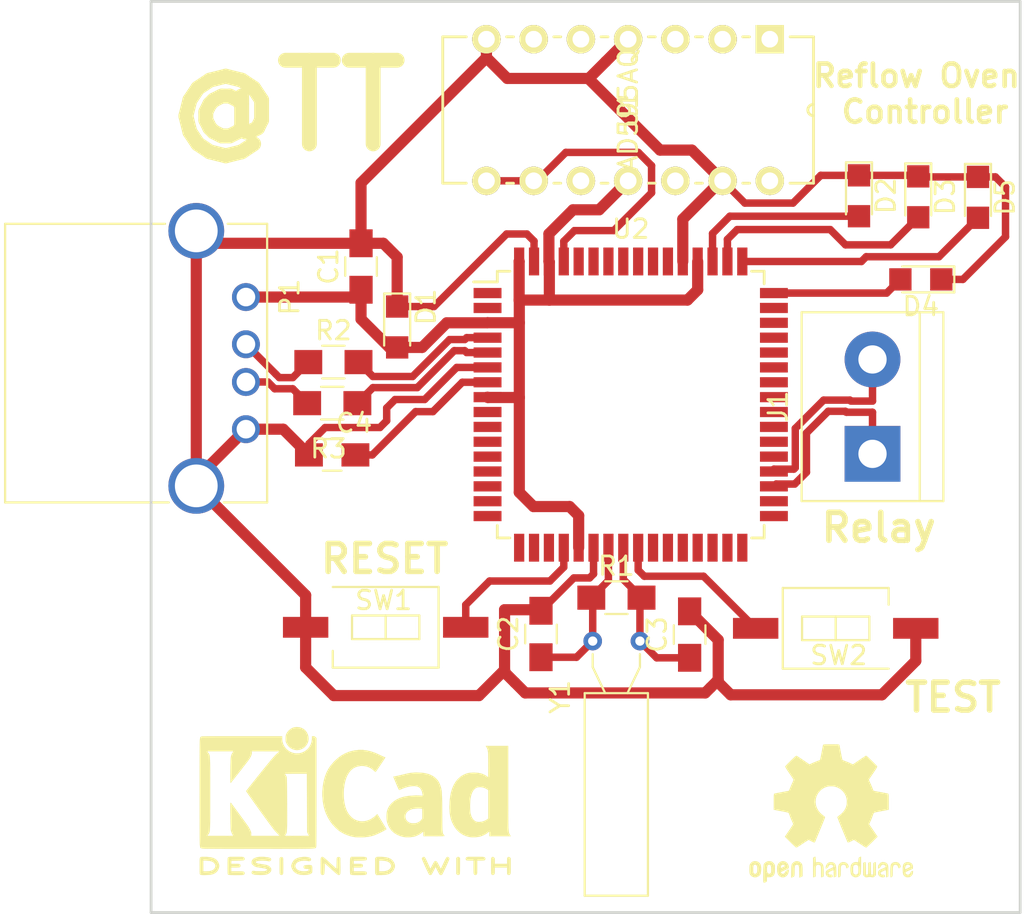
<source format=kicad_pcb>
(kicad_pcb (version 4) (host pcbnew 4.0.5)

  (general
    (links 64)
    (no_connects 0)
    (area 96.190999 84.377459 143.077001 133.552001)
    (thickness 1.6)
    (drawings 10)
    (tracks 202)
    (zones 0)
    (modules 21)
    (nets 67)
  )

  (page A4)
  (layers
    (0 F.Cu signal)
    (31 B.Cu signal)
    (32 B.Adhes user)
    (33 F.Adhes user)
    (34 B.Paste user)
    (35 F.Paste user)
    (36 B.SilkS user)
    (37 F.SilkS user)
    (38 B.Mask user)
    (39 F.Mask user)
    (40 Dwgs.User user)
    (41 Cmts.User user)
    (42 Eco1.User user)
    (43 Eco2.User user)
    (44 Edge.Cuts user)
    (45 Margin user hide)
    (46 B.CrtYd user hide)
    (47 F.CrtYd user)
    (48 B.Fab user hide)
    (49 F.Fab user hide)
  )

  (setup
    (last_trace_width 0.4)
    (user_trace_width 0.25)
    (user_trace_width 0.4)
    (user_trace_width 0.6)
    (trace_clearance 0.2)
    (zone_clearance 0.508)
    (zone_45_only no)
    (trace_min 0.2)
    (segment_width 0.2)
    (edge_width 0.15)
    (via_size 0.3)
    (via_drill 0.2)
    (via_min_size 0.1)
    (via_min_drill 0.1)
    (uvia_size 0.3)
    (uvia_drill 0.2)
    (uvias_allowed no)
    (uvia_min_size 0.2)
    (uvia_min_drill 0.1)
    (pcb_text_width 0.3)
    (pcb_text_size 1.5 1.5)
    (mod_edge_width 0.15)
    (mod_text_size 1 1)
    (mod_text_width 0.15)
    (pad_size 1.524 1.524)
    (pad_drill 0.762)
    (pad_to_mask_clearance 0.2)
    (aux_axis_origin 0 0)
    (visible_elements FFFEFF7F)
    (pcbplotparams
      (layerselection 0x00030_80000001)
      (usegerberextensions false)
      (excludeedgelayer true)
      (linewidth 0.100000)
      (plotframeref false)
      (viasonmask false)
      (mode 1)
      (useauxorigin false)
      (hpglpennumber 1)
      (hpglpenspeed 20)
      (hpglpendiameter 15)
      (hpglpenoverlay 2)
      (psnegative false)
      (psa4output false)
      (plotreference true)
      (plotvalue true)
      (plotinvisibletext false)
      (padsonsilk false)
      (subtractmaskfromsilk false)
      (outputformat 1)
      (mirror false)
      (drillshape 1)
      (scaleselection 1)
      (outputdirectory ""))
  )

  (net 0 "")
  (net 1 /VBUS)
  (net 2 GND)
  (net 3 "Net-(C2-Pad1)")
  (net 4 "Net-(C3-Pad1)")
  (net 5 "Net-(C4-Pad2)")
  (net 6 /PA0_TEST_IC)
  (net 7 /PA1_PRE_HEAT)
  (net 8 /PA3_COOL)
  (net 9 /PA2_REFLOW)
  (net 10 /Relay+)
  (net 11 /Relay-)
  (net 12 /D+)
  (net 13 /D-)
  (net 14 /RD-)
  (net 15 /RD+)
  (net 16 "Net-(SW1-Pad2)")
  (net 17 /IC_TEST_SW)
  (net 18 /Iron)
  (net 19 "Net-(U1-Pad2)")
  (net 20 "Net-(U1-Pad3)")
  (net 21 "Net-(U1-Pad5)")
  (net 22 "Net-(U1-Pad6)")
  (net 23 /Analog_out)
  (net 24 "Net-(U1-Pad10)")
  (net 25 "Net-(U1-Pad12)")
  (net 26 /Constantan)
  (net 27 "Net-(U2-Pad1)")
  (net 28 "Net-(U2-Pad2)")
  (net 29 "Net-(U2-Pad9)")
  (net 30 "Net-(U2-Pad10)")
  (net 31 "Net-(U2-Pad11)")
  (net 32 "Net-(U2-Pad12)")
  (net 33 "Net-(U2-Pad13)")
  (net 34 "Net-(U2-Pad14)")
  (net 35 "Net-(U2-Pad15)")
  (net 36 "Net-(U2-Pad16)")
  (net 37 "Net-(U2-Pad17)")
  (net 38 "Net-(U2-Pad18)")
  (net 39 "Net-(U2-Pad19)")
  (net 40 "Net-(U2-Pad26)")
  (net 41 "Net-(U2-Pad27)")
  (net 42 "Net-(U2-Pad28)")
  (net 43 "Net-(U2-Pad29)")
  (net 44 "Net-(U2-Pad30)")
  (net 45 "Net-(U2-Pad31)")
  (net 46 "Net-(U2-Pad32)")
  (net 47 "Net-(U2-Pad33)")
  (net 48 "Net-(U2-Pad34)")
  (net 49 "Net-(U2-Pad37)")
  (net 50 "Net-(U2-Pad38)")
  (net 51 "Net-(U2-Pad39)")
  (net 52 "Net-(U2-Pad40)")
  (net 53 "Net-(U2-Pad41)")
  (net 54 "Net-(U2-Pad42)")
  (net 55 "Net-(U2-Pad43)")
  (net 56 "Net-(U2-Pad44)")
  (net 57 "Net-(U2-Pad45)")
  (net 58 "Net-(U2-Pad46)")
  (net 59 "Net-(U2-Pad47)")
  (net 60 "Net-(U2-Pad54)")
  (net 61 "Net-(U2-Pad55)")
  (net 62 "Net-(U2-Pad56)")
  (net 63 "Net-(U2-Pad57)")
  (net 64 "Net-(U2-Pad58)")
  (net 65 "Net-(U2-Pad59)")
  (net 66 "Net-(U2-Pad60)")

  (net_class Default "This is the default net class."
    (clearance 0.2)
    (trace_width 0.25)
    (via_dia 0.3)
    (via_drill 0.2)
    (uvia_dia 0.3)
    (uvia_drill 0.2)
    (add_net /Analog_out)
    (add_net /Constantan)
    (add_net /D+)
    (add_net /D-)
    (add_net /IC_TEST_SW)
    (add_net /Iron)
    (add_net /PA0_TEST_IC)
    (add_net /PA1_PRE_HEAT)
    (add_net /PA2_REFLOW)
    (add_net /PA3_COOL)
    (add_net /RD+)
    (add_net /RD-)
    (add_net /Relay+)
    (add_net /Relay-)
    (add_net /VBUS)
    (add_net GND)
    (add_net "Net-(C2-Pad1)")
    (add_net "Net-(C3-Pad1)")
    (add_net "Net-(C4-Pad2)")
    (add_net "Net-(SW1-Pad2)")
    (add_net "Net-(U1-Pad10)")
    (add_net "Net-(U1-Pad12)")
    (add_net "Net-(U1-Pad2)")
    (add_net "Net-(U1-Pad3)")
    (add_net "Net-(U1-Pad5)")
    (add_net "Net-(U1-Pad6)")
    (add_net "Net-(U2-Pad1)")
    (add_net "Net-(U2-Pad10)")
    (add_net "Net-(U2-Pad11)")
    (add_net "Net-(U2-Pad12)")
    (add_net "Net-(U2-Pad13)")
    (add_net "Net-(U2-Pad14)")
    (add_net "Net-(U2-Pad15)")
    (add_net "Net-(U2-Pad16)")
    (add_net "Net-(U2-Pad17)")
    (add_net "Net-(U2-Pad18)")
    (add_net "Net-(U2-Pad19)")
    (add_net "Net-(U2-Pad2)")
    (add_net "Net-(U2-Pad26)")
    (add_net "Net-(U2-Pad27)")
    (add_net "Net-(U2-Pad28)")
    (add_net "Net-(U2-Pad29)")
    (add_net "Net-(U2-Pad30)")
    (add_net "Net-(U2-Pad31)")
    (add_net "Net-(U2-Pad32)")
    (add_net "Net-(U2-Pad33)")
    (add_net "Net-(U2-Pad34)")
    (add_net "Net-(U2-Pad37)")
    (add_net "Net-(U2-Pad38)")
    (add_net "Net-(U2-Pad39)")
    (add_net "Net-(U2-Pad40)")
    (add_net "Net-(U2-Pad41)")
    (add_net "Net-(U2-Pad42)")
    (add_net "Net-(U2-Pad43)")
    (add_net "Net-(U2-Pad44)")
    (add_net "Net-(U2-Pad45)")
    (add_net "Net-(U2-Pad46)")
    (add_net "Net-(U2-Pad47)")
    (add_net "Net-(U2-Pad54)")
    (add_net "Net-(U2-Pad55)")
    (add_net "Net-(U2-Pad56)")
    (add_net "Net-(U2-Pad57)")
    (add_net "Net-(U2-Pad58)")
    (add_net "Net-(U2-Pad59)")
    (add_net "Net-(U2-Pad60)")
    (add_net "Net-(U2-Pad9)")
  )

  (net_class Trace1 ""
    (clearance 0.3)
    (trace_width 0.4)
    (via_dia 0.6)
    (via_drill 0.4)
    (uvia_dia 0.3)
    (uvia_drill 0.1)
  )

  (module Capacitors_SMD:C_0805_HandSoldering (layer F.Cu) (tedit 58AA84A8) (tstamp 5954ACDB)
    (at 107.5563 98.7171 90)
    (descr "Capacitor SMD 0805, hand soldering")
    (tags "capacitor 0805")
    (path /59532F0A)
    (attr smd)
    (fp_text reference C1 (at 0 -1.75 90) (layer F.SilkS)
      (effects (font (size 1 1) (thickness 0.15)))
    )
    (fp_text value 2.2uf (at 0 1.75 90) (layer F.Fab)
      (effects (font (size 1 1) (thickness 0.15)))
    )
    (fp_text user %R (at 0 -1.75 90) (layer F.Fab)
      (effects (font (size 1 1) (thickness 0.15)))
    )
    (fp_line (start -1 0.62) (end -1 -0.62) (layer F.Fab) (width 0.1))
    (fp_line (start 1 0.62) (end -1 0.62) (layer F.Fab) (width 0.1))
    (fp_line (start 1 -0.62) (end 1 0.62) (layer F.Fab) (width 0.1))
    (fp_line (start -1 -0.62) (end 1 -0.62) (layer F.Fab) (width 0.1))
    (fp_line (start 0.5 -0.85) (end -0.5 -0.85) (layer F.SilkS) (width 0.12))
    (fp_line (start -0.5 0.85) (end 0.5 0.85) (layer F.SilkS) (width 0.12))
    (fp_line (start -2.25 -0.88) (end 2.25 -0.88) (layer F.CrtYd) (width 0.05))
    (fp_line (start -2.25 -0.88) (end -2.25 0.87) (layer F.CrtYd) (width 0.05))
    (fp_line (start 2.25 0.87) (end 2.25 -0.88) (layer F.CrtYd) (width 0.05))
    (fp_line (start 2.25 0.87) (end -2.25 0.87) (layer F.CrtYd) (width 0.05))
    (pad 1 smd rect (at -1.25 0 90) (size 1.5 1.25) (layers F.Cu F.Paste F.Mask)
      (net 1 /VBUS))
    (pad 2 smd rect (at 1.25 0 90) (size 1.5 1.25) (layers F.Cu F.Paste F.Mask)
      (net 2 GND))
    (model Capacitors_SMD.3dshapes/C_0805.wrl
      (at (xyz 0 0 0))
      (scale (xyz 1 1 1))
      (rotate (xyz 0 0 0))
    )
  )

  (module Capacitors_SMD:C_0805_HandSoldering (layer F.Cu) (tedit 58AA84A8) (tstamp 5954ACEC)
    (at 117.2337 118.491 90)
    (descr "Capacitor SMD 0805, hand soldering")
    (tags "capacitor 0805")
    (path /5953A88E)
    (attr smd)
    (fp_text reference C2 (at 0 -1.75 90) (layer F.SilkS)
      (effects (font (size 1 1) (thickness 0.15)))
    )
    (fp_text value 22pf (at 0 1.75 90) (layer F.Fab)
      (effects (font (size 1 1) (thickness 0.15)))
    )
    (fp_text user %R (at 0 -1.75 90) (layer F.Fab)
      (effects (font (size 1 1) (thickness 0.15)))
    )
    (fp_line (start -1 0.62) (end -1 -0.62) (layer F.Fab) (width 0.1))
    (fp_line (start 1 0.62) (end -1 0.62) (layer F.Fab) (width 0.1))
    (fp_line (start 1 -0.62) (end 1 0.62) (layer F.Fab) (width 0.1))
    (fp_line (start -1 -0.62) (end 1 -0.62) (layer F.Fab) (width 0.1))
    (fp_line (start 0.5 -0.85) (end -0.5 -0.85) (layer F.SilkS) (width 0.12))
    (fp_line (start -0.5 0.85) (end 0.5 0.85) (layer F.SilkS) (width 0.12))
    (fp_line (start -2.25 -0.88) (end 2.25 -0.88) (layer F.CrtYd) (width 0.05))
    (fp_line (start -2.25 -0.88) (end -2.25 0.87) (layer F.CrtYd) (width 0.05))
    (fp_line (start 2.25 0.87) (end 2.25 -0.88) (layer F.CrtYd) (width 0.05))
    (fp_line (start 2.25 0.87) (end -2.25 0.87) (layer F.CrtYd) (width 0.05))
    (pad 1 smd rect (at -1.25 0 90) (size 1.5 1.25) (layers F.Cu F.Paste F.Mask)
      (net 3 "Net-(C2-Pad1)"))
    (pad 2 smd rect (at 1.25 0 90) (size 1.5 1.25) (layers F.Cu F.Paste F.Mask)
      (net 2 GND))
    (model Capacitors_SMD.3dshapes/C_0805.wrl
      (at (xyz 0 0 0))
      (scale (xyz 1 1 1))
      (rotate (xyz 0 0 0))
    )
  )

  (module Capacitors_SMD:C_0805_HandSoldering (layer F.Cu) (tedit 58AA84A8) (tstamp 5954ACFD)
    (at 125.22708 118.52148 90)
    (descr "Capacitor SMD 0805, hand soldering")
    (tags "capacitor 0805")
    (path /5953A8D1)
    (attr smd)
    (fp_text reference C3 (at 0 -1.75 90) (layer F.SilkS)
      (effects (font (size 1 1) (thickness 0.15)))
    )
    (fp_text value 22pf (at 0 1.75 90) (layer F.Fab)
      (effects (font (size 1 1) (thickness 0.15)))
    )
    (fp_text user %R (at 0 -1.75 90) (layer F.Fab)
      (effects (font (size 1 1) (thickness 0.15)))
    )
    (fp_line (start -1 0.62) (end -1 -0.62) (layer F.Fab) (width 0.1))
    (fp_line (start 1 0.62) (end -1 0.62) (layer F.Fab) (width 0.1))
    (fp_line (start 1 -0.62) (end 1 0.62) (layer F.Fab) (width 0.1))
    (fp_line (start -1 -0.62) (end 1 -0.62) (layer F.Fab) (width 0.1))
    (fp_line (start 0.5 -0.85) (end -0.5 -0.85) (layer F.SilkS) (width 0.12))
    (fp_line (start -0.5 0.85) (end 0.5 0.85) (layer F.SilkS) (width 0.12))
    (fp_line (start -2.25 -0.88) (end 2.25 -0.88) (layer F.CrtYd) (width 0.05))
    (fp_line (start -2.25 -0.88) (end -2.25 0.87) (layer F.CrtYd) (width 0.05))
    (fp_line (start 2.25 0.87) (end 2.25 -0.88) (layer F.CrtYd) (width 0.05))
    (fp_line (start 2.25 0.87) (end -2.25 0.87) (layer F.CrtYd) (width 0.05))
    (pad 1 smd rect (at -1.25 0 90) (size 1.5 1.25) (layers F.Cu F.Paste F.Mask)
      (net 4 "Net-(C3-Pad1)"))
    (pad 2 smd rect (at 1.25 0 90) (size 1.5 1.25) (layers F.Cu F.Paste F.Mask)
      (net 2 GND))
    (model Capacitors_SMD.3dshapes/C_0805.wrl
      (at (xyz 0 0 0))
      (scale (xyz 1 1 1))
      (rotate (xyz 0 0 0))
    )
  )

  (module Capacitors_SMD:C_0805_HandSoldering (layer F.Cu) (tedit 5954AFF3) (tstamp 5954AD0E)
    (at 106.00436 108.85424)
    (descr "Capacitor SMD 0805, hand soldering")
    (tags "capacitor 0805")
    (path /59547FFC)
    (attr smd)
    (fp_text reference C4 (at 1.176414 -1.711637) (layer F.SilkS)
      (effects (font (size 1 1) (thickness 0.15)))
    )
    (fp_text value 1uf (at 0 1.75) (layer F.Fab)
      (effects (font (size 1 1) (thickness 0.15)))
    )
    (fp_text user %R (at 0 -1.75) (layer F.Fab)
      (effects (font (size 1 1) (thickness 0.15)))
    )
    (fp_line (start -1 0.62) (end -1 -0.62) (layer F.Fab) (width 0.1))
    (fp_line (start 1 0.62) (end -1 0.62) (layer F.Fab) (width 0.1))
    (fp_line (start 1 -0.62) (end 1 0.62) (layer F.Fab) (width 0.1))
    (fp_line (start -1 -0.62) (end 1 -0.62) (layer F.Fab) (width 0.1))
    (fp_line (start 0.5 -0.85) (end -0.5 -0.85) (layer F.SilkS) (width 0.12))
    (fp_line (start -0.5 0.85) (end 0.5 0.85) (layer F.SilkS) (width 0.12))
    (fp_line (start -2.25 -0.88) (end 2.25 -0.88) (layer F.CrtYd) (width 0.05))
    (fp_line (start -2.25 -0.88) (end -2.25 0.87) (layer F.CrtYd) (width 0.05))
    (fp_line (start 2.25 0.87) (end 2.25 -0.88) (layer F.CrtYd) (width 0.05))
    (fp_line (start 2.25 0.87) (end -2.25 0.87) (layer F.CrtYd) (width 0.05))
    (pad 1 smd rect (at -1.25 0) (size 1.5 1.25) (layers F.Cu F.Paste F.Mask)
      (net 2 GND))
    (pad 2 smd rect (at 1.25 0) (size 1.5 1.25) (layers F.Cu F.Paste F.Mask)
      (net 5 "Net-(C4-Pad2)"))
    (model Capacitors_SMD.3dshapes/C_0805.wrl
      (at (xyz 0 0 0))
      (scale (xyz 1 1 1))
      (rotate (xyz 0 0 0))
    )
  )

  (module LEDs:LED_0805 (layer F.Cu) (tedit 5954AFE4) (tstamp 5954AD23)
    (at 109.4994 101.97084 270)
    (descr "LED 0805 smd package")
    (tags "LED led 0805 SMD smd SMT smt smdled SMDLED smtled SMTLED")
    (path /59548F13)
    (attr smd)
    (fp_text reference D1 (at -1.08204 -1.5494 270) (layer F.SilkS)
      (effects (font (size 1 1) (thickness 0.15)))
    )
    (fp_text value PWR_LED (at 0 1.55 270) (layer F.Fab)
      (effects (font (size 1 1) (thickness 0.15)))
    )
    (fp_line (start -1.8 -0.7) (end -1.8 0.7) (layer F.SilkS) (width 0.12))
    (fp_line (start -0.4 -0.4) (end -0.4 0.4) (layer F.Fab) (width 0.1))
    (fp_line (start -0.4 0) (end 0.2 -0.4) (layer F.Fab) (width 0.1))
    (fp_line (start 0.2 0.4) (end -0.4 0) (layer F.Fab) (width 0.1))
    (fp_line (start 0.2 -0.4) (end 0.2 0.4) (layer F.Fab) (width 0.1))
    (fp_line (start 1 0.6) (end -1 0.6) (layer F.Fab) (width 0.1))
    (fp_line (start 1 -0.6) (end 1 0.6) (layer F.Fab) (width 0.1))
    (fp_line (start -1 -0.6) (end 1 -0.6) (layer F.Fab) (width 0.1))
    (fp_line (start -1 0.6) (end -1 -0.6) (layer F.Fab) (width 0.1))
    (fp_line (start -1.8 0.7) (end 1 0.7) (layer F.SilkS) (width 0.12))
    (fp_line (start -1.8 -0.7) (end 1 -0.7) (layer F.SilkS) (width 0.12))
    (fp_line (start 1.95 -0.85) (end 1.95 0.85) (layer F.CrtYd) (width 0.05))
    (fp_line (start 1.95 0.85) (end -1.95 0.85) (layer F.CrtYd) (width 0.05))
    (fp_line (start -1.95 0.85) (end -1.95 -0.85) (layer F.CrtYd) (width 0.05))
    (fp_line (start -1.95 -0.85) (end 1.95 -0.85) (layer F.CrtYd) (width 0.05))
    (pad 2 smd rect (at 1.1 0 90) (size 1.2 1.2) (layers F.Cu F.Paste F.Mask)
      (net 1 /VBUS))
    (pad 1 smd rect (at -1.1 0 90) (size 1.2 1.2) (layers F.Cu F.Paste F.Mask)
      (net 2 GND))
    (model LEDs.3dshapes/LED_0805.wrl
      (at (xyz 0 0 0))
      (scale (xyz 1 1 1))
      (rotate (xyz 0 0 180))
    )
  )

  (module LEDs:LED_0805 (layer F.Cu) (tedit 57FE93EC) (tstamp 5954AD38)
    (at 134.33552 94.91218 270)
    (descr "LED 0805 smd package")
    (tags "LED led 0805 SMD smd SMT smt smdled SMDLED smtled SMTLED")
    (path /59549A74)
    (attr smd)
    (fp_text reference D2 (at 0 -1.45 270) (layer F.SilkS)
      (effects (font (size 1 1) (thickness 0.15)))
    )
    (fp_text value TEST_LED (at 0 1.55 270) (layer F.Fab)
      (effects (font (size 1 1) (thickness 0.15)))
    )
    (fp_line (start -1.8 -0.7) (end -1.8 0.7) (layer F.SilkS) (width 0.12))
    (fp_line (start -0.4 -0.4) (end -0.4 0.4) (layer F.Fab) (width 0.1))
    (fp_line (start -0.4 0) (end 0.2 -0.4) (layer F.Fab) (width 0.1))
    (fp_line (start 0.2 0.4) (end -0.4 0) (layer F.Fab) (width 0.1))
    (fp_line (start 0.2 -0.4) (end 0.2 0.4) (layer F.Fab) (width 0.1))
    (fp_line (start 1 0.6) (end -1 0.6) (layer F.Fab) (width 0.1))
    (fp_line (start 1 -0.6) (end 1 0.6) (layer F.Fab) (width 0.1))
    (fp_line (start -1 -0.6) (end 1 -0.6) (layer F.Fab) (width 0.1))
    (fp_line (start -1 0.6) (end -1 -0.6) (layer F.Fab) (width 0.1))
    (fp_line (start -1.8 0.7) (end 1 0.7) (layer F.SilkS) (width 0.12))
    (fp_line (start -1.8 -0.7) (end 1 -0.7) (layer F.SilkS) (width 0.12))
    (fp_line (start 1.95 -0.85) (end 1.95 0.85) (layer F.CrtYd) (width 0.05))
    (fp_line (start 1.95 0.85) (end -1.95 0.85) (layer F.CrtYd) (width 0.05))
    (fp_line (start -1.95 0.85) (end -1.95 -0.85) (layer F.CrtYd) (width 0.05))
    (fp_line (start -1.95 -0.85) (end 1.95 -0.85) (layer F.CrtYd) (width 0.05))
    (pad 2 smd rect (at 1.1 0 90) (size 1.2 1.2) (layers F.Cu F.Paste F.Mask)
      (net 6 /PA0_TEST_IC))
    (pad 1 smd rect (at -1.1 0 90) (size 1.2 1.2) (layers F.Cu F.Paste F.Mask)
      (net 2 GND))
    (model LEDs.3dshapes/LED_0805.wrl
      (at (xyz 0 0 0))
      (scale (xyz 1 1 1))
      (rotate (xyz 0 0 180))
    )
  )

  (module LEDs:LED_0805 (layer F.Cu) (tedit 57FE93EC) (tstamp 5954AD4D)
    (at 137.52068 94.96806 270)
    (descr "LED 0805 smd package")
    (tags "LED led 0805 SMD smd SMT smt smdled SMDLED smtled SMTLED")
    (path /5954ACD6)
    (attr smd)
    (fp_text reference D3 (at 0 -1.45 270) (layer F.SilkS)
      (effects (font (size 1 1) (thickness 0.15)))
    )
    (fp_text value PRE_HEAT_LED (at 0 1.55 270) (layer F.Fab)
      (effects (font (size 1 1) (thickness 0.15)))
    )
    (fp_line (start -1.8 -0.7) (end -1.8 0.7) (layer F.SilkS) (width 0.12))
    (fp_line (start -0.4 -0.4) (end -0.4 0.4) (layer F.Fab) (width 0.1))
    (fp_line (start -0.4 0) (end 0.2 -0.4) (layer F.Fab) (width 0.1))
    (fp_line (start 0.2 0.4) (end -0.4 0) (layer F.Fab) (width 0.1))
    (fp_line (start 0.2 -0.4) (end 0.2 0.4) (layer F.Fab) (width 0.1))
    (fp_line (start 1 0.6) (end -1 0.6) (layer F.Fab) (width 0.1))
    (fp_line (start 1 -0.6) (end 1 0.6) (layer F.Fab) (width 0.1))
    (fp_line (start -1 -0.6) (end 1 -0.6) (layer F.Fab) (width 0.1))
    (fp_line (start -1 0.6) (end -1 -0.6) (layer F.Fab) (width 0.1))
    (fp_line (start -1.8 0.7) (end 1 0.7) (layer F.SilkS) (width 0.12))
    (fp_line (start -1.8 -0.7) (end 1 -0.7) (layer F.SilkS) (width 0.12))
    (fp_line (start 1.95 -0.85) (end 1.95 0.85) (layer F.CrtYd) (width 0.05))
    (fp_line (start 1.95 0.85) (end -1.95 0.85) (layer F.CrtYd) (width 0.05))
    (fp_line (start -1.95 0.85) (end -1.95 -0.85) (layer F.CrtYd) (width 0.05))
    (fp_line (start -1.95 -0.85) (end 1.95 -0.85) (layer F.CrtYd) (width 0.05))
    (pad 2 smd rect (at 1.1 0 90) (size 1.2 1.2) (layers F.Cu F.Paste F.Mask)
      (net 7 /PA1_PRE_HEAT))
    (pad 1 smd rect (at -1.1 0 90) (size 1.2 1.2) (layers F.Cu F.Paste F.Mask)
      (net 2 GND))
    (model LEDs.3dshapes/LED_0805.wrl
      (at (xyz 0 0 0))
      (scale (xyz 1 1 1))
      (rotate (xyz 0 0 180))
    )
  )

  (module LEDs:LED_0805 (layer F.Cu) (tedit 57FE93EC) (tstamp 5954AD62)
    (at 137.66038 99.41052 180)
    (descr "LED 0805 smd package")
    (tags "LED led 0805 SMD smd SMT smt smdled SMDLED smtled SMTLED")
    (path /5954BB8D)
    (attr smd)
    (fp_text reference D4 (at 0 -1.45 180) (layer F.SilkS)
      (effects (font (size 1 1) (thickness 0.15)))
    )
    (fp_text value COOL_LED (at 0 1.55 180) (layer F.Fab)
      (effects (font (size 1 1) (thickness 0.15)))
    )
    (fp_line (start -1.8 -0.7) (end -1.8 0.7) (layer F.SilkS) (width 0.12))
    (fp_line (start -0.4 -0.4) (end -0.4 0.4) (layer F.Fab) (width 0.1))
    (fp_line (start -0.4 0) (end 0.2 -0.4) (layer F.Fab) (width 0.1))
    (fp_line (start 0.2 0.4) (end -0.4 0) (layer F.Fab) (width 0.1))
    (fp_line (start 0.2 -0.4) (end 0.2 0.4) (layer F.Fab) (width 0.1))
    (fp_line (start 1 0.6) (end -1 0.6) (layer F.Fab) (width 0.1))
    (fp_line (start 1 -0.6) (end 1 0.6) (layer F.Fab) (width 0.1))
    (fp_line (start -1 -0.6) (end 1 -0.6) (layer F.Fab) (width 0.1))
    (fp_line (start -1 0.6) (end -1 -0.6) (layer F.Fab) (width 0.1))
    (fp_line (start -1.8 0.7) (end 1 0.7) (layer F.SilkS) (width 0.12))
    (fp_line (start -1.8 -0.7) (end 1 -0.7) (layer F.SilkS) (width 0.12))
    (fp_line (start 1.95 -0.85) (end 1.95 0.85) (layer F.CrtYd) (width 0.05))
    (fp_line (start 1.95 0.85) (end -1.95 0.85) (layer F.CrtYd) (width 0.05))
    (fp_line (start -1.95 0.85) (end -1.95 -0.85) (layer F.CrtYd) (width 0.05))
    (fp_line (start -1.95 -0.85) (end 1.95 -0.85) (layer F.CrtYd) (width 0.05))
    (pad 2 smd rect (at 1.1 0) (size 1.2 1.2) (layers F.Cu F.Paste F.Mask)
      (net 8 /PA3_COOL))
    (pad 1 smd rect (at -1.1 0) (size 1.2 1.2) (layers F.Cu F.Paste F.Mask)
      (net 2 GND))
    (model LEDs.3dshapes/LED_0805.wrl
      (at (xyz 0 0 0))
      (scale (xyz 1 1 1))
      (rotate (xyz 0 0 180))
    )
  )

  (module LEDs:LED_0805 (layer F.Cu) (tedit 57FE93EC) (tstamp 5954AD77)
    (at 140.73378 94.996 270)
    (descr "LED 0805 smd package")
    (tags "LED led 0805 SMD smd SMT smt smdled SMDLED smtled SMTLED")
    (path /5954B57C)
    (attr smd)
    (fp_text reference D5 (at 0 -1.45 270) (layer F.SilkS)
      (effects (font (size 1 1) (thickness 0.15)))
    )
    (fp_text value REFLOW_LED (at 0 1.55 270) (layer F.Fab)
      (effects (font (size 1 1) (thickness 0.15)))
    )
    (fp_line (start -1.8 -0.7) (end -1.8 0.7) (layer F.SilkS) (width 0.12))
    (fp_line (start -0.4 -0.4) (end -0.4 0.4) (layer F.Fab) (width 0.1))
    (fp_line (start -0.4 0) (end 0.2 -0.4) (layer F.Fab) (width 0.1))
    (fp_line (start 0.2 0.4) (end -0.4 0) (layer F.Fab) (width 0.1))
    (fp_line (start 0.2 -0.4) (end 0.2 0.4) (layer F.Fab) (width 0.1))
    (fp_line (start 1 0.6) (end -1 0.6) (layer F.Fab) (width 0.1))
    (fp_line (start 1 -0.6) (end 1 0.6) (layer F.Fab) (width 0.1))
    (fp_line (start -1 -0.6) (end 1 -0.6) (layer F.Fab) (width 0.1))
    (fp_line (start -1 0.6) (end -1 -0.6) (layer F.Fab) (width 0.1))
    (fp_line (start -1.8 0.7) (end 1 0.7) (layer F.SilkS) (width 0.12))
    (fp_line (start -1.8 -0.7) (end 1 -0.7) (layer F.SilkS) (width 0.12))
    (fp_line (start 1.95 -0.85) (end 1.95 0.85) (layer F.CrtYd) (width 0.05))
    (fp_line (start 1.95 0.85) (end -1.95 0.85) (layer F.CrtYd) (width 0.05))
    (fp_line (start -1.95 0.85) (end -1.95 -0.85) (layer F.CrtYd) (width 0.05))
    (fp_line (start -1.95 -0.85) (end 1.95 -0.85) (layer F.CrtYd) (width 0.05))
    (pad 2 smd rect (at 1.1 0 90) (size 1.2 1.2) (layers F.Cu F.Paste F.Mask)
      (net 9 /PA2_REFLOW))
    (pad 1 smd rect (at -1.1 0 90) (size 1.2 1.2) (layers F.Cu F.Paste F.Mask)
      (net 2 GND))
    (model LEDs.3dshapes/LED_0805.wrl
      (at (xyz 0 0 0))
      (scale (xyz 1 1 1))
      (rotate (xyz 0 0 180))
    )
  )

  (module Connectors:bornier2 (layer F.Cu) (tedit 587FD522) (tstamp 5954AD8B)
    (at 135.06196 108.79836 90)
    (descr "Bornier d'alimentation 2 pins")
    (tags DEV)
    (path /595334C2)
    (fp_text reference J1 (at 2.54 -5.08 90) (layer F.SilkS)
      (effects (font (size 1 1) (thickness 0.15)))
    )
    (fp_text value Relay_Conn (at 2.54 5.08 90) (layer F.Fab)
      (effects (font (size 1 1) (thickness 0.15)))
    )
    (fp_line (start -2.41 2.55) (end 7.49 2.55) (layer F.Fab) (width 0.1))
    (fp_line (start -2.46 -3.75) (end -2.46 3.75) (layer F.Fab) (width 0.1))
    (fp_line (start -2.46 3.75) (end 7.54 3.75) (layer F.Fab) (width 0.1))
    (fp_line (start 7.54 3.75) (end 7.54 -3.75) (layer F.Fab) (width 0.1))
    (fp_line (start 7.54 -3.75) (end -2.46 -3.75) (layer F.Fab) (width 0.1))
    (fp_line (start 7.62 2.54) (end -2.54 2.54) (layer F.SilkS) (width 0.12))
    (fp_line (start 7.62 3.81) (end 7.62 -3.81) (layer F.SilkS) (width 0.12))
    (fp_line (start 7.62 -3.81) (end -2.54 -3.81) (layer F.SilkS) (width 0.12))
    (fp_line (start -2.54 -3.81) (end -2.54 3.81) (layer F.SilkS) (width 0.12))
    (fp_line (start -2.54 3.81) (end 7.62 3.81) (layer F.SilkS) (width 0.12))
    (fp_line (start -2.71 -4) (end 7.79 -4) (layer F.CrtYd) (width 0.05))
    (fp_line (start -2.71 -4) (end -2.71 4) (layer F.CrtYd) (width 0.05))
    (fp_line (start 7.79 4) (end 7.79 -4) (layer F.CrtYd) (width 0.05))
    (fp_line (start 7.79 4) (end -2.71 4) (layer F.CrtYd) (width 0.05))
    (pad 1 thru_hole rect (at 0 0 90) (size 3 3) (drill 1.52) (layers *.Cu *.Mask)
      (net 10 /Relay+))
    (pad 2 thru_hole circle (at 5.08 0 90) (size 3 3) (drill 1.52) (layers *.Cu *.Mask)
      (net 11 /Relay-))
    (model "D:/New folder/bornier2.wrl"
      (at (xyz 0.5 0.5 0))
      (scale (xyz 0.2 0.2 0.2))
      (rotate (xyz -90 0 -0))
    )
  )

  (module Connectors:USB_A (layer F.Cu) (tedit 5543E289) (tstamp 5954AD9F)
    (at 101.36632 100.36048 270)
    (descr "USB A connector")
    (tags "USB USB_A")
    (path /59554C73)
    (fp_text reference P1 (at 0 -2.35 270) (layer F.SilkS)
      (effects (font (size 1 1) (thickness 0.15)))
    )
    (fp_text value USB_B (at 3.84 7.44 270) (layer F.Fab)
      (effects (font (size 1 1) (thickness 0.15)))
    )
    (fp_line (start -5.3 13.2) (end -5.3 -1.4) (layer F.CrtYd) (width 0.05))
    (fp_line (start 11.95 -1.4) (end 11.95 13.2) (layer F.CrtYd) (width 0.05))
    (fp_line (start -5.3 13.2) (end 11.95 13.2) (layer F.CrtYd) (width 0.05))
    (fp_line (start -5.3 -1.4) (end 11.95 -1.4) (layer F.CrtYd) (width 0.05))
    (fp_line (start 11.05 -1.14) (end 11.05 1.19) (layer F.SilkS) (width 0.12))
    (fp_line (start -3.94 -1.14) (end -3.94 0.98) (layer F.SilkS) (width 0.12))
    (fp_line (start 11.05 -1.14) (end -3.94 -1.14) (layer F.SilkS) (width 0.12))
    (fp_line (start 11.05 12.95) (end -3.94 12.95) (layer F.SilkS) (width 0.12))
    (fp_line (start 11.05 4.15) (end 11.05 12.95) (layer F.SilkS) (width 0.12))
    (fp_line (start -3.94 4.35) (end -3.94 12.95) (layer F.SilkS) (width 0.12))
    (pad 4 thru_hole circle (at 7.11 0 180) (size 1.5 1.5) (drill 1) (layers *.Cu *.Mask)
      (net 2 GND))
    (pad 3 thru_hole circle (at 4.57 0 180) (size 1.5 1.5) (drill 1) (layers *.Cu *.Mask)
      (net 12 /D+))
    (pad 2 thru_hole circle (at 2.54 0 180) (size 1.5 1.5) (drill 1) (layers *.Cu *.Mask)
      (net 13 /D-))
    (pad 1 thru_hole circle (at 0 0 180) (size 1.5 1.5) (drill 1) (layers *.Cu *.Mask)
      (net 1 /VBUS))
    (pad 5 thru_hole circle (at 10.16 2.67 180) (size 3 3) (drill 2.3) (layers *.Cu *.Mask)
      (net 2 GND))
    (pad 5 thru_hole circle (at -3.56 2.67 180) (size 3 3) (drill 2.3) (layers *.Cu *.Mask)
      (net 2 GND))
    (model Connectors.3dshapes/USB_A.wrl
      (at (xyz 0.14 0 0))
      (scale (xyz 1 1 1))
      (rotate (xyz 90 0 0))
    )
    (model "D:/New folder/User Library-USB-B SMD/USB_b_smd.wrl"
      (at (xyz 0.14 -0.6 0))
      (scale (xyz 0.4 0.4 0.4))
      (rotate (xyz -90 0 0))
    )
  )

  (module Resistors_SMD:R_0805_HandSoldering (layer F.Cu) (tedit 58E0A804) (tstamp 5954ADB0)
    (at 121.29008 116.5352)
    (descr "Resistor SMD 0805, hand soldering")
    (tags "resistor 0805")
    (path /5953A853)
    (attr smd)
    (fp_text reference R1 (at 0 -1.7) (layer F.SilkS)
      (effects (font (size 1 1) (thickness 0.15)))
    )
    (fp_text value 1M (at 0 1.75) (layer F.Fab)
      (effects (font (size 1 1) (thickness 0.15)))
    )
    (fp_text user %R (at 0 0) (layer F.Fab)
      (effects (font (size 0.5 0.5) (thickness 0.075)))
    )
    (fp_line (start -1 0.62) (end -1 -0.62) (layer F.Fab) (width 0.1))
    (fp_line (start 1 0.62) (end -1 0.62) (layer F.Fab) (width 0.1))
    (fp_line (start 1 -0.62) (end 1 0.62) (layer F.Fab) (width 0.1))
    (fp_line (start -1 -0.62) (end 1 -0.62) (layer F.Fab) (width 0.1))
    (fp_line (start 0.6 0.88) (end -0.6 0.88) (layer F.SilkS) (width 0.12))
    (fp_line (start -0.6 -0.88) (end 0.6 -0.88) (layer F.SilkS) (width 0.12))
    (fp_line (start -2.35 -0.9) (end 2.35 -0.9) (layer F.CrtYd) (width 0.05))
    (fp_line (start -2.35 -0.9) (end -2.35 0.9) (layer F.CrtYd) (width 0.05))
    (fp_line (start 2.35 0.9) (end 2.35 -0.9) (layer F.CrtYd) (width 0.05))
    (fp_line (start 2.35 0.9) (end -2.35 0.9) (layer F.CrtYd) (width 0.05))
    (pad 1 smd rect (at -1.35 0) (size 1.5 1.3) (layers F.Cu F.Paste F.Mask)
      (net 3 "Net-(C2-Pad1)"))
    (pad 2 smd rect (at 1.35 0) (size 1.5 1.3) (layers F.Cu F.Paste F.Mask)
      (net 4 "Net-(C3-Pad1)"))
    (model ${KISYS3DMOD}/Resistors_SMD.3dshapes/R_0805.wrl
      (at (xyz 0 0 0))
      (scale (xyz 1 1 1))
      (rotate (xyz 0 0 0))
    )
  )

  (module Resistors_SMD:R_0805_HandSoldering (layer F.Cu) (tedit 58E0A804) (tstamp 5954ADC1)
    (at 106.0704 103.8606)
    (descr "Resistor SMD 0805, hand soldering")
    (tags "resistor 0805")
    (path /5954E2AB)
    (attr smd)
    (fp_text reference R2 (at 0 -1.7) (layer F.SilkS)
      (effects (font (size 1 1) (thickness 0.15)))
    )
    (fp_text value 22 (at 0 1.75) (layer F.Fab)
      (effects (font (size 1 1) (thickness 0.15)))
    )
    (fp_text user %R (at 0 0) (layer F.Fab)
      (effects (font (size 0.5 0.5) (thickness 0.075)))
    )
    (fp_line (start -1 0.62) (end -1 -0.62) (layer F.Fab) (width 0.1))
    (fp_line (start 1 0.62) (end -1 0.62) (layer F.Fab) (width 0.1))
    (fp_line (start 1 -0.62) (end 1 0.62) (layer F.Fab) (width 0.1))
    (fp_line (start -1 -0.62) (end 1 -0.62) (layer F.Fab) (width 0.1))
    (fp_line (start 0.6 0.88) (end -0.6 0.88) (layer F.SilkS) (width 0.12))
    (fp_line (start -0.6 -0.88) (end 0.6 -0.88) (layer F.SilkS) (width 0.12))
    (fp_line (start -2.35 -0.9) (end 2.35 -0.9) (layer F.CrtYd) (width 0.05))
    (fp_line (start -2.35 -0.9) (end -2.35 0.9) (layer F.CrtYd) (width 0.05))
    (fp_line (start 2.35 0.9) (end 2.35 -0.9) (layer F.CrtYd) (width 0.05))
    (fp_line (start 2.35 0.9) (end -2.35 0.9) (layer F.CrtYd) (width 0.05))
    (pad 1 smd rect (at -1.35 0) (size 1.5 1.3) (layers F.Cu F.Paste F.Mask)
      (net 13 /D-))
    (pad 2 smd rect (at 1.35 0) (size 1.5 1.3) (layers F.Cu F.Paste F.Mask)
      (net 14 /RD-))
    (model ${KISYS3DMOD}/Resistors_SMD.3dshapes/R_0805.wrl
      (at (xyz 0 0 0))
      (scale (xyz 1 1 1))
      (rotate (xyz 0 0 0))
    )
  )

  (module Resistors_SMD:R_0805_HandSoldering (layer F.Cu) (tedit 5954AFED) (tstamp 5954ADD2)
    (at 106.00944 106.0704 180)
    (descr "Resistor SMD 0805, hand soldering")
    (tags "resistor 0805")
    (path /5954E30E)
    (attr smd)
    (fp_text reference R3 (at 0.20066 -2.44856 180) (layer F.SilkS)
      (effects (font (size 1 1) (thickness 0.15)))
    )
    (fp_text value 22 (at 0 1.75 180) (layer F.Fab)
      (effects (font (size 1 1) (thickness 0.15)))
    )
    (fp_text user %R (at 0 0 180) (layer F.Fab)
      (effects (font (size 0.5 0.5) (thickness 0.075)))
    )
    (fp_line (start -1 0.62) (end -1 -0.62) (layer F.Fab) (width 0.1))
    (fp_line (start 1 0.62) (end -1 0.62) (layer F.Fab) (width 0.1))
    (fp_line (start 1 -0.62) (end 1 0.62) (layer F.Fab) (width 0.1))
    (fp_line (start -1 -0.62) (end 1 -0.62) (layer F.Fab) (width 0.1))
    (fp_line (start 0.6 0.88) (end -0.6 0.88) (layer F.SilkS) (width 0.12))
    (fp_line (start -0.6 -0.88) (end 0.6 -0.88) (layer F.SilkS) (width 0.12))
    (fp_line (start -2.35 -0.9) (end 2.35 -0.9) (layer F.CrtYd) (width 0.05))
    (fp_line (start -2.35 -0.9) (end -2.35 0.9) (layer F.CrtYd) (width 0.05))
    (fp_line (start 2.35 0.9) (end 2.35 -0.9) (layer F.CrtYd) (width 0.05))
    (fp_line (start 2.35 0.9) (end -2.35 0.9) (layer F.CrtYd) (width 0.05))
    (pad 1 smd rect (at -1.35 0 180) (size 1.5 1.3) (layers F.Cu F.Paste F.Mask)
      (net 15 /RD+))
    (pad 2 smd rect (at 1.35 0 180) (size 1.5 1.3) (layers F.Cu F.Paste F.Mask)
      (net 12 /D+))
    (model ${KISYS3DMOD}/Resistors_SMD.3dshapes/R_0805.wrl
      (at (xyz 0 0 0))
      (scale (xyz 1 1 1))
      (rotate (xyz 0 0 0))
    )
  )

  (module Buttons_Switches_SMD:SW_DIP_x1_W8.61mm_Slide_LowProfile (layer F.Cu) (tedit 5954C0CE) (tstamp 5954ADEF)
    (at 108.88218 118.13032)
    (descr "1x-dip-switch, Slide, row spacing 8.61 mm (338 mils), SMD, LowProfile")
    (tags "DIP Switch Slide 8.61mm 338mil SMD LowProfile")
    (path /595477B9)
    (attr smd)
    (fp_text reference SW1 (at -0.11176 -1.45288) (layer F.SilkS)
      (effects (font (size 1 1) (thickness 0.15)))
    )
    (fp_text value Reset (at 0 3.17) (layer F.Fab)
      (effects (font (size 1 1) (thickness 0.15)))
    )
    (fp_line (start -2.34 -2.05) (end 3.34 -2.05) (layer F.Fab) (width 0.1))
    (fp_line (start 3.34 -2.05) (end 3.34 2.05) (layer F.Fab) (width 0.1))
    (fp_line (start 3.34 2.05) (end -3.34 2.05) (layer F.Fab) (width 0.1))
    (fp_line (start -3.34 2.05) (end -3.34 -1.05) (layer F.Fab) (width 0.1))
    (fp_line (start -3.34 -1.05) (end -2.34 -2.05) (layer F.Fab) (width 0.1))
    (fp_line (start -1.81 -0.635) (end -1.81 0.635) (layer F.Fab) (width 0.1))
    (fp_line (start -1.81 0.635) (end 1.81 0.635) (layer F.Fab) (width 0.1))
    (fp_line (start 1.81 0.635) (end 1.81 -0.635) (layer F.Fab) (width 0.1))
    (fp_line (start 1.81 -0.635) (end -1.81 -0.635) (layer F.Fab) (width 0.1))
    (fp_line (start 0 -0.635) (end 0 0.635) (layer F.Fab) (width 0.1))
    (fp_line (start -2.845 -2.17) (end 2.845 -2.17) (layer F.SilkS) (width 0.12))
    (fp_line (start 2.845 -2.17) (end 2.845 2.17) (layer F.SilkS) (width 0.12))
    (fp_line (start 2.845 2.17) (end -2.845 2.17) (layer F.SilkS) (width 0.12))
    (fp_line (start -2.845 2.17) (end -2.845 1.27) (layer F.SilkS) (width 0.12))
    (fp_line (start -1.81 -0.635) (end -1.81 0.635) (layer F.SilkS) (width 0.12))
    (fp_line (start -1.81 0.635) (end 1.81 0.635) (layer F.SilkS) (width 0.12))
    (fp_line (start 1.81 0.635) (end 1.81 -0.635) (layer F.SilkS) (width 0.12))
    (fp_line (start 1.81 -0.635) (end -1.81 -0.635) (layer F.SilkS) (width 0.12))
    (fp_line (start 0 -0.635) (end 0 0.635) (layer F.SilkS) (width 0.12))
    (fp_line (start -5.8 -2.5) (end -5.8 2.5) (layer F.CrtYd) (width 0.05))
    (fp_line (start -5.8 2.5) (end 5.8 2.5) (layer F.CrtYd) (width 0.05))
    (fp_line (start 5.8 2.5) (end 5.8 -2.5) (layer F.CrtYd) (width 0.05))
    (fp_line (start 5.8 -2.5) (end -5.8 -2.5) (layer F.CrtYd) (width 0.05))
    (pad 1 smd rect (at -4.305 0) (size 2.44 1.12) (layers F.Cu F.Mask)
      (net 2 GND))
    (pad 2 smd rect (at 4.305 0) (size 2.44 1.12) (layers F.Cu F.Mask)
      (net 16 "Net-(SW1-Pad2)"))
    (model Buttons_Switches.3dshapes/SW_DIP_x1_W8.61mm_Slide_LowProfile.wrl
      (at (xyz 0 0 0))
      (scale (xyz 1 1 1))
      (rotate (xyz 0 0 90))
    )
  )

  (module Buttons_Switches_SMD:SW_DIP_x1_W8.61mm_Slide_LowProfile (layer F.Cu) (tedit 5954C0D4) (tstamp 5954AE0C)
    (at 133.0833 118.1862 180)
    (descr "1x-dip-switch, Slide, row spacing 8.61 mm (338 mils), SMD, LowProfile")
    (tags "DIP Switch Slide 8.61mm 338mil SMD LowProfile")
    (path /595517E2)
    (attr smd)
    (fp_text reference SW2 (at -0.16256 -1.45288 180) (layer F.SilkS)
      (effects (font (size 1 1) (thickness 0.15)))
    )
    (fp_text value TEST_SW (at 0 3.17 180) (layer F.Fab)
      (effects (font (size 1 1) (thickness 0.15)))
    )
    (fp_line (start -2.34 -2.05) (end 3.34 -2.05) (layer F.Fab) (width 0.1))
    (fp_line (start 3.34 -2.05) (end 3.34 2.05) (layer F.Fab) (width 0.1))
    (fp_line (start 3.34 2.05) (end -3.34 2.05) (layer F.Fab) (width 0.1))
    (fp_line (start -3.34 2.05) (end -3.34 -1.05) (layer F.Fab) (width 0.1))
    (fp_line (start -3.34 -1.05) (end -2.34 -2.05) (layer F.Fab) (width 0.1))
    (fp_line (start -1.81 -0.635) (end -1.81 0.635) (layer F.Fab) (width 0.1))
    (fp_line (start -1.81 0.635) (end 1.81 0.635) (layer F.Fab) (width 0.1))
    (fp_line (start 1.81 0.635) (end 1.81 -0.635) (layer F.Fab) (width 0.1))
    (fp_line (start 1.81 -0.635) (end -1.81 -0.635) (layer F.Fab) (width 0.1))
    (fp_line (start 0 -0.635) (end 0 0.635) (layer F.Fab) (width 0.1))
    (fp_line (start -2.845 -2.17) (end 2.845 -2.17) (layer F.SilkS) (width 0.12))
    (fp_line (start 2.845 -2.17) (end 2.845 2.17) (layer F.SilkS) (width 0.12))
    (fp_line (start 2.845 2.17) (end -2.845 2.17) (layer F.SilkS) (width 0.12))
    (fp_line (start -2.845 2.17) (end -2.845 1.27) (layer F.SilkS) (width 0.12))
    (fp_line (start -1.81 -0.635) (end -1.81 0.635) (layer F.SilkS) (width 0.12))
    (fp_line (start -1.81 0.635) (end 1.81 0.635) (layer F.SilkS) (width 0.12))
    (fp_line (start 1.81 0.635) (end 1.81 -0.635) (layer F.SilkS) (width 0.12))
    (fp_line (start 1.81 -0.635) (end -1.81 -0.635) (layer F.SilkS) (width 0.12))
    (fp_line (start 0 -0.635) (end 0 0.635) (layer F.SilkS) (width 0.12))
    (fp_line (start -5.8 -2.5) (end -5.8 2.5) (layer F.CrtYd) (width 0.05))
    (fp_line (start -5.8 2.5) (end 5.8 2.5) (layer F.CrtYd) (width 0.05))
    (fp_line (start 5.8 2.5) (end 5.8 -2.5) (layer F.CrtYd) (width 0.05))
    (fp_line (start 5.8 -2.5) (end -5.8 -2.5) (layer F.CrtYd) (width 0.05))
    (pad 1 smd rect (at -4.305 0 180) (size 2.44 1.12) (layers F.Cu F.Mask)
      (net 2 GND))
    (pad 2 smd rect (at 4.305 0 180) (size 2.44 1.12) (layers F.Cu F.Mask)
      (net 17 /IC_TEST_SW))
    (model Buttons_Switches.3dshapes/SW_DIP_x1_W8.61mm_Slide_LowProfile.wrl
      (at (xyz 0 0 0))
      (scale (xyz 1 1 1))
      (rotate (xyz 0 0 90))
    )
  )

  (module AD595AQ:AD595AQ (layer F.Cu) (tedit 0) (tstamp 5954AE2C)
    (at 114.3 94.107 270)
    (path /595329EB)
    (fp_text reference U1 (at -3.81 -7.62 270) (layer F.SilkS)
      (effects (font (size 1 1) (thickness 0.15)))
    )
    (fp_text value AD595AQ (at -3.81 -7.62 270) (layer F.SilkS)
      (effects (font (size 1 1) (thickness 0.15)))
    )
    (fp_text user "Copyright 2016 Accelerated Designs. All rights reserved." (at 0 0 270) (layer Cmts.User)
      (effects (font (size 0.127 0.127) (thickness 0.002)))
    )
    (fp_line (start -7.747 -14.7955) (end -7.747 -15.6845) (layer Dwgs.User) (width 0.1524))
    (fp_line (start -7.747 -15.6845) (end -8.0645 -15.6845) (layer Dwgs.User) (width 0.1524))
    (fp_line (start -8.0645 -15.6845) (end -8.0645 -14.7955) (layer Dwgs.User) (width 0.1524))
    (fp_line (start -8.0645 -14.7955) (end -7.747 -14.7955) (layer Dwgs.User) (width 0.1524))
    (fp_line (start -7.747 -12.2555) (end -7.747 -13.1445) (layer Dwgs.User) (width 0.1524))
    (fp_line (start -7.747 -13.1445) (end -8.0645 -13.1445) (layer Dwgs.User) (width 0.1524))
    (fp_line (start -8.0645 -13.1445) (end -8.0645 -12.2555) (layer Dwgs.User) (width 0.1524))
    (fp_line (start -8.0645 -12.2555) (end -7.747 -12.2555) (layer Dwgs.User) (width 0.1524))
    (fp_line (start -7.747 -9.7155) (end -7.747 -10.6045) (layer Dwgs.User) (width 0.1524))
    (fp_line (start -7.747 -10.6045) (end -8.0645 -10.6045) (layer Dwgs.User) (width 0.1524))
    (fp_line (start -8.0645 -10.6045) (end -8.0645 -9.7155) (layer Dwgs.User) (width 0.1524))
    (fp_line (start -8.0645 -9.7155) (end -7.747 -9.7155) (layer Dwgs.User) (width 0.1524))
    (fp_line (start -7.747 -7.1755) (end -7.747 -8.0645) (layer Dwgs.User) (width 0.1524))
    (fp_line (start -7.747 -8.0645) (end -8.0645 -8.0645) (layer Dwgs.User) (width 0.1524))
    (fp_line (start -8.0645 -8.0645) (end -8.0645 -7.1755) (layer Dwgs.User) (width 0.1524))
    (fp_line (start -8.0645 -7.1755) (end -7.747 -7.1755) (layer Dwgs.User) (width 0.1524))
    (fp_line (start -7.747 -4.6355) (end -7.747 -5.5245) (layer Dwgs.User) (width 0.1524))
    (fp_line (start -7.747 -5.5245) (end -8.0645 -5.5245) (layer Dwgs.User) (width 0.1524))
    (fp_line (start -8.0645 -5.5245) (end -8.0645 -4.6355) (layer Dwgs.User) (width 0.1524))
    (fp_line (start -8.0645 -4.6355) (end -7.747 -4.6355) (layer Dwgs.User) (width 0.1524))
    (fp_line (start -7.747 -2.0955) (end -7.747 -2.9845) (layer Dwgs.User) (width 0.1524))
    (fp_line (start -7.747 -2.9845) (end -8.0645 -2.9845) (layer Dwgs.User) (width 0.1524))
    (fp_line (start -8.0645 -2.9845) (end -8.0645 -2.0955) (layer Dwgs.User) (width 0.1524))
    (fp_line (start -8.0645 -2.0955) (end -7.747 -2.0955) (layer Dwgs.User) (width 0.1524))
    (fp_line (start -7.747 0.4445) (end -7.747 -0.4445) (layer Dwgs.User) (width 0.1524))
    (fp_line (start -7.747 -0.4445) (end -8.0645 -0.4445) (layer Dwgs.User) (width 0.1524))
    (fp_line (start -8.0645 -0.4445) (end -8.0645 0.4445) (layer Dwgs.User) (width 0.1524))
    (fp_line (start -8.0645 0.4445) (end -7.747 0.4445) (layer Dwgs.User) (width 0.1524))
    (fp_line (start 0.127 -0.4445) (end 0.127 0.4445) (layer Dwgs.User) (width 0.1524))
    (fp_line (start 0.127 0.4445) (end 0.4445 0.4445) (layer Dwgs.User) (width 0.1524))
    (fp_line (start 0.4445 0.4445) (end 0.4445 -0.4445) (layer Dwgs.User) (width 0.1524))
    (fp_line (start 0.4445 -0.4445) (end 0.127 -0.4445) (layer Dwgs.User) (width 0.1524))
    (fp_line (start 0.127 -2.9845) (end 0.127 -2.0955) (layer Dwgs.User) (width 0.1524))
    (fp_line (start 0.127 -2.0955) (end 0.4445 -2.0955) (layer Dwgs.User) (width 0.1524))
    (fp_line (start 0.4445 -2.0955) (end 0.4445 -2.9845) (layer Dwgs.User) (width 0.1524))
    (fp_line (start 0.4445 -2.9845) (end 0.127 -2.9845) (layer Dwgs.User) (width 0.1524))
    (fp_line (start 0.127 -5.5245) (end 0.127 -4.6355) (layer Dwgs.User) (width 0.1524))
    (fp_line (start 0.127 -4.6355) (end 0.4445 -4.6355) (layer Dwgs.User) (width 0.1524))
    (fp_line (start 0.4445 -4.6355) (end 0.4445 -5.5245) (layer Dwgs.User) (width 0.1524))
    (fp_line (start 0.4445 -5.5245) (end 0.127 -5.5245) (layer Dwgs.User) (width 0.1524))
    (fp_line (start 0.127 -8.0645) (end 0.127 -7.1755) (layer Dwgs.User) (width 0.1524))
    (fp_line (start 0.127 -7.1755) (end 0.4445 -7.1755) (layer Dwgs.User) (width 0.1524))
    (fp_line (start 0.4445 -7.1755) (end 0.4445 -8.0645) (layer Dwgs.User) (width 0.1524))
    (fp_line (start 0.4445 -8.0645) (end 0.127 -8.0645) (layer Dwgs.User) (width 0.1524))
    (fp_line (start 0.127 -10.6045) (end 0.127 -9.7155) (layer Dwgs.User) (width 0.1524))
    (fp_line (start 0.127 -9.7155) (end 0.4445 -9.7155) (layer Dwgs.User) (width 0.1524))
    (fp_line (start 0.4445 -9.7155) (end 0.4445 -10.6045) (layer Dwgs.User) (width 0.1524))
    (fp_line (start 0.4445 -10.6045) (end 0.127 -10.6045) (layer Dwgs.User) (width 0.1524))
    (fp_line (start 0.127 -13.1445) (end 0.127 -12.2555) (layer Dwgs.User) (width 0.1524))
    (fp_line (start 0.127 -12.2555) (end 0.4445 -12.2555) (layer Dwgs.User) (width 0.1524))
    (fp_line (start 0.4445 -12.2555) (end 0.4445 -13.1445) (layer Dwgs.User) (width 0.1524))
    (fp_line (start 0.4445 -13.1445) (end 0.127 -13.1445) (layer Dwgs.User) (width 0.1524))
    (fp_line (start 0.127 -15.6845) (end 0.127 -14.7955) (layer Dwgs.User) (width 0.1524))
    (fp_line (start 0.127 -14.7955) (end 0.4445 -14.7955) (layer Dwgs.User) (width 0.1524))
    (fp_line (start 0.4445 -14.7955) (end 0.4445 -15.6845) (layer Dwgs.User) (width 0.1524))
    (fp_line (start 0.4445 -15.6845) (end 0.127 -15.6845) (layer Dwgs.User) (width 0.1524))
    (fp_line (start -7.747 2.3495) (end 0.127 2.3495) (layer F.SilkS) (width 0.1524))
    (fp_line (start 0.127 2.3495) (end 0.127 1.084791) (layer F.SilkS) (width 0.1524))
    (fp_line (start 0.127 -17.5895) (end -7.747 -17.5895) (layer F.SilkS) (width 0.1524))
    (fp_line (start -7.747 -17.5895) (end -7.747 -16.3322) (layer F.SilkS) (width 0.1524))
    (fp_line (start -7.747 2.3495) (end 0.127 2.3495) (layer Dwgs.User) (width 0.1524))
    (fp_line (start 0.127 2.3495) (end 0.127 -17.5895) (layer Dwgs.User) (width 0.1524))
    (fp_line (start 0.127 -17.5895) (end -7.747 -17.5895) (layer Dwgs.User) (width 0.1524))
    (fp_line (start -7.747 -17.5895) (end -7.747 2.3495) (layer Dwgs.User) (width 0.1524))
    (fp_line (start -7.747 -14.1478) (end -7.747 -13.784791) (layer F.SilkS) (width 0.1524))
    (fp_line (start -7.747 -11.615209) (end -7.747 -11.244791) (layer F.SilkS) (width 0.1524))
    (fp_line (start -7.747 -9.075209) (end -7.747 -8.704791) (layer F.SilkS) (width 0.1524))
    (fp_line (start -7.747 -6.535209) (end -7.747 -6.164791) (layer F.SilkS) (width 0.1524))
    (fp_line (start -7.747 -3.995209) (end -7.747 -3.624791) (layer F.SilkS) (width 0.1524))
    (fp_line (start -7.747 -1.455209) (end -7.747 -1.084791) (layer F.SilkS) (width 0.1524))
    (fp_line (start -7.747 1.084791) (end -7.747 2.3495) (layer F.SilkS) (width 0.1524))
    (fp_line (start 0.127 -1.084791) (end 0.127 -1.455209) (layer F.SilkS) (width 0.1524))
    (fp_line (start 0.127 -3.624791) (end 0.127 -3.995209) (layer F.SilkS) (width 0.1524))
    (fp_line (start 0.127 -6.164791) (end 0.127 -6.535209) (layer F.SilkS) (width 0.1524))
    (fp_line (start 0.127 -8.704791) (end 0.127 -9.075209) (layer F.SilkS) (width 0.1524))
    (fp_line (start 0.127 -11.244791) (end 0.127 -11.615209) (layer F.SilkS) (width 0.1524))
    (fp_line (start 0.127 -13.784791) (end 0.127 -14.155209) (layer F.SilkS) (width 0.1524))
    (fp_line (start 0.127 -16.324791) (end 0.127 -17.5895) (layer F.SilkS) (width 0.1524))
    (fp_arc (start -3.81 -17.5895) (end -3.5052 -17.5895) (angle 180) (layer F.SilkS) (width 0.1524))
    (fp_arc (start -3.81 -17.5895) (end -3.5052 -17.5895) (angle 180) (layer Dwgs.User) (width 0.1524))
    (pad 1 thru_hole rect (at -7.62 -15.24 270) (size 1.524 1.524) (drill 0.889) (layers *.Cu F.SilkS)
      (net 18 /Iron))
    (pad 1 thru_hole rect (at -7.62 -15.24 270) (size 1.524 1.524) (drill 0.889) (layers *.Cu F.SilkS)
      (net 18 /Iron))
    (pad 2 thru_hole circle (at -7.62 -12.7 270) (size 1.524 1.524) (drill 0.889) (layers *.Cu F.SilkS)
      (net 19 "Net-(U1-Pad2)"))
    (pad 2 thru_hole circle (at -7.62 -12.7 270) (size 1.524 1.524) (drill 0.889) (layers *.Cu F.SilkS)
      (net 19 "Net-(U1-Pad2)"))
    (pad 3 thru_hole circle (at -7.62 -10.16 270) (size 1.524 1.524) (drill 0.889) (layers *.Cu F.SilkS)
      (net 20 "Net-(U1-Pad3)"))
    (pad 3 thru_hole circle (at -7.62 -10.16 270) (size 1.524 1.524) (drill 0.889) (layers *.Cu F.SilkS)
      (net 20 "Net-(U1-Pad3)"))
    (pad 4 thru_hole circle (at -7.62 -7.62 270) (size 1.524 1.524) (drill 0.889) (layers *.Cu F.SilkS)
      (net 2 GND))
    (pad 4 thru_hole circle (at -7.62 -7.62 270) (size 1.524 1.524) (drill 0.889) (layers *.Cu F.SilkS)
      (net 2 GND))
    (pad 5 thru_hole circle (at -7.62 -5.08 270) (size 1.524 1.524) (drill 0.889) (layers *.Cu F.SilkS)
      (net 21 "Net-(U1-Pad5)"))
    (pad 5 thru_hole circle (at -7.62 -5.08 270) (size 1.524 1.524) (drill 0.889) (layers *.Cu F.SilkS)
      (net 21 "Net-(U1-Pad5)"))
    (pad 6 thru_hole circle (at -7.62 -2.54 270) (size 1.524 1.524) (drill 0.889) (layers *.Cu F.SilkS)
      (net 22 "Net-(U1-Pad6)"))
    (pad 6 thru_hole circle (at -7.62 -2.54 270) (size 1.524 1.524) (drill 0.889) (layers *.Cu F.SilkS)
      (net 22 "Net-(U1-Pad6)"))
    (pad 7 thru_hole circle (at -7.62 0 270) (size 1.524 1.524) (drill 0.889) (layers *.Cu F.SilkS)
      (net 2 GND))
    (pad 7 thru_hole circle (at -7.62 0 270) (size 1.524 1.524) (drill 0.889) (layers *.Cu F.SilkS)
      (net 2 GND))
    (pad 8 thru_hole circle (at 0 0 270) (size 1.524 1.524) (drill 0.889) (layers *.Cu F.SilkS)
      (net 23 /Analog_out))
    (pad 8 thru_hole circle (at 0 0 270) (size 1.524 1.524) (drill 0.889) (layers *.Cu F.SilkS)
      (net 23 /Analog_out))
    (pad 9 thru_hole circle (at 0 -2.54 270) (size 1.524 1.524) (drill 0.889) (layers *.Cu F.SilkS)
      (net 23 /Analog_out))
    (pad 9 thru_hole circle (at 0 -2.54 270) (size 1.524 1.524) (drill 0.889) (layers *.Cu F.SilkS)
      (net 23 /Analog_out))
    (pad 10 thru_hole circle (at 0 -5.08 270) (size 1.524 1.524) (drill 0.889) (layers *.Cu F.SilkS)
      (net 24 "Net-(U1-Pad10)"))
    (pad 10 thru_hole circle (at 0 -5.08 270) (size 1.524 1.524) (drill 0.889) (layers *.Cu F.SilkS)
      (net 24 "Net-(U1-Pad10)"))
    (pad 11 thru_hole circle (at 0 -7.62 270) (size 1.524 1.524) (drill 0.889) (layers *.Cu F.SilkS)
      (net 1 /VBUS))
    (pad 11 thru_hole circle (at 0 -7.62 270) (size 1.524 1.524) (drill 0.889) (layers *.Cu F.SilkS)
      (net 1 /VBUS))
    (pad 12 thru_hole circle (at 0 -10.16 270) (size 1.524 1.524) (drill 0.889) (layers *.Cu F.SilkS)
      (net 25 "Net-(U1-Pad12)"))
    (pad 12 thru_hole circle (at 0 -10.16 270) (size 1.524 1.524) (drill 0.889) (layers *.Cu F.SilkS)
      (net 25 "Net-(U1-Pad12)"))
    (pad 13 thru_hole circle (at 0 -12.7 270) (size 1.524 1.524) (drill 0.889) (layers *.Cu F.SilkS)
      (net 2 GND))
    (pad 13 thru_hole circle (at 0 -12.7 270) (size 1.524 1.524) (drill 0.889) (layers *.Cu F.SilkS)
      (net 2 GND))
    (pad 14 thru_hole circle (at 0 -15.24 270) (size 1.524 1.524) (drill 0.889) (layers *.Cu F.SilkS)
      (net 26 /Constantan))
    (pad 14 thru_hole circle (at 0 -15.24 270) (size 1.524 1.524) (drill 0.889) (layers *.Cu F.SilkS)
      (net 26 /Constantan))
    (model "D:/New folder/dip14.wrl"
      (at (xyz 0 0 -0.15))
      (scale (xyz 0.4 0.4 0.4))
      (rotate (xyz 0 0 0))
    )
  )

  (module Housings_QFP:TQFP-64_14x14mm_Pitch0.8mm (layer F.Cu) (tedit 58CC9A48) (tstamp 5954AE83)
    (at 122.0597 106.1466)
    (descr "64-Lead Plastic Thin Quad Flatpack (PF) - 14x14x1 mm Body, 2.00 mm [TQFP] (see Microchip Packaging Specification 00000049BS.pdf)")
    (tags "QFP 0.8")
    (path /5953F2E5)
    (attr smd)
    (fp_text reference U2 (at 0 -9.45) (layer F.SilkS)
      (effects (font (size 1 1) (thickness 0.15)))
    )
    (fp_text value AT90USB646-MU (at 0 9.45) (layer F.Fab)
      (effects (font (size 1 1) (thickness 0.15)))
    )
    (fp_text user %R (at 0 0) (layer F.Fab)
      (effects (font (size 1 1) (thickness 0.15)))
    )
    (fp_line (start -6 -7) (end 7 -7) (layer F.Fab) (width 0.15))
    (fp_line (start 7 -7) (end 7 7) (layer F.Fab) (width 0.15))
    (fp_line (start 7 7) (end -7 7) (layer F.Fab) (width 0.15))
    (fp_line (start -7 7) (end -7 -6) (layer F.Fab) (width 0.15))
    (fp_line (start -7 -6) (end -6 -7) (layer F.Fab) (width 0.15))
    (fp_line (start -8.7 -8.7) (end -8.7 8.7) (layer F.CrtYd) (width 0.05))
    (fp_line (start 8.7 -8.7) (end 8.7 8.7) (layer F.CrtYd) (width 0.05))
    (fp_line (start -8.7 -8.7) (end 8.7 -8.7) (layer F.CrtYd) (width 0.05))
    (fp_line (start -8.7 8.7) (end 8.7 8.7) (layer F.CrtYd) (width 0.05))
    (fp_line (start -7.175 -7.175) (end -7.175 -6.6) (layer F.SilkS) (width 0.15))
    (fp_line (start 7.175 -7.175) (end 7.175 -6.5) (layer F.SilkS) (width 0.15))
    (fp_line (start 7.175 7.175) (end 7.175 6.5) (layer F.SilkS) (width 0.15))
    (fp_line (start -7.175 7.175) (end -7.175 6.5) (layer F.SilkS) (width 0.15))
    (fp_line (start -7.175 -7.175) (end -6.5 -7.175) (layer F.SilkS) (width 0.15))
    (fp_line (start -7.175 7.175) (end -6.5 7.175) (layer F.SilkS) (width 0.15))
    (fp_line (start 7.175 7.175) (end 6.5 7.175) (layer F.SilkS) (width 0.15))
    (fp_line (start 7.175 -7.175) (end 6.5 -7.175) (layer F.SilkS) (width 0.15))
    (fp_line (start -7.175 -6.6) (end -8.45 -6.6) (layer F.SilkS) (width 0.15))
    (pad 1 smd rect (at -7.7 -6) (size 1.5 0.55) (layers F.Cu F.Paste F.Mask)
      (net 27 "Net-(U2-Pad1)"))
    (pad 2 smd rect (at -7.7 -5.2) (size 1.5 0.55) (layers F.Cu F.Paste F.Mask)
      (net 28 "Net-(U2-Pad2)"))
    (pad 3 smd rect (at -7.7 -4.4) (size 1.5 0.55) (layers F.Cu F.Paste F.Mask)
      (net 1 /VBUS))
    (pad 4 smd rect (at -7.7 -3.6) (size 1.5 0.55) (layers F.Cu F.Paste F.Mask)
      (net 14 /RD-))
    (pad 5 smd rect (at -7.7 -2.8) (size 1.5 0.55) (layers F.Cu F.Paste F.Mask)
      (net 15 /RD+))
    (pad 6 smd rect (at -7.7 -2) (size 1.5 0.55) (layers F.Cu F.Paste F.Mask)
      (net 2 GND))
    (pad 7 smd rect (at -7.7 -1.2) (size 1.5 0.55) (layers F.Cu F.Paste F.Mask)
      (net 5 "Net-(C4-Pad2)"))
    (pad 8 smd rect (at -7.7 -0.4) (size 1.5 0.55) (layers F.Cu F.Paste F.Mask)
      (net 1 /VBUS))
    (pad 9 smd rect (at -7.7 0.4) (size 1.5 0.55) (layers F.Cu F.Paste F.Mask)
      (net 29 "Net-(U2-Pad9)"))
    (pad 10 smd rect (at -7.7 1.2) (size 1.5 0.55) (layers F.Cu F.Paste F.Mask)
      (net 30 "Net-(U2-Pad10)"))
    (pad 11 smd rect (at -7.7 2) (size 1.5 0.55) (layers F.Cu F.Paste F.Mask)
      (net 31 "Net-(U2-Pad11)"))
    (pad 12 smd rect (at -7.7 2.8) (size 1.5 0.55) (layers F.Cu F.Paste F.Mask)
      (net 32 "Net-(U2-Pad12)"))
    (pad 13 smd rect (at -7.7 3.6) (size 1.5 0.55) (layers F.Cu F.Paste F.Mask)
      (net 33 "Net-(U2-Pad13)"))
    (pad 14 smd rect (at -7.7 4.4) (size 1.5 0.55) (layers F.Cu F.Paste F.Mask)
      (net 34 "Net-(U2-Pad14)"))
    (pad 15 smd rect (at -7.7 5.2) (size 1.5 0.55) (layers F.Cu F.Paste F.Mask)
      (net 35 "Net-(U2-Pad15)"))
    (pad 16 smd rect (at -7.7 6) (size 1.5 0.55) (layers F.Cu F.Paste F.Mask)
      (net 36 "Net-(U2-Pad16)"))
    (pad 17 smd rect (at -6 7.7 90) (size 1.5 0.55) (layers F.Cu F.Paste F.Mask)
      (net 37 "Net-(U2-Pad17)"))
    (pad 18 smd rect (at -5.2 7.7 90) (size 1.5 0.55) (layers F.Cu F.Paste F.Mask)
      (net 38 "Net-(U2-Pad18)"))
    (pad 19 smd rect (at -4.4 7.7 90) (size 1.5 0.55) (layers F.Cu F.Paste F.Mask)
      (net 39 "Net-(U2-Pad19)"))
    (pad 20 smd rect (at -3.6 7.7 90) (size 1.5 0.55) (layers F.Cu F.Paste F.Mask)
      (net 16 "Net-(SW1-Pad2)"))
    (pad 21 smd rect (at -2.8 7.7 90) (size 1.5 0.55) (layers F.Cu F.Paste F.Mask)
      (net 1 /VBUS))
    (pad 22 smd rect (at -2 7.7 90) (size 1.5 0.55) (layers F.Cu F.Paste F.Mask)
      (net 2 GND))
    (pad 23 smd rect (at -1.2 7.7 90) (size 1.5 0.55) (layers F.Cu F.Paste F.Mask)
      (net 3 "Net-(C2-Pad1)"))
    (pad 24 smd rect (at -0.4 7.7 90) (size 1.5 0.55) (layers F.Cu F.Paste F.Mask)
      (net 4 "Net-(C3-Pad1)"))
    (pad 25 smd rect (at 0.4 7.7 90) (size 1.5 0.55) (layers F.Cu F.Paste F.Mask)
      (net 17 /IC_TEST_SW))
    (pad 26 smd rect (at 1.2 7.7 90) (size 1.5 0.55) (layers F.Cu F.Paste F.Mask)
      (net 40 "Net-(U2-Pad26)"))
    (pad 27 smd rect (at 2 7.7 90) (size 1.5 0.55) (layers F.Cu F.Paste F.Mask)
      (net 41 "Net-(U2-Pad27)"))
    (pad 28 smd rect (at 2.8 7.7 90) (size 1.5 0.55) (layers F.Cu F.Paste F.Mask)
      (net 42 "Net-(U2-Pad28)"))
    (pad 29 smd rect (at 3.6 7.7 90) (size 1.5 0.55) (layers F.Cu F.Paste F.Mask)
      (net 43 "Net-(U2-Pad29)"))
    (pad 30 smd rect (at 4.4 7.7 90) (size 1.5 0.55) (layers F.Cu F.Paste F.Mask)
      (net 44 "Net-(U2-Pad30)"))
    (pad 31 smd rect (at 5.2 7.7 90) (size 1.5 0.55) (layers F.Cu F.Paste F.Mask)
      (net 45 "Net-(U2-Pad31)"))
    (pad 32 smd rect (at 6 7.7 90) (size 1.5 0.55) (layers F.Cu F.Paste F.Mask)
      (net 46 "Net-(U2-Pad32)"))
    (pad 33 smd rect (at 7.7 6) (size 1.5 0.55) (layers F.Cu F.Paste F.Mask)
      (net 47 "Net-(U2-Pad33)"))
    (pad 34 smd rect (at 7.7 5.2) (size 1.5 0.55) (layers F.Cu F.Paste F.Mask)
      (net 48 "Net-(U2-Pad34)"))
    (pad 35 smd rect (at 7.7 4.4) (size 1.5 0.55) (layers F.Cu F.Paste F.Mask)
      (net 10 /Relay+))
    (pad 36 smd rect (at 7.7 3.6) (size 1.5 0.55) (layers F.Cu F.Paste F.Mask)
      (net 11 /Relay-))
    (pad 37 smd rect (at 7.7 2.8) (size 1.5 0.55) (layers F.Cu F.Paste F.Mask)
      (net 49 "Net-(U2-Pad37)"))
    (pad 38 smd rect (at 7.7 2) (size 1.5 0.55) (layers F.Cu F.Paste F.Mask)
      (net 50 "Net-(U2-Pad38)"))
    (pad 39 smd rect (at 7.7 1.2) (size 1.5 0.55) (layers F.Cu F.Paste F.Mask)
      (net 51 "Net-(U2-Pad39)"))
    (pad 40 smd rect (at 7.7 0.4) (size 1.5 0.55) (layers F.Cu F.Paste F.Mask)
      (net 52 "Net-(U2-Pad40)"))
    (pad 41 smd rect (at 7.7 -0.4) (size 1.5 0.55) (layers F.Cu F.Paste F.Mask)
      (net 53 "Net-(U2-Pad41)"))
    (pad 42 smd rect (at 7.7 -1.2) (size 1.5 0.55) (layers F.Cu F.Paste F.Mask)
      (net 54 "Net-(U2-Pad42)"))
    (pad 43 smd rect (at 7.7 -2) (size 1.5 0.55) (layers F.Cu F.Paste F.Mask)
      (net 55 "Net-(U2-Pad43)"))
    (pad 44 smd rect (at 7.7 -2.8) (size 1.5 0.55) (layers F.Cu F.Paste F.Mask)
      (net 56 "Net-(U2-Pad44)"))
    (pad 45 smd rect (at 7.7 -3.6) (size 1.5 0.55) (layers F.Cu F.Paste F.Mask)
      (net 57 "Net-(U2-Pad45)"))
    (pad 46 smd rect (at 7.7 -4.4) (size 1.5 0.55) (layers F.Cu F.Paste F.Mask)
      (net 58 "Net-(U2-Pad46)"))
    (pad 47 smd rect (at 7.7 -5.2) (size 1.5 0.55) (layers F.Cu F.Paste F.Mask)
      (net 59 "Net-(U2-Pad47)"))
    (pad 48 smd rect (at 7.7 -6) (size 1.5 0.55) (layers F.Cu F.Paste F.Mask)
      (net 8 /PA3_COOL))
    (pad 49 smd rect (at 6 -7.7 90) (size 1.5 0.55) (layers F.Cu F.Paste F.Mask)
      (net 9 /PA2_REFLOW))
    (pad 50 smd rect (at 5.2 -7.7 90) (size 1.5 0.55) (layers F.Cu F.Paste F.Mask)
      (net 7 /PA1_PRE_HEAT))
    (pad 51 smd rect (at 4.4 -7.7 90) (size 1.5 0.55) (layers F.Cu F.Paste F.Mask)
      (net 6 /PA0_TEST_IC))
    (pad 52 smd rect (at 3.6 -7.7 90) (size 1.5 0.55) (layers F.Cu F.Paste F.Mask)
      (net 1 /VBUS))
    (pad 53 smd rect (at 2.8 -7.7 90) (size 1.5 0.55) (layers F.Cu F.Paste F.Mask)
      (net 2 GND))
    (pad 54 smd rect (at 2 -7.7 90) (size 1.5 0.55) (layers F.Cu F.Paste F.Mask)
      (net 60 "Net-(U2-Pad54)"))
    (pad 55 smd rect (at 1.2 -7.7 90) (size 1.5 0.55) (layers F.Cu F.Paste F.Mask)
      (net 61 "Net-(U2-Pad55)"))
    (pad 56 smd rect (at 0.4 -7.7 90) (size 1.5 0.55) (layers F.Cu F.Paste F.Mask)
      (net 62 "Net-(U2-Pad56)"))
    (pad 57 smd rect (at -0.4 -7.7 90) (size 1.5 0.55) (layers F.Cu F.Paste F.Mask)
      (net 63 "Net-(U2-Pad57)"))
    (pad 58 smd rect (at -1.2 -7.7 90) (size 1.5 0.55) (layers F.Cu F.Paste F.Mask)
      (net 64 "Net-(U2-Pad58)"))
    (pad 59 smd rect (at -2 -7.7 90) (size 1.5 0.55) (layers F.Cu F.Paste F.Mask)
      (net 65 "Net-(U2-Pad59)"))
    (pad 60 smd rect (at -2.8 -7.7 90) (size 1.5 0.55) (layers F.Cu F.Paste F.Mask)
      (net 66 "Net-(U2-Pad60)"))
    (pad 61 smd rect (at -3.6 -7.7 90) (size 1.5 0.55) (layers F.Cu F.Paste F.Mask)
      (net 23 /Analog_out))
    (pad 62 smd rect (at -4.4 -7.7 90) (size 1.5 0.55) (layers F.Cu F.Paste F.Mask)
      (net 1 /VBUS))
    (pad 63 smd rect (at -5.2 -7.7 90) (size 1.5 0.55) (layers F.Cu F.Paste F.Mask)
      (net 2 GND))
    (pad 64 smd rect (at -6 -7.7 90) (size 1.5 0.55) (layers F.Cu F.Paste F.Mask)
      (net 1 /VBUS))
    (model Housings_QFP.3dshapes/TQFP-64_14x14mm_Pitch0.8mm.wrl
      (at (xyz 0 0 0))
      (scale (xyz 1 1 1))
      (rotate (xyz 0 0 0))
    )
  )

  (module Crystals:Crystal_AT310_d3.0mm_l10.0mm_Horizontal (layer F.Cu) (tedit 58CD2F80) (tstamp 5954AE9E)
    (at 120.015 118.872)
    (descr "Crystal THT AT310 10.0mm-10.5mm length 3.0mm diameter")
    (tags ['AT310'])
    (path /5953A7C8)
    (fp_text reference Y1 (at -1.75 3 90) (layer F.SilkS)
      (effects (font (size 1 1) (thickness 0.15)))
    )
    (fp_text value 16Mhz (at 4.29 3 90) (layer F.Fab)
      (effects (font (size 1 1) (thickness 0.15)))
    )
    (fp_text user %R (at 1.25 8.75 90) (layer F.Fab)
      (effects (font (size 0.8 0.8) (thickness 0.12)))
    )
    (fp_line (start -0.23 3) (end -0.23 13.5) (layer F.Fab) (width 0.1))
    (fp_line (start -0.23 13.5) (end 2.77 13.5) (layer F.Fab) (width 0.1))
    (fp_line (start 2.77 13.5) (end 2.77 3) (layer F.Fab) (width 0.1))
    (fp_line (start 2.77 3) (end -0.23 3) (layer F.Fab) (width 0.1))
    (fp_line (start 0.67 3) (end 0 1.5) (layer F.Fab) (width 0.1))
    (fp_line (start 0 1.5) (end 0 0) (layer F.Fab) (width 0.1))
    (fp_line (start 1.87 3) (end 2.54 1.5) (layer F.Fab) (width 0.1))
    (fp_line (start 2.54 1.5) (end 2.54 0) (layer F.Fab) (width 0.1))
    (fp_line (start -0.43 2.8) (end -0.43 13.7) (layer F.SilkS) (width 0.12))
    (fp_line (start -0.43 13.7) (end 2.97 13.7) (layer F.SilkS) (width 0.12))
    (fp_line (start 2.97 13.7) (end 2.97 2.8) (layer F.SilkS) (width 0.12))
    (fp_line (start 2.97 2.8) (end -0.43 2.8) (layer F.SilkS) (width 0.12))
    (fp_line (start 0.67 2.8) (end 0 1.4) (layer F.SilkS) (width 0.12))
    (fp_line (start 0 1.4) (end 0 0.7) (layer F.SilkS) (width 0.12))
    (fp_line (start 1.87 2.8) (end 2.54 1.4) (layer F.SilkS) (width 0.12))
    (fp_line (start 2.54 1.4) (end 2.54 0.7) (layer F.SilkS) (width 0.12))
    (fp_line (start -1 -0.8) (end -1 14.3) (layer F.CrtYd) (width 0.05))
    (fp_line (start -1 14.3) (end 3.6 14.3) (layer F.CrtYd) (width 0.05))
    (fp_line (start 3.6 14.3) (end 3.6 -0.8) (layer F.CrtYd) (width 0.05))
    (fp_line (start 3.6 -0.8) (end -1 -0.8) (layer F.CrtYd) (width 0.05))
    (pad 1 thru_hole circle (at 0 0) (size 1 1) (drill 0.5) (layers *.Cu *.Mask)
      (net 3 "Net-(C2-Pad1)"))
    (pad 2 thru_hole circle (at 2.54 0) (size 1 1) (drill 0.5) (layers *.Cu *.Mask)
      (net 4 "Net-(C3-Pad1)"))
    (model "D:/New folder/User Library-SMU4/crystal.wrl"
      (at (xyz 0.05 -0.36 0))
      (scale (xyz 0.4 0.4 0.4))
      (rotate (xyz -90 0 90))
    )
  )

  (module Symbols:KiCad-Logo2_8mm_SilkScreen (layer F.Cu) (tedit 0) (tstamp 5954B965)
    (at 107.23372 127.46228)
    (descr "KiCad Logo")
    (tags "Logo KiCad")
    (attr virtual)
    (fp_text reference REF*** (at 0 0) (layer F.SilkS) hide
      (effects (font (size 1 1) (thickness 0.15)))
    )
    (fp_text value KiCad-Logo2_12mm_SilkScreen (at 0.75 0) (layer F.Fab) hide
      (effects (font (size 1 1) (thickness 0.15)))
    )
    (fp_poly (pts (xy -8.149754 3.020945) (xy -8.097189 3.02148) (xy -7.943165 3.025196) (xy -7.814171 3.036235)
      (xy -7.705809 3.055782) (xy -7.613684 3.085019) (xy -7.533399 3.125133) (xy -7.460558 3.177305)
      (xy -7.434541 3.199969) (xy -7.391383 3.252998) (xy -7.352467 3.324957) (xy -7.322473 3.40472)
      (xy -7.306081 3.481161) (xy -7.304378 3.509408) (xy -7.315051 3.58771) (xy -7.343653 3.673241)
      (xy -7.385057 3.754199) (xy -7.434141 3.818782) (xy -7.442113 3.826574) (xy -7.509646 3.881344)
      (xy -7.583598 3.924099) (xy -7.668234 3.955959) (xy -7.767817 3.978044) (xy -7.886612 3.991474)
      (xy -8.02888 3.99737) (xy -8.094046 3.99787) (xy -8.176901 3.997471) (xy -8.235169 3.995802)
      (xy -8.274316 3.992158) (xy -8.299809 3.985829) (xy -8.317114 3.97611) (xy -8.32639 3.96781)
      (xy -8.335152 3.957728) (xy -8.342025 3.944721) (xy -8.347238 3.925305) (xy -8.351019 3.895996)
      (xy -8.353597 3.853309) (xy -8.3552 3.793761) (xy -8.356057 3.713866) (xy -8.356397 3.610141)
      (xy -8.356449 3.509408) (xy -8.35678 3.375055) (xy -8.356708 3.267728) (xy -8.35543 3.216331)
      (xy -8.161065 3.216331) (xy -8.161065 3.802485) (xy -8.037071 3.802371) (xy -7.962461 3.800232)
      (xy -7.884318 3.794719) (xy -7.81912 3.787008) (xy -7.817136 3.786691) (xy -7.711763 3.761214)
      (xy -7.630032 3.721536) (xy -7.567862 3.665074) (xy -7.52836 3.603942) (xy -7.50402 3.536129)
      (xy -7.505907 3.472455) (xy -7.534155 3.404201) (xy -7.589408 3.333592) (xy -7.665973 3.281271)
      (xy -7.765495 3.246299) (xy -7.832007 3.233922) (xy -7.907507 3.22523) (xy -7.987525 3.21894)
      (xy -8.055584 3.216324) (xy -8.059615 3.216312) (xy -8.161065 3.216331) (xy -8.35543 3.216331)
      (xy -8.354636 3.184417) (xy -8.348961 3.122115) (xy -8.338087 3.077811) (xy -8.320414 3.048496)
      (xy -8.294343 3.031161) (xy -8.258275 3.022797) (xy -8.210612 3.020395) (xy -8.149754 3.020945)) (layer F.SilkS) (width 0.01))
    (fp_poly (pts (xy -6.27443 3.021052) (xy -6.182022 3.021548) (xy -6.112273 3.022701) (xy -6.061483 3.02478)
      (xy -6.025951 3.028051) (xy -6.001978 3.032783) (xy -5.985864 3.039243) (xy -5.973909 3.047699)
      (xy -5.969579 3.051591) (xy -5.943251 3.09294) (xy -5.938511 3.140452) (xy -5.95583 3.182631)
      (xy -5.963839 3.191156) (xy -5.976792 3.199421) (xy -5.997648 3.205797) (xy -6.030276 3.210595)
      (xy -6.078542 3.214124) (xy -6.146314 3.216694) (xy -6.23746 3.218617) (xy -6.320791 3.219787)
      (xy -6.650592 3.223846) (xy -6.659606 3.396686) (xy -6.435742 3.396686) (xy -6.338554 3.397525)
      (xy -6.267403 3.401032) (xy -6.218291 3.408695) (xy -6.187217 3.422003) (xy -6.170184 3.442441)
      (xy -6.163192 3.471499) (xy -6.16213 3.498467) (xy -6.16543 3.531557) (xy -6.177883 3.55594)
      (xy -6.20332 3.572889) (xy -6.245571 3.583679) (xy -6.308466 3.589584) (xy -6.395835 3.591877)
      (xy -6.443521 3.592071) (xy -6.658106 3.592071) (xy -6.658106 3.802485) (xy -6.327455 3.802485)
      (xy -6.21907 3.802636) (xy -6.136697 3.803314) (xy -6.076289 3.804856) (xy -6.033799 3.807599)
      (xy -6.005181 3.811881) (xy -5.986388 3.818039) (xy -5.973374 3.826409) (xy -5.966745 3.832544)
      (xy -5.944007 3.868349) (xy -5.936686 3.900177) (xy -5.947139 3.939054) (xy -5.966745 3.96781)
      (xy -5.977205 3.976863) (xy -5.990708 3.983893) (xy -6.010886 3.989154) (xy -6.041371 3.992901)
      (xy -6.085795 3.99539) (xy -6.147791 3.996875) (xy -6.230991 3.997611) (xy -6.339027 3.997854)
      (xy -6.395089 3.99787) (xy -6.515144 3.997763) (xy -6.608774 3.997275) (xy -6.679609 3.996149)
      (xy -6.731281 3.994131) (xy -6.767423 3.990966) (xy -6.791668 3.986399) (xy -6.807647 3.980176)
      (xy -6.818993 3.97204) (xy -6.823432 3.96781) (xy -6.832217 3.957696) (xy -6.839104 3.944648)
      (xy -6.844321 3.92517) (xy -6.848099 3.895764) (xy -6.85067 3.852934) (xy -6.852264 3.793184)
      (xy -6.853111 3.713017) (xy -6.853442 3.608937) (xy -6.853491 3.512028) (xy -6.853446 3.387923)
      (xy -6.853134 3.290366) (xy -6.852288 3.215846) (xy -6.850642 3.160851) (xy -6.847929 3.12187)
      (xy -6.843883 3.095393) (xy -6.838237 3.077906) (xy -6.830726 3.0659) (xy -6.821082 3.055863)
      (xy -6.818706 3.053626) (xy -6.807175 3.043719) (xy -6.793778 3.036048) (xy -6.774796 3.030326)
      (xy -6.746515 3.026268) (xy -6.705218 3.023588) (xy -6.647188 3.022002) (xy -6.568709 3.021224)
      (xy -6.466066 3.020968) (xy -6.393196 3.020946) (xy -6.27443 3.021052)) (layer F.SilkS) (width 0.01))
    (fp_poly (pts (xy -4.914988 3.022657) (xy -4.815383 3.02962) (xy -4.722744 3.040495) (xy -4.642458 3.054874)
      (xy -4.579908 3.072346) (xy -4.540481 3.092502) (xy -4.534429 3.098435) (xy -4.513384 3.144475)
      (xy -4.519766 3.19174) (xy -4.552407 3.232178) (xy -4.553964 3.233337) (xy -4.573163 3.245797)
      (xy -4.593205 3.252349) (xy -4.62116 3.253144) (xy -4.664099 3.248336) (xy -4.729091 3.238075)
      (xy -4.734319 3.237211) (xy -4.831161 3.225314) (xy -4.935644 3.219445) (xy -5.040435 3.219388)
      (xy -5.138202 3.224927) (xy -5.221612 3.235845) (xy -5.283333 3.251925) (xy -5.287388 3.253541)
      (xy -5.332164 3.278629) (xy -5.347896 3.304018) (xy -5.33558 3.328987) (xy -5.296215 3.352816)
      (xy -5.230798 3.374782) (xy -5.140326 3.394166) (xy -5.08 3.403498) (xy -4.9546 3.421449)
      (xy -4.854865 3.437859) (xy -4.776546 3.454148) (xy -4.715393 3.471738) (xy -4.667159 3.492049)
      (xy -4.627595 3.516503) (xy -4.592452 3.54652) (xy -4.564211 3.575996) (xy -4.530708 3.617067)
      (xy -4.514219 3.652382) (xy -4.509063 3.695893) (xy -4.508876 3.711828) (xy -4.512748 3.764705)
      (xy -4.528227 3.804043) (xy -4.555015 3.83896) (xy -4.609459 3.892334) (xy -4.67017 3.933038)
      (xy -4.741658 3.9624) (xy -4.828436 3.981747) (xy -4.935014 3.992406) (xy -5.065903 3.995705)
      (xy -5.087515 3.995649) (xy -5.174798 3.99384) (xy -5.261359 3.989729) (xy -5.337762 3.983906)
      (xy -5.39457 3.976961) (xy -5.399164 3.976164) (xy -5.455645 3.962784) (xy -5.503552 3.945882)
      (xy -5.530673 3.930431) (xy -5.555911 3.889666) (xy -5.557669 3.842198) (xy -5.535912 3.799895)
      (xy -5.531044 3.795112) (xy -5.510922 3.780899) (xy -5.485758 3.774776) (xy -5.446813 3.775818)
      (xy -5.399535 3.781234) (xy -5.346705 3.786073) (xy -5.272648 3.790155) (xy -5.186191 3.793118)
      (xy -5.096163 3.794597) (xy -5.072485 3.794694) (xy -4.982122 3.79433) (xy -4.915989 3.792576)
      (xy -4.868267 3.788823) (xy -4.833138 3.782463) (xy -4.804782 3.772887) (xy -4.787741 3.764911)
      (xy -4.750296 3.742765) (xy -4.726421 3.722708) (xy -4.722932 3.717023) (xy -4.730293 3.693545)
      (xy -4.765287 3.670817) (xy -4.825488 3.64987) (xy -4.908471 3.631736) (xy -4.93292 3.627697)
      (xy -5.060622 3.607639) (xy -5.16254 3.590874) (xy -5.242606 3.576183) (xy -5.304754 3.562348)
      (xy -5.352918 3.548151) (xy -5.391032 3.532373) (xy -5.42303 3.513796) (xy -5.452844 3.491202)
      (xy -5.48441 3.463373) (xy -5.495032 3.453616) (xy -5.532273 3.417202) (xy -5.551987 3.388352)
      (xy -5.559699 3.355338) (xy -5.560947 3.313735) (xy -5.547215 3.232151) (xy -5.506178 3.162834)
      (xy -5.43807 3.106008) (xy -5.343127 3.061897) (xy -5.275384 3.042112) (xy -5.201759 3.029333)
      (xy -5.113561 3.022104) (xy -5.016176 3.020015) (xy -4.914988 3.022657)) (layer F.SilkS) (width 0.01))
    (fp_poly (pts (xy -3.892663 3.051006) (xy -3.883901 3.061088) (xy -3.877028 3.074095) (xy -3.871815 3.093511)
      (xy -3.868034 3.12282) (xy -3.865456 3.165507) (xy -3.863853 3.225055) (xy -3.862995 3.30495)
      (xy -3.862656 3.408676) (xy -3.862603 3.509408) (xy -3.862696 3.634352) (xy -3.863127 3.732721)
      (xy -3.864123 3.808001) (xy -3.865915 3.863674) (xy -3.868729 3.903226) (xy -3.872796 3.930141)
      (xy -3.878342 3.947903) (xy -3.885597 3.959997) (xy -3.892663 3.96781) (xy -3.936602 3.994012)
      (xy -3.98342 3.991661) (xy -4.025309 3.963084) (xy -4.034934 3.951927) (xy -4.042455 3.938983)
      (xy -4.048134 3.920672) (xy -4.052227 3.893418) (xy -4.054995 3.85364) (xy -4.056696 3.797762)
      (xy -4.057589 3.722204) (xy -4.057933 3.623388) (xy -4.057988 3.511514) (xy -4.057988 3.094728)
      (xy -4.021097 3.057837) (xy -3.975625 3.0268) (xy -3.931516 3.025681) (xy -3.892663 3.051006)) (layer F.SilkS) (width 0.01))
    (fp_poly (pts (xy -2.596262 3.028312) (xy -2.505041 3.043618) (xy -2.434982 3.067411) (xy -2.389404 3.09874)
      (xy -2.376984 3.116614) (xy -2.364354 3.158185) (xy -2.372853 3.195792) (xy -2.399685 3.231455)
      (xy -2.441376 3.248139) (xy -2.50187 3.246784) (xy -2.548659 3.237745) (xy -2.652628 3.220523)
      (xy -2.75888 3.218887) (xy -2.877809 3.232865) (xy -2.91066 3.238788) (xy -3.021245 3.269967)
      (xy -3.107759 3.316346) (xy -3.169253 3.377135) (xy -3.204778 3.451544) (xy -3.212125 3.490014)
      (xy -3.207316 3.568063) (xy -3.176266 3.637117) (xy -3.121806 3.695829) (xy -3.046764 3.742853)
      (xy -2.95397 3.776843) (xy -2.846252 3.796454) (xy -2.726441 3.800341) (xy -2.597365 3.787156)
      (xy -2.590077 3.785912) (xy -2.538738 3.77635) (xy -2.510272 3.767114) (xy -2.497934 3.753409)
      (xy -2.494978 3.730442) (xy -2.494911 3.718279) (xy -2.494911 3.667219) (xy -2.586077 3.667219)
      (xy -2.666582 3.661704) (xy -2.721521 3.64413) (xy -2.753486 3.612953) (xy -2.765072 3.56663)
      (xy -2.765213 3.560584) (xy -2.758435 3.520989) (xy -2.735191 3.492717) (xy -2.69193 3.474007)
      (xy -2.625101 3.4631) (xy -2.56037 3.45909) (xy -2.466287 3.456789) (xy -2.398044 3.4603)
      (xy -2.351501 3.473255) (xy -2.322518 3.499286) (xy -2.306955 3.542027) (xy -2.300671 3.60511)
      (xy -2.299526 3.687964) (xy -2.301402 3.780446) (xy -2.307046 3.843354) (xy -2.316482 3.876939)
      (xy -2.318313 3.879569) (xy -2.370125 3.921534) (xy -2.44609 3.954768) (xy -2.541392 3.978559)
      (xy -2.651216 3.992199) (xy -2.770746 3.994978) (xy -2.895166 3.986185) (xy -2.968343 3.975385)
      (xy -3.08312 3.942898) (xy -3.189796 3.889786) (xy -3.279111 3.820855) (xy -3.292686 3.807078)
      (xy -3.336792 3.749158) (xy -3.376589 3.677376) (xy -3.407427 3.602119) (xy -3.424657 3.533777)
      (xy -3.426734 3.507529) (xy -3.417893 3.452777) (xy -3.394395 3.384655) (xy -3.360749 3.31295)
      (xy -3.321464 3.247449) (xy -3.286755 3.203698) (xy -3.205603 3.138619) (xy -3.100698 3.086821)
      (xy -2.9758 3.049474) (xy -2.834667 3.027753) (xy -2.705325 3.022445) (xy -2.596262 3.028312)) (layer F.SilkS) (width 0.01))
    (fp_poly (pts (xy -1.73092 3.02678) (xy -1.699545 3.045185) (xy -1.658522 3.075285) (xy -1.605724 3.118496)
      (xy -1.539025 3.176238) (xy -1.456299 3.249928) (xy -1.35542 3.340984) (xy -1.239941 3.445674)
      (xy -0.999467 3.663743) (xy -0.991952 3.371044) (xy -0.989239 3.27029) (xy -0.986622 3.195258)
      (xy -0.98352 3.14162) (xy -0.979356 3.105046) (xy -0.973551 3.081207) (xy -0.965524 3.065774)
      (xy -0.954697 3.054418) (xy -0.948956 3.049646) (xy -0.902983 3.024413) (xy -0.859237 3.028102)
      (xy -0.824535 3.049659) (xy -0.789053 3.078371) (xy -0.78464 3.497686) (xy -0.783419 3.621007)
      (xy -0.782797 3.717884) (xy -0.78299 3.79193) (xy -0.784214 3.846757) (xy -0.786684 3.885979)
      (xy -0.790614 3.913209) (xy -0.79622 3.932059) (xy -0.803718 3.946141) (xy -0.812033 3.957435)
      (xy -0.830022 3.978382) (xy -0.847921 3.992267) (xy -0.868212 3.997596) (xy -0.893378 3.992876)
      (xy -0.9259 3.976613) (xy -0.968263 3.947313) (xy -1.022948 3.903482) (xy -1.092437 3.843627)
      (xy -1.179215 3.766254) (xy -1.277515 3.67735) (xy -1.63071 3.356971) (xy -1.638225 3.648713)
      (xy -1.640943 3.749283) (xy -1.643567 3.82414) (xy -1.646679 3.87762) (xy -1.650862 3.914062)
      (xy -1.656697 3.937804) (xy -1.664766 3.953182) (xy -1.675651 3.964536) (xy -1.681221 3.969162)
      (xy -1.730456 3.994578) (xy -1.776977 3.990745) (xy -1.817489 3.958269) (xy -1.826756 3.945203)
      (xy -1.833979 3.929945) (xy -1.839412 3.908832) (xy -1.843308 3.878205) (xy -1.845921 3.834402)
      (xy -1.847507 3.773763) (xy -1.848318 3.692627) (xy -1.848608 3.587333) (xy -1.848639 3.509408)
      (xy -1.848541 3.387524) (xy -1.848079 3.292039) (xy -1.846997 3.219291) (xy -1.845043 3.165619)
      (xy -1.841962 3.127363) (xy -1.8375 3.100863) (xy -1.831403 3.082456) (xy -1.823417 3.068484)
      (xy -1.817489 3.060547) (xy -1.802462 3.041748) (xy -1.788418 3.027553) (xy -1.77323 3.019382)
      (xy -1.754773 3.018652) (xy -1.73092 3.02678)) (layer F.SilkS) (width 0.01))
    (fp_poly (pts (xy 0.30667 3.021203) (xy 0.408331 3.02242) (xy 0.486236 3.025266) (xy 0.543535 3.03041)
      (xy 0.583381 3.03852) (xy 0.608922 3.050267) (xy 0.623311 3.066318) (xy 0.629699 3.087344)
      (xy 0.631235 3.114012) (xy 0.631243 3.117162) (xy 0.629909 3.147326) (xy 0.623605 3.170639)
      (xy 0.608876 3.188042) (xy 0.582269 3.200476) (xy 0.540328 3.208881) (xy 0.4796 3.214201)
      (xy 0.39663 3.217375) (xy 0.287965 3.219345) (xy 0.254659 3.219781) (xy -0.067633 3.223846)
      (xy -0.07214 3.310266) (xy -0.076648 3.396686) (xy 0.147217 3.396686) (xy 0.234675 3.397009)
      (xy 0.297123 3.398373) (xy 0.339608 3.401375) (xy 0.367177 3.406609) (xy 0.384876 3.414671)
      (xy 0.397751 3.426156) (xy 0.397834 3.426247) (xy 0.421184 3.471007) (xy 0.42034 3.519383)
      (xy 0.395833 3.560622) (xy 0.390983 3.564861) (xy 0.373769 3.575785) (xy 0.35018 3.583385)
      (xy 0.314961 3.588233) (xy 0.262854 3.590902) (xy 0.188604 3.591964) (xy 0.141116 3.592071)
      (xy -0.075148 3.592071) (xy -0.075148 3.802485) (xy 0.253174 3.802485) (xy 0.361572 3.802675)
      (xy 0.443889 3.80345) (xy 0.504103 3.80512) (xy 0.546189 3.807994) (xy 0.574125 3.812383)
      (xy 0.591888 3.818595) (xy 0.603454 3.82694) (xy 0.606369 3.82997) (xy 0.62789 3.87197)
      (xy 0.629464 3.91975) (xy 0.611809 3.961178) (xy 0.597839 3.974473) (xy 0.583308 3.981792)
      (xy 0.560792 3.987455) (xy 0.52673 3.991659) (xy 0.477561 3.994604) (xy 0.409722 3.996487)
      (xy 0.319652 3.997506) (xy 0.203791 3.997861) (xy 0.177597 3.99787) (xy 0.059793 3.997792)
      (xy -0.03165 3.997367) (xy -0.100432 3.996302) (xy -0.15025 3.994305) (xy -0.184806 3.991086)
      (xy -0.207796 3.986352) (xy -0.22292 3.979813) (xy -0.233877 3.971177) (xy -0.239888 3.964976)
      (xy -0.248936 3.953993) (xy -0.256004 3.940388) (xy -0.261337 3.920592) (xy -0.265178 3.891038)
      (xy -0.267771 3.848157) (xy -0.269359 3.788381) (xy -0.270185 3.708143) (xy -0.270494 3.603875)
      (xy -0.270532 3.516116) (xy -0.270438 3.393144) (xy -0.269989 3.296605) (xy -0.268938 3.222875)
      (xy -0.267036 3.168326) (xy -0.264037 3.129335) (xy -0.259691 3.102275) (xy -0.253752 3.08352)
      (xy -0.245971 3.069446) (xy -0.239382 3.060547) (xy -0.208232 3.020946) (xy 0.178102 3.020946)
      (xy 0.30667 3.021203)) (layer F.SilkS) (width 0.01))
    (fp_poly (pts (xy 1.355737 3.021223) (xy 1.527455 3.027029) (xy 1.673509 3.044637) (xy 1.796307 3.075099)
      (xy 1.898257 3.119471) (xy 1.981768 3.178807) (xy 2.049247 3.25416) (xy 2.103103 3.346586)
      (xy 2.104162 3.34884) (xy 2.136303 3.43156) (xy 2.147755 3.50482) (xy 2.138474 3.578548)
      (xy 2.108415 3.662671) (xy 2.102715 3.675473) (xy 2.063839 3.750398) (xy 2.020149 3.808293)
      (xy 1.96376 3.857508) (xy 1.886792 3.906393) (xy 1.88232 3.908945) (xy 1.815317 3.941131)
      (xy 1.739585 3.965168) (xy 1.650258 3.981887) (xy 1.542469 3.992115) (xy 1.411352 3.996682)
      (xy 1.365026 3.997079) (xy 1.14443 3.99787) (xy 1.11328 3.958269) (xy 1.10404 3.945247)
      (xy 1.096832 3.93004) (xy 1.091404 3.909002) (xy 1.087505 3.878486) (xy 1.084883 3.834847)
      (xy 1.084028 3.802485) (xy 1.292545 3.802485) (xy 1.417536 3.802485) (xy 1.490677 3.800346)
      (xy 1.565761 3.794717) (xy 1.627384 3.786779) (xy 1.631103 3.786111) (xy 1.740553 3.756748)
      (xy 1.825448 3.712633) (xy 1.888472 3.651719) (xy 1.932314 3.57196) (xy 1.939937 3.55082)
      (xy 1.94741 3.517898) (xy 1.944175 3.485372) (xy 1.928433 3.4421) (xy 1.918944 3.420843)
      (xy 1.887871 3.364356) (xy 1.850433 3.324727) (xy 1.809241 3.29713) (xy 1.72673 3.261218)
      (xy 1.621133 3.235204) (xy 1.498118 3.220224) (xy 1.409024 3.216928) (xy 1.292545 3.216331)
      (xy 1.292545 3.802485) (xy 1.084028 3.802485) (xy 1.083286 3.774436) (xy 1.082464 3.693608)
      (xy 1.082164 3.588717) (xy 1.08213 3.506698) (xy 1.08213 3.094728) (xy 1.119021 3.057837)
      (xy 1.135394 3.042884) (xy 1.153097 3.032644) (xy 1.177819 3.026237) (xy 1.215248 3.022783)
      (xy 1.271073 3.021403) (xy 1.350982 3.021217) (xy 1.355737 3.021223)) (layer F.SilkS) (width 0.01))
    (fp_poly (pts (xy 4.985501 3.023566) (xy 5.011582 3.032886) (xy 5.012588 3.033342) (xy 5.048006 3.06037)
      (xy 5.06752 3.088172) (xy 5.071338 3.101208) (xy 5.071149 3.118528) (xy 5.065776 3.143203)
      (xy 5.054042 3.1783) (xy 5.034767 3.226889) (xy 5.006776 3.292038) (xy 4.96889 3.376817)
      (xy 4.919932 3.484295) (xy 4.892985 3.543039) (xy 4.844324 3.647909) (xy 4.798644 3.74435)
      (xy 4.757688 3.828834) (xy 4.7232 3.897836) (xy 4.696923 3.94783) (xy 4.6806 3.97529)
      (xy 4.67737 3.979083) (xy 4.636043 3.995816) (xy 4.589363 3.993575) (xy 4.551924 3.973223)
      (xy 4.550398 3.971568) (xy 4.535505 3.949022) (xy 4.510523 3.905107) (xy 4.478533 3.845476)
      (xy 4.442614 3.775782) (xy 4.429706 3.750099) (xy 4.332268 3.554933) (xy 4.22606 3.766943)
      (xy 4.188151 3.840197) (xy 4.152981 3.903726) (xy 4.123422 3.952667) (xy 4.102348 3.982158)
      (xy 4.095206 3.988412) (xy 4.039692 3.996881) (xy 3.993883 3.979083) (xy 3.980408 3.960061)
      (xy 3.95709 3.917785) (xy 3.925831 3.856416) (xy 3.888534 3.780112) (xy 3.8471 3.693035)
      (xy 3.803432 3.599343) (xy 3.759432 3.503197) (xy 3.717002 3.408757) (xy 3.678044 3.320181)
      (xy 3.644461 3.241632) (xy 3.618155 3.177267) (xy 3.601028 3.131247) (xy 3.594983 3.107733)
      (xy 3.595045 3.106881) (xy 3.609754 3.077292) (xy 3.639156 3.047156) (xy 3.640887 3.045844)
      (xy 3.677024 3.025418) (xy 3.710448 3.025616) (xy 3.722976 3.029467) (xy 3.738241 3.037789)
      (xy 3.754452 3.054161) (xy 3.773553 3.081978) (xy 3.797489 3.124636) (xy 3.828205 3.185531)
      (xy 3.867645 3.268061) (xy 3.903212 3.344243) (xy 3.944131 3.43255) (xy 3.980798 3.511962)
      (xy 4.011308 3.578332) (xy 4.033756 3.627511) (xy 4.046237 3.655349) (xy 4.048057 3.659704)
      (xy 4.056244 3.652585) (xy 4.075059 3.622777) (xy 4.102 3.574632) (xy 4.134562 3.512499)
      (xy 4.14752 3.486864) (xy 4.191414 3.400301) (xy 4.225265 3.337261) (xy 4.251851 3.294078)
      (xy 4.273949 3.267088) (xy 4.294338 3.252624) (xy 4.315794 3.247023) (xy 4.329777 3.24639)
      (xy 4.354442 3.248576) (xy 4.376056 3.257615) (xy 4.397532 3.277233) (xy 4.421784 3.311153)
      (xy 4.451724 3.363098) (xy 4.490267 3.436794) (xy 4.511532 3.478716) (xy 4.546026 3.54553)
      (xy 4.57611 3.600937) (xy 4.599131 3.640263) (xy 4.612434 3.658832) (xy 4.614243 3.659605)
      (xy 4.622834 3.644991) (xy 4.642068 3.607043) (xy 4.670019 3.549732) (xy 4.704761 3.477032)
      (xy 4.744367 3.392912) (xy 4.76385 3.35113) (xy 4.814534 3.243299) (xy 4.855347 3.160326)
      (xy 4.888408 3.099502) (xy 4.915835 3.058121) (xy 4.939746 3.033476) (xy 4.962262 3.02286)
      (xy 4.985501 3.023566)) (layer F.SilkS) (width 0.01))
    (fp_poly (pts (xy 5.576558 3.030013) (xy 5.608128 3.049678) (xy 5.64361 3.078409) (xy 5.64361 3.506502)
      (xy 5.643497 3.631726) (xy 5.643013 3.730383) (xy 5.64194 3.805966) (xy 5.640062 3.861969)
      (xy 5.63716 3.901883) (xy 5.633017 3.929202) (xy 5.627416 3.947417) (xy 5.620139 3.960022)
      (xy 5.614978 3.966232) (xy 5.573122 3.993516) (xy 5.525459 3.992403) (xy 5.483707 3.969138)
      (xy 5.448225 3.940407) (xy 5.448225 3.078409) (xy 5.483707 3.049678) (xy 5.517952 3.028778)
      (xy 5.545917 3.020946) (xy 5.576558 3.030013)) (layer F.SilkS) (width 0.01))
    (fp_poly (pts (xy 6.607631 3.021075) (xy 6.712419 3.021579) (xy 6.793753 3.022632) (xy 6.854934 3.024412)
      (xy 6.899265 3.027093) (xy 6.930048 3.03085) (xy 6.950585 3.035861) (xy 6.964179 3.042299)
      (xy 6.970757 3.047248) (xy 7.004898 3.090565) (xy 7.009028 3.135539) (xy 6.98793 3.176396)
      (xy 6.974133 3.192722) (xy 6.959286 3.203854) (xy 6.937769 3.210786) (xy 6.903962 3.214513)
      (xy 6.852246 3.21603) (xy 6.777001 3.21633) (xy 6.762223 3.216331) (xy 6.567929 3.216331)
      (xy 6.567929 3.577041) (xy 6.567801 3.690737) (xy 6.56722 3.778221) (xy 6.56589 3.843338)
      (xy 6.563514 3.889934) (xy 6.559798 3.921855) (xy 6.554446 3.942948) (xy 6.547161 3.957059)
      (xy 6.53787 3.96781) (xy 6.494025 3.994232) (xy 6.448254 3.99215) (xy 6.406744 3.962005)
      (xy 6.403695 3.958269) (xy 6.393766 3.944146) (xy 6.386202 3.927622) (xy 6.380683 3.904682)
      (xy 6.376887 3.871309) (xy 6.374496 3.823491) (xy 6.373188 3.75721) (xy 6.372645 3.668454)
      (xy 6.372545 3.567499) (xy 6.372545 3.216331) (xy 6.187004 3.216331) (xy 6.107381 3.215792)
      (xy 6.052258 3.213693) (xy 6.016086 3.209307) (xy 5.993316 3.201912) (xy 5.978401 3.190781)
      (xy 5.97659 3.188846) (xy 5.954812 3.144593) (xy 5.956738 3.094565) (xy 5.981775 3.051006)
      (xy 5.991458 3.042556) (xy 6.003942 3.035857) (xy 6.022557 3.030705) (xy 6.050631 3.026897)
      (xy 6.091495 3.024233) (xy 6.148476 3.022508) (xy 6.224906 3.02152) (xy 6.324111 3.021068)
      (xy 6.449423 3.020948) (xy 6.476087 3.020946) (xy 6.607631 3.021075)) (layer F.SilkS) (width 0.01))
    (fp_poly (pts (xy 8.292813 3.028224) (xy 8.334589 3.057837) (xy 8.371479 3.094728) (xy 8.371479 3.506698)
      (xy 8.371383 3.629022) (xy 8.370926 3.724934) (xy 8.369857 3.79808) (xy 8.367925 3.852106)
      (xy 8.364877 3.890659) (xy 8.360463 3.917384) (xy 8.35443 3.93593) (xy 8.346528 3.949941)
      (xy 8.340329 3.958269) (xy 8.299415 3.990985) (xy 8.252436 3.994536) (xy 8.209498 3.974473)
      (xy 8.19531 3.962628) (xy 8.185826 3.946894) (xy 8.180105 3.921558) (xy 8.177207 3.880906)
      (xy 8.176192 3.819224) (xy 8.176095 3.771574) (xy 8.176095 3.592071) (xy 7.514793 3.592071)
      (xy 7.514793 3.755369) (xy 7.514109 3.830041) (xy 7.511373 3.88136) (xy 7.505558 3.916013)
      (xy 7.495638 3.940691) (xy 7.483643 3.958269) (xy 7.4425 3.990893) (xy 7.395971 3.994756)
      (xy 7.351427 3.971568) (xy 7.339266 3.959412) (xy 7.330677 3.943297) (xy 7.325012 3.918196)
      (xy 7.321623 3.87908) (xy 7.319862 3.820922) (xy 7.319082 3.738694) (xy 7.31899 3.719822)
      (xy 7.318346 3.564893) (xy 7.318014 3.43721) (xy 7.318122 3.333963) (xy 7.318799 3.252339)
      (xy 7.320172 3.189528) (xy 7.32237 3.142717) (xy 7.32552 3.109095) (xy 7.329752 3.085851)
      (xy 7.335192 3.070172) (xy 7.341969 3.059247) (xy 7.349468 3.051006) (xy 7.391887 3.024643)
      (xy 7.436126 3.028224) (xy 7.477902 3.057837) (xy 7.494807 3.076943) (xy 7.505583 3.098047)
      (xy 7.511595 3.128104) (xy 7.51421 3.174069) (xy 7.514793 3.242896) (xy 7.514793 3.396686)
      (xy 8.176095 3.396686) (xy 8.176095 3.238875) (xy 8.17677 3.166172) (xy 8.17948 3.117081)
      (xy 8.185255 3.085172) (xy 8.195123 3.064014) (xy 8.206154 3.051006) (xy 8.248573 3.024643)
      (xy 8.292813 3.028224)) (layer F.SilkS) (width 0.01))
    (fp_poly (pts (xy -3.922722 -3.342976) (xy -3.908256 -3.191281) (xy -3.866163 -3.047997) (xy -3.798393 -2.916193)
      (xy -3.706899 -2.798942) (xy -3.593635 -2.699313) (xy -3.46451 -2.622271) (xy -3.323028 -2.569521)
      (xy -3.180554 -2.544799) (xy -3.039896 -2.546316) (xy -2.903864 -2.572283) (xy -2.775267 -2.62091)
      (xy -2.656914 -2.690407) (xy -2.551614 -2.778986) (xy -2.462177 -2.884857) (xy -2.391412 -3.00623)
      (xy -2.342129 -3.141317) (xy -2.317135 -3.288326) (xy -2.314556 -3.354756) (xy -2.314556 -3.471835)
      (xy -2.24542 -3.471835) (xy -2.197081 -3.468047) (xy -2.161271 -3.452338) (xy -2.125183 -3.420734)
      (xy -2.074083 -3.369633) (xy -2.074083 -0.451862) (xy -2.074095 -0.102862) (xy -2.074138 0.217332)
      (xy -2.074223 0.509974) (xy -2.074361 0.776318) (xy -2.074562 1.017617) (xy -2.074838 1.235125)
      (xy -2.0752 1.430095) (xy -2.075658 1.60378) (xy -2.076223 1.757435) (xy -2.076906 1.892313)
      (xy -2.077717 2.009668) (xy -2.078669 2.110753) (xy -2.079771 2.196821) (xy -2.081035 2.269127)
      (xy -2.08247 2.328923) (xy -2.084089 2.377464) (xy -2.085902 2.416003) (xy -2.08792 2.445793)
      (xy -2.090154 2.468089) (xy -2.092614 2.484143) (xy -2.095312 2.49521) (xy -2.098258 2.502542)
      (xy -2.099699 2.505005) (xy -2.105241 2.51434) (xy -2.109947 2.522923) (xy -2.115045 2.530784)
      (xy -2.121765 2.537955) (xy -2.131336 2.544467) (xy -2.144986 2.550353) (xy -2.163945 2.555642)
      (xy -2.189442 2.560368) (xy -2.222705 2.56456) (xy -2.264964 2.568251) (xy -2.317448 2.571472)
      (xy -2.381386 2.574254) (xy -2.458007 2.57663) (xy -2.54854 2.578629) (xy -2.654214 2.580284)
      (xy -2.776258 2.581627) (xy -2.915901 2.582687) (xy -3.074372 2.583498) (xy -3.2529 2.58409)
      (xy -3.452715 2.584495) (xy -3.675045 2.584744) (xy -3.921119 2.584869) (xy -4.192166 2.584901)
      (xy -4.489416 2.584871) (xy -4.814097 2.584811) (xy -5.167438 2.584752) (xy -5.218541 2.584746)
      (xy -5.573985 2.584689) (xy -5.900594 2.584595) (xy -6.199592 2.584455) (xy -6.472204 2.584259)
      (xy -6.719653 2.583997) (xy -6.943164 2.58366) (xy -7.14396 2.583239) (xy -7.323266 2.582723)
      (xy -7.482307 2.582104) (xy -7.622306 2.581371) (xy -7.744487 2.580515) (xy -7.850075 2.579526)
      (xy -7.940293 2.578394) (xy -8.016366 2.577111) (xy -8.079519 2.575666) (xy -8.130975 2.574049)
      (xy -8.171958 2.572252) (xy -8.203692 2.570265) (xy -8.227402 2.568077) (xy -8.244312 2.565679)
      (xy -8.255646 2.563063) (xy -8.261448 2.560841) (xy -8.272714 2.556088) (xy -8.283058 2.552578)
      (xy -8.292517 2.549068) (xy -8.301132 2.544313) (xy -8.308942 2.537069) (xy -8.315985 2.526091)
      (xy -8.322302 2.510135) (xy -8.327931 2.487955) (xy -8.332912 2.458309) (xy -8.337284 2.419951)
      (xy -8.341086 2.371637) (xy -8.344358 2.312122) (xy -8.347139 2.240163) (xy -8.349467 2.154513)
      (xy -8.351383 2.053931) (xy -8.352925 1.937169) (xy -8.354134 1.802985) (xy -8.355047 1.650134)
      (xy -8.355705 1.477371) (xy -8.356146 1.283452) (xy -8.356411 1.067133) (xy -8.356536 0.827168)
      (xy -8.356564 0.562314) (xy -8.356533 0.271326) (xy -8.356481 -0.04704) (xy -8.356449 -0.39403)
      (xy -8.356449 -0.450148) (xy -8.356467 -0.800159) (xy -8.356501 -1.121364) (xy -8.356515 -1.415017)
      (xy -8.356476 -1.682372) (xy -8.356351 -1.924683) (xy -8.356103 -2.143203) (xy -8.3557 -2.339187)
      (xy -8.355107 -2.513887) (xy -8.354335 -2.660237) (xy -7.951149 -2.660237) (xy -7.898174 -2.583225)
      (xy -7.883302 -2.562232) (xy -7.869895 -2.543644) (xy -7.857876 -2.52588) (xy -7.84717 -2.507362)
      (xy -7.837703 -2.486509) (xy -7.829397 -2.461743) (xy -7.822178 -2.431483) (xy -7.815969 -2.39415)
      (xy -7.810696 -2.348165) (xy -7.806282 -2.291948) (xy -7.802652 -2.22392) (xy -7.79973 -2.1425)
      (xy -7.797441 -2.04611) (xy -7.795709 -1.93317) (xy -7.794458 -1.802101) (xy -7.793614 -1.651322)
      (xy -7.793099 -1.479254) (xy -7.792839 -1.284319) (xy -7.792757 -1.064935) (xy -7.792779 -0.819524)
      (xy -7.792828 -0.546506) (xy -7.79284 -0.383255) (xy -7.792808 -0.094417) (xy -7.792763 0.165943)
      (xy -7.792779 0.399406) (xy -7.792931 0.607554) (xy -7.793294 0.791969) (xy -7.793943 0.954231)
      (xy -7.794953 1.095922) (xy -7.796399 1.218624) (xy -7.798355 1.323917) (xy -7.800896 1.413383)
      (xy -7.804097 1.488603) (xy -7.808033 1.551159) (xy -7.81278 1.602632) (xy -7.81841 1.644603)
      (xy -7.825001 1.678653) (xy -7.832626 1.706365) (xy -7.84136 1.729318) (xy -7.851279 1.749096)
      (xy -7.862456 1.767278) (xy -7.874967 1.785446) (xy -7.888888 1.805182) (xy -7.896997 1.817019)
      (xy -7.948618 1.893728) (xy -7.240914 1.893728) (xy -7.076826 1.893681) (xy -6.940367 1.893481)
      (xy -6.829109 1.893033) (xy -6.740621 1.892244) (xy -6.672476 1.89102) (xy -6.622243 1.889269)
      (xy -6.587493 1.886897) (xy -6.565798 1.88381) (xy -6.554727 1.879916) (xy -6.551851 1.87512)
      (xy -6.554741 1.86933) (xy -6.556333 1.867426) (xy -6.589817 1.81807) (xy -6.624296 1.747773)
      (xy -6.655729 1.665227) (xy -6.666738 1.630061) (xy -6.672884 1.606175) (xy -6.678078 1.578135)
      (xy -6.68243 1.543165) (xy -6.686048 1.498489) (xy -6.689043 1.441329) (xy -6.691523 1.36891)
      (xy -6.693598 1.278455) (xy -6.695377 1.167188) (xy -6.69697 1.032331) (xy -6.698486 0.871109)
      (xy -6.698988 0.811597) (xy -6.700342 0.644976) (xy -6.701352 0.506026) (xy -6.701941 0.392361)
      (xy -6.702031 0.301596) (xy -6.701544 0.231344) (xy -6.700403 0.179219) (xy -6.69853 0.142834)
      (xy -6.695847 0.119804) (xy -6.692276 0.107742) (xy -6.687739 0.104261) (xy -6.682159 0.106976)
      (xy -6.676203 0.112722) (xy -6.662417 0.129943) (xy -6.63305 0.168651) (xy -6.590179 0.22601)
      (xy -6.535882 0.299181) (xy -6.472237 0.385326) (xy -6.401323 0.481609) (xy -6.325216 0.585192)
      (xy -6.245995 0.693237) (xy -6.165738 0.802907) (xy -6.086522 0.911364) (xy -6.010426 1.01577)
      (xy -5.939527 1.113289) (xy -5.875903 1.201083) (xy -5.821633 1.276314) (xy -5.778793 1.336144)
      (xy -5.749462 1.377737) (xy -5.74338 1.386567) (xy -5.712864 1.435698) (xy -5.677172 1.49959)
      (xy -5.643357 1.565542) (xy -5.639069 1.574437) (xy -5.610208 1.638602) (xy -5.593452 1.68861)
      (xy -5.585823 1.736307) (xy -5.584334 1.792278) (xy -5.585178 1.893728) (xy -4.048204 1.893728)
      (xy -4.169575 1.768938) (xy -4.231879 1.70251) (xy -4.29883 1.627316) (xy -4.360132 1.555063)
      (xy -4.387325 1.52131) (xy -4.427849 1.468661) (xy -4.481176 1.397817) (xy -4.545747 1.310947)
      (xy -4.620001 1.210222) (xy -4.702381 1.097809) (xy -4.791326 0.975879) (xy -4.885278 0.846602)
      (xy -4.982678 0.712146) (xy -5.081965 0.574681) (xy -5.181581 0.436377) (xy -5.279967 0.299403)
      (xy -5.375564 0.165929) (xy -5.466812 0.038124) (xy -5.552152 -0.081843) (xy -5.630025 -0.191801)
      (xy -5.698871 -0.289582) (xy -5.757132 -0.373016) (xy -5.803249 -0.439934) (xy -5.835661 -0.488166)
      (xy -5.85281 -0.515542) (xy -5.85515 -0.521004) (xy -5.844554 -0.536083) (xy -5.816868 -0.57227)
      (xy -5.773909 -0.627299) (xy -5.71749 -0.698907) (xy -5.649426 -0.784829) (xy -5.571533 -0.882802)
      (xy -5.485625 -0.990562) (xy -5.393517 -1.105845) (xy -5.297023 -1.226386) (xy -5.197959 -1.349921)
      (xy -5.118438 -1.448918) (xy -3.772426 -1.448918) (xy -3.764558 -1.431667) (xy -3.74548 -1.402045)
      (xy -3.744086 -1.400072) (xy -3.719073 -1.359927) (xy -3.692916 -1.310891) (xy -3.687725 -1.300059)
      (xy -3.683017 -1.288837) (xy -3.678857 -1.275366) (xy -3.675203 -1.25779) (xy -3.672015 -1.234255)
      (xy -3.669255 -1.202906) (xy -3.666881 -1.161888) (xy -3.664853 -1.109348) (xy -3.663132 -1.043429)
      (xy -3.661676 -0.962277) (xy -3.660447 -0.864038) (xy -3.659404 -0.746857) (xy -3.658506 -0.608879)
      (xy -3.657714 -0.448249) (xy -3.656988 -0.263112) (xy -3.656287 -0.051614) (xy -3.655577 0.186509)
      (xy -3.65486 0.432967) (xy -3.654282 0.651229) (xy -3.653931 0.843155) (xy -3.653898 1.010607)
      (xy -3.654272 1.155449) (xy -3.655143 1.27954) (xy -3.656601 1.384744) (xy -3.658736 1.472922)
      (xy -3.661637 1.545936) (xy -3.665394 1.605648) (xy -3.670097 1.65392) (xy -3.675835 1.692614)
      (xy -3.682699 1.723591) (xy -3.690778 1.748714) (xy -3.700162 1.769845) (xy -3.71094 1.788845)
      (xy -3.723203 1.807576) (xy -3.73452 1.824175) (xy -3.757334 1.859182) (xy -3.770843 1.882593)
      (xy -3.772426 1.88688) (xy -3.757905 1.888314) (xy -3.716375 1.889646) (xy -3.650889 1.890845)
      (xy -3.564495 1.891877) (xy -3.460246 1.892712) (xy -3.341192 1.893317) (xy -3.210384 1.89366)
      (xy -3.118639 1.893728) (xy -2.978855 1.893434) (xy -2.849924 1.892593) (xy -2.734758 1.891263)
      (xy -2.63627 1.889503) (xy -2.557376 1.887372) (xy -2.500988 1.884928) (xy -2.47002 1.882231)
      (xy -2.464852 1.880538) (xy -2.4751 1.860697) (xy -2.485749 1.850006) (xy -2.503286 1.827204)
      (xy -2.526237 1.786929) (xy -2.54211 1.754231) (xy -2.577574 1.675799) (xy -2.581668 0.108964)
      (xy -2.585762 -1.45787) (xy -3.179094 -1.45787) (xy -3.309323 -1.457651) (xy -3.42967 -1.457027)
      (xy -3.536932 -1.456047) (xy -3.627907 -1.454757) (xy -3.699393 -1.453208) (xy -3.748186 -1.451446)
      (xy -3.771085 -1.449521) (xy -3.772426 -1.448918) (xy -5.118438 -1.448918) (xy -5.09814 -1.474187)
      (xy -4.99938 -1.596919) (xy -4.903493 -1.715853) (xy -4.812296 -1.828726) (xy -4.727602 -1.933272)
      (xy -4.651227 -2.027229) (xy -4.584984 -2.108332) (xy -4.53069 -2.174316) (xy -4.507838 -2.201835)
      (xy -4.392952 -2.335851) (xy -4.290971 -2.446697) (xy -4.199355 -2.536991) (xy -4.115566 -2.609349)
      (xy -4.103077 -2.619158) (xy -4.050473 -2.659904) (xy -4.803864 -2.66007) (xy -5.557254 -2.660237)
      (xy -5.550213 -2.596361) (xy -5.55461 -2.520016) (xy -5.583276 -2.429118) (xy -5.636496 -2.322943)
      (xy -5.696817 -2.226708) (xy -5.718409 -2.196559) (xy -5.755758 -2.146559) (xy -5.806637 -2.079558)
      (xy -5.86882 -1.998409) (xy -5.940081 -1.905962) (xy -6.018192 -1.805067) (xy -6.100928 -1.698577)
      (xy -6.186063 -1.589342) (xy -6.271369 -1.480213) (xy -6.354621 -1.374041) (xy -6.433592 -1.273677)
      (xy -6.506055 -1.181973) (xy -6.569785 -1.101779) (xy -6.622555 -1.035946) (xy -6.662138 -0.987326)
      (xy -6.686309 -0.95877) (xy -6.690381 -0.954379) (xy -6.694188 -0.965038) (xy -6.697135 -1.00537)
      (xy -6.699217 -1.075) (xy -6.700429 -1.173553) (xy -6.700766 -1.300656) (xy -6.700223 -1.455932)
      (xy -6.699013 -1.615681) (xy -6.697253 -1.791569) (xy -6.695223 -1.940333) (xy -6.692593 -2.064908)
      (xy -6.689031 -2.168229) (xy -6.684206 -2.253231) (xy -6.677787 -2.322848) (xy -6.669444 -2.380016)
      (xy -6.658844 -2.427669) (xy -6.645657 -2.468743) (xy -6.629552 -2.506173) (xy -6.610197 -2.542893)
      (xy -6.59065 -2.576229) (xy -6.540063 -2.660237) (xy -7.951149 -2.660237) (xy -8.354335 -2.660237)
      (xy -8.354291 -2.668558) (xy -8.353218 -2.804453) (xy -8.351853 -2.922826) (xy -8.350162 -3.024931)
      (xy -8.348112 -3.112021) (xy -8.345668 -3.18535) (xy -8.342796 -3.246171) (xy -8.339462 -3.29574)
      (xy -8.335633 -3.335308) (xy -8.331274 -3.36613) (xy -8.326351 -3.38946) (xy -8.32083 -3.406552)
      (xy -8.314678 -3.418658) (xy -8.307859 -3.427033) (xy -8.30034 -3.43293) (xy -8.292087 -3.437604)
      (xy -8.283067 -3.442307) (xy -8.275084 -3.447058) (xy -8.268117 -3.450488) (xy -8.257232 -3.453588)
      (xy -8.240972 -3.456375) (xy -8.217879 -3.458866) (xy -8.186497 -3.461077) (xy -8.145368 -3.463024)
      (xy -8.093034 -3.464724) (xy -8.028039 -3.466193) (xy -7.948925 -3.467448) (xy -7.854236 -3.468506)
      (xy -7.742512 -3.469382) (xy -7.612299 -3.470093) (xy -7.462137 -3.470655) (xy -7.29057 -3.471086)
      (xy -7.096141 -3.471401) (xy -6.877392 -3.471617) (xy -6.632866 -3.47175) (xy -6.361105 -3.471817)
      (xy -6.079996 -3.471835) (xy -3.922722 -3.471835) (xy -3.922722 -3.342976)) (layer F.SilkS) (width 0.01))
    (fp_poly (pts (xy 0.437258 -2.730527) (xy 0.650464 -2.702337) (xy 0.868727 -2.648897) (xy 1.094796 -2.569675)
      (xy 1.331418 -2.464144) (xy 1.34642 -2.456762) (xy 1.423232 -2.41945) (xy 1.49186 -2.387395)
      (xy 1.547297 -2.362834) (xy 1.584536 -2.348008) (xy 1.597278 -2.344616) (xy 1.622863 -2.337949)
      (xy 1.629003 -2.332349) (xy 1.622208 -2.318459) (xy 1.600853 -2.28346) (xy 1.567396 -2.23102)
      (xy 1.524294 -2.164806) (xy 1.474008 -2.088486) (xy 1.418995 -2.005727) (xy 1.361714 -1.920199)
      (xy 1.304623 -1.835567) (xy 1.250183 -1.7555) (xy 1.20085 -1.683666) (xy 1.159083 -1.623732)
      (xy 1.127342 -1.579365) (xy 1.108085 -1.554235) (xy 1.105442 -1.55132) (xy 1.091971 -1.557509)
      (xy 1.062227 -1.580377) (xy 1.021527 -1.615686) (xy 1.000566 -1.63496) (xy 0.872104 -1.735186)
      (xy 0.730034 -1.808998) (xy 0.576256 -1.85573) (xy 0.412672 -1.874716) (xy 0.320275 -1.873157)
      (xy 0.158995 -1.85031) (xy 0.013587 -1.802538) (xy -0.116384 -1.729492) (xy -0.231353 -1.630824)
      (xy -0.331754 -1.506185) (xy -0.418022 -1.355224) (xy -0.467839 -1.239941) (xy -0.526222 -1.059276)
      (xy -0.569252 -0.862922) (xy -0.59704 -0.655943) (xy -0.609695 -0.443402) (xy -0.60733 -0.230362)
      (xy -0.590055 -0.021887) (xy -0.557981 0.176961) (xy -0.511218 0.361118) (xy -0.449877 0.52552)
      (xy -0.4282 0.571124) (xy -0.33734 0.723014) (xy -0.230219 0.851481) (xy -0.108412 0.955478)
      (xy 0.02651 1.033958) (xy 0.172971 1.085874) (xy 0.3294 1.110179) (xy 0.384608 1.111967)
      (xy 0.546446 1.097428) (xy 0.706791 1.053737) (xy 0.86361 0.981798) (xy 1.014867 0.882512)
      (xy 1.136564 0.778232) (xy 1.198512 0.718945) (xy 1.439845 1.114709) (xy 1.499886 1.213446)
      (xy 1.554789 1.304262) (xy 1.602606 1.383895) (xy 1.641391 1.44908) (xy 1.669194 1.496554)
      (xy 1.68407 1.523055) (xy 1.686003 1.527175) (xy 1.675047 1.540009) (xy 1.640993 1.563016)
      (xy 1.588145 1.594015) (xy 1.520811 1.630829) (xy 1.443294 1.671278) (xy 1.359902 1.713182)
      (xy 1.27494 1.754363) (xy 1.192714 1.792642) (xy 1.117529 1.825838) (xy 1.053691 1.851775)
      (xy 1.022467 1.862997) (xy 0.844377 1.913342) (xy 0.660791 1.94663) (xy 0.464142 1.963943)
      (xy 0.295341 1.967043) (xy 0.204867 1.965585) (xy 0.117529 1.962792) (xy 0.041068 1.959009)
      (xy -0.01677 1.954578) (xy -0.035549 1.952337) (xy -0.220628 1.913947) (xy -0.409051 1.853877)
      (xy -0.59209 1.775702) (xy -0.761013 1.683) (xy -0.864201 1.612864) (xy -1.033826 1.468809)
      (xy -1.19133 1.300302) (xy -1.333795 1.111508) (xy -1.458303 0.906591) (xy -1.561938 0.689715)
      (xy -1.620324 0.53355) (xy -1.687222 0.289076) (xy -1.731821 0.030064) (xy -1.754135 -0.237881)
      (xy -1.754179 -0.509155) (xy -1.731966 -0.778153) (xy -1.687509 -1.039271) (xy -1.620824 -1.286905)
      (xy -1.615743 -1.302334) (xy -1.532022 -1.518085) (xy -1.429844 -1.715017) (xy -1.305742 -1.898701)
      (xy -1.15625 -2.074712) (xy -1.09785 -2.134973) (xy -0.916596 -2.299984) (xy -0.730263 -2.436505)
      (xy -0.535991 -2.546021) (xy -0.330921 -2.630019) (xy -0.11219 -2.689985) (xy 0.01503 -2.71327)
      (xy 0.226363 -2.733995) (xy 0.437258 -2.730527)) (layer F.SilkS) (width 0.01))
    (fp_poly (pts (xy 3.559492 -1.509029) (xy 3.76175 -1.482382) (xy 3.941836 -1.437602) (xy 4.100911 -1.374331)
      (xy 4.240138 -1.292213) (xy 4.343465 -1.207591) (xy 4.435116 -1.108892) (xy 4.506666 -1.002687)
      (xy 4.563786 -0.879908) (xy 4.584388 -0.822567) (xy 4.601508 -0.770669) (xy 4.616422 -0.722545)
      (xy 4.629302 -0.675754) (xy 4.64032 -0.627856) (xy 4.64965 -0.576413) (xy 4.657463 -0.518984)
      (xy 4.663932 -0.45313) (xy 4.66923 -0.376411) (xy 4.67353 -0.286388) (xy 4.677003 -0.18062)
      (xy 4.679823 -0.056669) (xy 4.682162 0.087906) (xy 4.684193 0.255544) (xy 4.686088 0.448685)
      (xy 4.687755 0.638757) (xy 4.689521 0.846703) (xy 4.691126 1.026797) (xy 4.692737 1.181244)
      (xy 4.69452 1.312249) (xy 4.696643 1.422017) (xy 4.699272 1.512753) (xy 4.702576 1.586662)
      (xy 4.706719 1.64595) (xy 4.71187 1.692822) (xy 4.718196 1.729483) (xy 4.725863 1.758137)
      (xy 4.735038 1.78099) (xy 4.745888 1.800248) (xy 4.758581 1.818115) (xy 4.773283 1.836796)
      (xy 4.779009 1.844029) (xy 4.80007 1.874436) (xy 4.809438 1.895142) (xy 4.809468 1.895754)
      (xy 4.794986 1.898682) (xy 4.753733 1.901378) (xy 4.688997 1.903769) (xy 4.604064 1.905778)
      (xy 4.502223 1.907329) (xy 4.38676 1.908346) (xy 4.260964 1.908753) (xy 4.246443 1.908757)
      (xy 3.683419 1.908757) (xy 3.679076 1.780858) (xy 3.674734 1.652958) (xy 3.592071 1.720841)
      (xy 3.46249 1.810726) (xy 3.316172 1.883541) (xy 3.201056 1.923787) (xy 3.109098 1.943342)
      (xy 2.998126 1.956647) (xy 2.878615 1.963285) (xy 2.761037 1.962843) (xy 2.655867 1.954905)
      (xy 2.607633 1.947298) (xy 2.421218 1.89689) (xy 2.2529 1.823874) (xy 2.103896 1.729337)
      (xy 1.975424 1.614365) (xy 1.868699 1.480046) (xy 1.78494 1.327467) (xy 1.72586 1.159594)
      (xy 1.709438 1.084261) (xy 1.699307 1.001451) (xy 1.694476 0.901815) (xy 1.693817 0.856686)
      (xy 1.693904 0.852446) (xy 2.705656 0.852446) (xy 2.718029 0.952367) (xy 2.755556 1.037343)
      (xy 2.820085 1.111417) (xy 2.826818 1.117292) (xy 2.891115 1.163659) (xy 2.959958 1.193724)
      (xy 3.040814 1.209595) (xy 3.141149 1.21338) (xy 3.165257 1.21284) (xy 3.236909 1.209309)
      (xy 3.290203 1.202098) (xy 3.336823 1.188566) (xy 3.388452 1.166072) (xy 3.40262 1.159178)
      (xy 3.483368 1.111478) (xy 3.545701 1.054719) (xy 3.562659 1.034431) (xy 3.62213 0.959194)
      (xy 3.62213 0.698413) (xy 3.621417 0.593706) (xy 3.619167 0.516552) (xy 3.615215 0.464478)
      (xy 3.609396 0.435009) (xy 3.603958 0.4264) (xy 3.582755 0.422188) (xy 3.537778 0.418697)
      (xy 3.475305 0.416256) (xy 3.401619 0.415194) (xy 3.389786 0.415174) (xy 3.22899 0.422169)
      (xy 3.092299 0.443693) (xy 2.977065 0.480569) (xy 2.880641 0.53362) (xy 2.807509 0.596127)
      (xy 2.748201 0.673195) (xy 2.715285 0.757135) (xy 2.705656 0.852446) (xy 1.693904 0.852446)
      (xy 1.696391 0.731864) (xy 1.707501 0.626821) (xy 1.729129 0.531998) (xy 1.763261 0.437837)
      (xy 1.795209 0.368111) (xy 1.873252 0.241236) (xy 1.977227 0.124042) (xy 2.10397 0.018662)
      (xy 2.250318 -0.072772) (xy 2.413106 -0.148126) (xy 2.589171 -0.205268) (xy 2.675266 -0.225158)
      (xy 2.856574 -0.254587) (xy 3.054208 -0.274003) (xy 3.25585 -0.282498) (xy 3.424346 -0.280325)
      (xy 3.639875 -0.2713) (xy 3.629997 -0.349822) (xy 3.604311 -0.48183) (xy 3.562861 -0.589298)
      (xy 3.504501 -0.673048) (xy 3.428083 -0.733905) (xy 3.332461 -0.772692) (xy 3.21649 -0.790234)
      (xy 3.079021 -0.787353) (xy 3.028462 -0.782026) (xy 2.840486 -0.748518) (xy 2.658338 -0.693887)
      (xy 2.532485 -0.643294) (xy 2.472361 -0.617499) (xy 2.421194 -0.596769) (xy 2.386111 -0.583929)
      (xy 2.375875 -0.581203) (xy 2.362902 -0.59329) (xy 2.340643 -0.631858) (xy 2.30889 -0.697345)
      (xy 2.267432 -0.790184) (xy 2.216061 -0.910813) (xy 2.207277 -0.931835) (xy 2.167261 -1.028115)
      (xy 2.131341 -1.115115) (xy 2.101069 -1.189031) (xy 2.077996 -1.246059) (xy 2.063674 -1.282393)
      (xy 2.059538 -1.294161) (xy 2.07285 -1.300491) (xy 2.107833 -1.307517) (xy 2.145474 -1.312415)
      (xy 2.185623 -1.318748) (xy 2.249246 -1.331323) (xy 2.330697 -1.348908) (xy 2.424336 -1.37027)
      (xy 2.52452 -1.394175) (xy 2.562545 -1.403525) (xy 2.702419 -1.437592) (xy 2.819131 -1.464302)
      (xy 2.918435 -1.484509) (xy 3.006085 -1.499066) (xy 3.087836 -1.508827) (xy 3.169441 -1.514644)
      (xy 3.256656 -1.51737) (xy 3.333898 -1.5179) (xy 3.559492 -1.509029)) (layer F.SilkS) (width 0.01))
    (fp_poly (pts (xy 8.236474 -0.702633) (xy 8.2365 -0.390539) (xy 8.236535 -0.107038) (xy 8.236631 0.149336)
      (xy 8.236841 0.380048) (xy 8.237216 0.586565) (xy 8.237809 0.770351) (xy 8.23867 0.932874)
      (xy 8.239853 1.075598) (xy 8.241408 1.19999) (xy 8.243389 1.307515) (xy 8.245846 1.39964)
      (xy 8.248833 1.47783) (xy 8.2524 1.543551) (xy 8.256599 1.598269) (xy 8.261484 1.643449)
      (xy 8.267104 1.680558) (xy 8.273513 1.711062) (xy 8.280763 1.736426) (xy 8.288905 1.758115)
      (xy 8.29799 1.777597) (xy 8.308073 1.796337) (xy 8.319203 1.8158) (xy 8.326117 1.827924)
      (xy 8.371736 1.908757) (xy 7.229231 1.908757) (xy 7.229231 1.781006) (xy 7.228257 1.723273)
      (xy 7.225658 1.679119) (xy 7.221918 1.655446) (xy 7.220265 1.653254) (xy 7.205058 1.662419)
      (xy 7.174817 1.686175) (xy 7.144595 1.711969) (xy 7.071924 1.766201) (xy 6.979423 1.820792)
      (xy 6.876839 1.870725) (xy 6.773919 1.910987) (xy 6.732843 1.923833) (xy 6.641649 1.943225)
      (xy 6.531343 1.956487) (xy 6.412329 1.963202) (xy 6.295005 1.962953) (xy 6.189773 1.955324)
      (xy 6.139586 1.947592) (xy 5.95573 1.896918) (xy 5.786245 1.820067) (xy 5.632046 1.717737)
      (xy 5.494044 1.590628) (xy 5.373151 1.43944) (xy 5.284214 1.291927) (xy 5.211165 1.136483)
      (xy 5.155248 0.977586) (xy 5.115311 0.809843) (xy 5.090207 0.627861) (xy 5.078786 0.426245)
      (xy 5.077819 0.323136) (xy 5.080607 0.247545) (xy 6.18446 0.247545) (xy 6.184737 0.371452)
      (xy 6.188615 0.488199) (xy 6.196154 0.59082) (xy 6.207411 0.672349) (xy 6.210851 0.688779)
      (xy 6.253189 0.831612) (xy 6.308652 0.947473) (xy 6.377703 1.036654) (xy 6.460804 1.099444)
      (xy 6.558418 1.136137) (xy 6.67101 1.147021) (xy 6.799041 1.13239) (xy 6.883551 1.111458)
      (xy 6.948978 1.087241) (xy 7.021043 1.052828) (xy 7.075178 1.021272) (xy 7.169113 0.95954)
      (xy 7.169113 -0.57178) (xy 7.079369 -0.629784) (xy 6.974823 -0.684267) (xy 6.862742 -0.719749)
      (xy 6.749411 -0.735624) (xy 6.641117 -0.731288) (xy 6.544145 -0.706135) (xy 6.501603 -0.685407)
      (xy 6.424485 -0.628162) (xy 6.359305 -0.552578) (xy 6.304513 -0.455892) (xy 6.258561 -0.335342)
      (xy 6.219897 -0.188167) (xy 6.218191 -0.180355) (xy 6.20465 -0.097473) (xy 6.194476 0.006116)
      (xy 6.187726 0.123444) (xy 6.18446 0.247545) (xy 5.080607 0.247545) (xy 5.088272 0.039801)
      (xy 5.117488 -0.220927) (xy 5.165396 -0.458877) (xy 5.231928 -0.673876) (xy 5.317015 -0.86575)
      (xy 5.420587 -1.034326) (xy 5.542575 -1.179432) (xy 5.682911 -1.300895) (xy 5.743041 -1.342102)
      (xy 5.877441 -1.416855) (xy 6.014957 -1.469591) (xy 6.161524 -1.501757) (xy 6.323073 -1.514797)
      (xy 6.446231 -1.513405) (xy 6.618848 -1.498805) (xy 6.768751 -1.469761) (xy 6.900278 -1.424937)
      (xy 7.017765 -1.363) (xy 7.082823 -1.317451) (xy 7.12192 -1.288275) (xy 7.150798 -1.268344)
      (xy 7.161728 -1.262485) (xy 7.163878 -1.276903) (xy 7.165596 -1.317713) (xy 7.1669 -1.381253)
      (xy 7.167805 -1.46386) (xy 7.168328 -1.56187) (xy 7.168487 -1.671621) (xy 7.168298 -1.789449)
      (xy 7.167778 -1.911693) (xy 7.166944 -2.034687) (xy 7.165812 -2.15477) (xy 7.164399 -2.268279)
      (xy 7.162723 -2.37155) (xy 7.1608 -2.46092) (xy 7.158646 -2.532727) (xy 7.15628 -2.583307)
      (xy 7.155625 -2.592604) (xy 7.145537 -2.686353) (xy 7.130145 -2.759776) (xy 7.106528 -2.822511)
      (xy 7.071767 -2.884198) (xy 7.063423 -2.896953) (xy 7.030895 -2.945799) (xy 8.236213 -2.945799)
      (xy 8.236474 -0.702633)) (layer F.SilkS) (width 0.01))
    (fp_poly (pts (xy -3.02624 -3.958707) (xy -2.898063 -3.926438) (xy -2.782789 -3.869413) (xy -2.683189 -3.789828)
      (xy -2.602035 -3.689875) (xy -2.542098 -3.571749) (xy -2.507134 -3.443525) (xy -2.499344 -3.314031)
      (xy -2.51912 -3.189071) (xy -2.563988 -3.072101) (xy -2.631472 -2.966578) (xy -2.719098 -2.875958)
      (xy -2.824393 -2.803697) (xy -2.944882 -2.753252) (xy -3.013135 -2.736712) (xy -3.072378 -2.726698)
      (xy -3.118046 -2.722741) (xy -3.161928 -2.72517) (xy -3.215814 -2.734316) (xy -3.259877 -2.743602)
      (xy -3.384248 -2.785553) (xy -3.495647 -2.853617) (xy -3.591565 -2.945731) (xy -3.669496 -3.05983)
      (xy -3.688067 -3.096095) (xy -3.709951 -3.144513) (xy -3.723675 -3.185172) (xy -3.731085 -3.227951)
      (xy -3.734027 -3.282728) (xy -3.734397 -3.344083) (xy -3.728957 -3.456394) (xy -3.711096 -3.548629)
      (xy -3.677559 -3.629342) (xy -3.62509 -3.707086) (xy -3.573769 -3.766018) (xy -3.478054 -3.853645)
      (xy -3.378078 -3.914132) (xy -3.267907 -3.950347) (xy -3.164549 -3.964027) (xy -3.02624 -3.958707)) (layer F.SilkS) (width 0.01))
  )

  (module Symbols:OSHW-Logo2_9.8x8mm_SilkScreen (layer F.Cu) (tedit 0) (tstamp 5954B9A5)
    (at 132.842 128.143)
    (descr "Open Source Hardware Symbol")
    (tags "Logo Symbol OSHW")
    (attr virtual)
    (fp_text reference REF*** (at 0 0) (layer F.SilkS) hide
      (effects (font (size 1 1) (thickness 0.15)))
    )
    (fp_text value OSHW-Logo2_9.8x8mm_SilkScreen (at 0.75 0) (layer F.Fab) hide
      (effects (font (size 1 1) (thickness 0.15)))
    )
    (fp_poly (pts (xy -3.231114 2.584505) (xy -3.156461 2.621727) (xy -3.090569 2.690261) (xy -3.072423 2.715648)
      (xy -3.052655 2.748866) (xy -3.039828 2.784945) (xy -3.03249 2.833098) (xy -3.029187 2.902536)
      (xy -3.028462 2.994206) (xy -3.031737 3.11983) (xy -3.043123 3.214154) (xy -3.064959 3.284523)
      (xy -3.099581 3.338286) (xy -3.14933 3.382788) (xy -3.152986 3.385423) (xy -3.202015 3.412377)
      (xy -3.261055 3.425712) (xy -3.336141 3.429) (xy -3.458205 3.429) (xy -3.458256 3.547497)
      (xy -3.459392 3.613492) (xy -3.466314 3.652202) (xy -3.484402 3.675419) (xy -3.519038 3.694933)
      (xy -3.527355 3.69892) (xy -3.56628 3.717603) (xy -3.596417 3.729403) (xy -3.618826 3.730422)
      (xy -3.634567 3.716761) (xy -3.644698 3.684522) (xy -3.650277 3.629804) (xy -3.652365 3.548711)
      (xy -3.652019 3.437344) (xy -3.6503 3.291802) (xy -3.649763 3.248269) (xy -3.647828 3.098205)
      (xy -3.646096 3.000042) (xy -3.458308 3.000042) (xy -3.457252 3.083364) (xy -3.452562 3.13788)
      (xy -3.441949 3.173837) (xy -3.423128 3.201482) (xy -3.41035 3.214965) (xy -3.35811 3.254417)
      (xy -3.311858 3.257628) (xy -3.264133 3.225049) (xy -3.262923 3.223846) (xy -3.243506 3.198668)
      (xy -3.231693 3.164447) (xy -3.225735 3.111748) (xy -3.22388 3.031131) (xy -3.223846 3.013271)
      (xy -3.22833 2.902175) (xy -3.242926 2.825161) (xy -3.26935 2.778147) (xy -3.309317 2.75705)
      (xy -3.332416 2.754923) (xy -3.387238 2.7649) (xy -3.424842 2.797752) (xy -3.447477 2.857857)
      (xy -3.457394 2.949598) (xy -3.458308 3.000042) (xy -3.646096 3.000042) (xy -3.645778 2.98206)
      (xy -3.643127 2.894679) (xy -3.639394 2.830905) (xy -3.634093 2.785582) (xy -3.626742 2.753555)
      (xy -3.616857 2.729668) (xy -3.603954 2.708764) (xy -3.598421 2.700898) (xy -3.525031 2.626595)
      (xy -3.43224 2.584467) (xy -3.324904 2.572722) (xy -3.231114 2.584505)) (layer F.SilkS) (width 0.01))
    (fp_poly (pts (xy -1.728336 2.595089) (xy -1.665633 2.631358) (xy -1.622039 2.667358) (xy -1.590155 2.705075)
      (xy -1.56819 2.751199) (xy -1.554351 2.812421) (xy -1.546847 2.895431) (xy -1.543883 3.006919)
      (xy -1.543539 3.087062) (xy -1.543539 3.382065) (xy -1.709615 3.456515) (xy -1.719385 3.133402)
      (xy -1.723421 3.012729) (xy -1.727656 2.925141) (xy -1.732903 2.86465) (xy -1.739975 2.825268)
      (xy -1.749689 2.801007) (xy -1.762856 2.78588) (xy -1.767081 2.782606) (xy -1.831091 2.757034)
      (xy -1.895792 2.767153) (xy -1.934308 2.794) (xy -1.949975 2.813024) (xy -1.96082 2.837988)
      (xy -1.967712 2.875834) (xy -1.971521 2.933502) (xy -1.973117 3.017935) (xy -1.973385 3.105928)
      (xy -1.973437 3.216323) (xy -1.975328 3.294463) (xy -1.981655 3.347165) (xy -1.995017 3.381242)
      (xy -2.018015 3.403511) (xy -2.053246 3.420787) (xy -2.100303 3.438738) (xy -2.151697 3.458278)
      (xy -2.145579 3.111485) (xy -2.143116 2.986468) (xy -2.140233 2.894082) (xy -2.136102 2.827881)
      (xy -2.129893 2.78142) (xy -2.120774 2.748256) (xy -2.107917 2.721944) (xy -2.092416 2.698729)
      (xy -2.017629 2.624569) (xy -1.926372 2.581684) (xy -1.827117 2.571412) (xy -1.728336 2.595089)) (layer F.SilkS) (width 0.01))
    (fp_poly (pts (xy -3.983114 2.587256) (xy -3.891536 2.635409) (xy -3.823951 2.712905) (xy -3.799943 2.762727)
      (xy -3.781262 2.837533) (xy -3.771699 2.932052) (xy -3.770792 3.03521) (xy -3.778079 3.135935)
      (xy -3.793097 3.223153) (xy -3.815385 3.285791) (xy -3.822235 3.296579) (xy -3.903368 3.377105)
      (xy -3.999734 3.425336) (xy -4.104299 3.43945) (xy -4.210032 3.417629) (xy -4.239457 3.404547)
      (xy -4.296759 3.364231) (xy -4.34705 3.310775) (xy -4.351803 3.303995) (xy -4.371122 3.271321)
      (xy -4.383892 3.236394) (xy -4.391436 3.190414) (xy -4.395076 3.124584) (xy -4.396135 3.030105)
      (xy -4.396154 3.008923) (xy -4.396106 3.002182) (xy -4.200769 3.002182) (xy -4.199632 3.091349)
      (xy -4.195159 3.15052) (xy -4.185754 3.188741) (xy -4.169824 3.215053) (xy -4.161692 3.223846)
      (xy -4.114942 3.257261) (xy -4.069553 3.255737) (xy -4.02366 3.226752) (xy -3.996288 3.195809)
      (xy -3.980077 3.150643) (xy -3.970974 3.07942) (xy -3.970349 3.071114) (xy -3.968796 2.942037)
      (xy -3.985035 2.846172) (xy -4.018848 2.784107) (xy -4.070016 2.756432) (xy -4.08828 2.754923)
      (xy -4.13624 2.762513) (xy -4.169047 2.788808) (xy -4.189105 2.839095) (xy -4.198822 2.918664)
      (xy -4.200769 3.002182) (xy -4.396106 3.002182) (xy -4.395426 2.908249) (xy -4.392371 2.837906)
      (xy -4.385678 2.789163) (xy -4.37404 2.753288) (xy -4.356147 2.721548) (xy -4.352192 2.715648)
      (xy -4.285733 2.636104) (xy -4.213315 2.589929) (xy -4.125151 2.571599) (xy -4.095213 2.570703)
      (xy -3.983114 2.587256)) (layer F.SilkS) (width 0.01))
    (fp_poly (pts (xy -2.465746 2.599745) (xy -2.388714 2.651567) (xy -2.329184 2.726412) (xy -2.293622 2.821654)
      (xy -2.286429 2.891756) (xy -2.287246 2.921009) (xy -2.294086 2.943407) (xy -2.312888 2.963474)
      (xy -2.349592 2.985733) (xy -2.410138 3.014709) (xy -2.500466 3.054927) (xy -2.500923 3.055129)
      (xy -2.584067 3.09321) (xy -2.652247 3.127025) (xy -2.698495 3.152933) (xy -2.715842 3.167295)
      (xy -2.715846 3.167411) (xy -2.700557 3.198685) (xy -2.664804 3.233157) (xy -2.623758 3.25799)
      (xy -2.602963 3.262923) (xy -2.54623 3.245862) (xy -2.497373 3.203133) (xy -2.473535 3.156155)
      (xy -2.450603 3.121522) (xy -2.405682 3.082081) (xy -2.352877 3.048009) (xy -2.30629 3.02948)
      (xy -2.296548 3.028462) (xy -2.285582 3.045215) (xy -2.284921 3.088039) (xy -2.29298 3.145781)
      (xy -2.308173 3.207289) (xy -2.328914 3.261409) (xy -2.329962 3.26351) (xy -2.392379 3.35066)
      (xy -2.473274 3.409939) (xy -2.565144 3.439034) (xy -2.660487 3.435634) (xy -2.751802 3.397428)
      (xy -2.755862 3.394741) (xy -2.827694 3.329642) (xy -2.874927 3.244705) (xy -2.901066 3.133021)
      (xy -2.904574 3.101643) (xy -2.910787 2.953536) (xy -2.903339 2.884468) (xy -2.715846 2.884468)
      (xy -2.71341 2.927552) (xy -2.700086 2.940126) (xy -2.666868 2.930719) (xy -2.614506 2.908483)
      (xy -2.555976 2.88061) (xy -2.554521 2.879872) (xy -2.504911 2.853777) (xy -2.485 2.836363)
      (xy -2.48991 2.818107) (xy -2.510584 2.79412) (xy -2.563181 2.759406) (xy -2.619823 2.756856)
      (xy -2.670631 2.782119) (xy -2.705724 2.830847) (xy -2.715846 2.884468) (xy -2.903339 2.884468)
      (xy -2.898008 2.835036) (xy -2.865222 2.741055) (xy -2.819579 2.675215) (xy -2.737198 2.608681)
      (xy -2.646454 2.575676) (xy -2.553815 2.573573) (xy -2.465746 2.599745)) (layer F.SilkS) (width 0.01))
    (fp_poly (pts (xy -0.840154 2.49212) (xy -0.834428 2.57198) (xy -0.827851 2.619039) (xy -0.818738 2.639566)
      (xy -0.805402 2.639829) (xy -0.801077 2.637378) (xy -0.743556 2.619636) (xy -0.668732 2.620672)
      (xy -0.592661 2.63891) (xy -0.545082 2.662505) (xy -0.496298 2.700198) (xy -0.460636 2.742855)
      (xy -0.436155 2.797057) (xy -0.420913 2.869384) (xy -0.41297 2.966419) (xy -0.410384 3.094742)
      (xy -0.410338 3.119358) (xy -0.410308 3.39587) (xy -0.471839 3.41732) (xy -0.515541 3.431912)
      (xy -0.539518 3.438706) (xy -0.540223 3.438769) (xy -0.542585 3.420345) (xy -0.544594 3.369526)
      (xy -0.546099 3.292993) (xy -0.546947 3.19743) (xy -0.547077 3.139329) (xy -0.547349 3.024771)
      (xy -0.548748 2.942667) (xy -0.552151 2.886393) (xy -0.558433 2.849326) (xy -0.568471 2.824844)
      (xy -0.583139 2.806325) (xy -0.592298 2.797406) (xy -0.655211 2.761466) (xy -0.723864 2.758775)
      (xy -0.786152 2.78917) (xy -0.797671 2.800144) (xy -0.814567 2.820779) (xy -0.826286 2.845256)
      (xy -0.833767 2.880647) (xy -0.837946 2.934026) (xy -0.839763 3.012466) (xy -0.840154 3.120617)
      (xy -0.840154 3.39587) (xy -0.901685 3.41732) (xy -0.945387 3.431912) (xy -0.969364 3.438706)
      (xy -0.97007 3.438769) (xy -0.971874 3.420069) (xy -0.9735 3.367322) (xy -0.974883 3.285557)
      (xy -0.975958 3.179805) (xy -0.97666 3.055094) (xy -0.976923 2.916455) (xy -0.976923 2.381806)
      (xy -0.849923 2.328236) (xy -0.840154 2.49212)) (layer F.SilkS) (width 0.01))
    (fp_poly (pts (xy 0.053501 2.626303) (xy 0.13006 2.654733) (xy 0.130936 2.655279) (xy 0.178285 2.690127)
      (xy 0.213241 2.730852) (xy 0.237825 2.783925) (xy 0.254062 2.855814) (xy 0.263975 2.952992)
      (xy 0.269586 3.081928) (xy 0.270077 3.100298) (xy 0.277141 3.377287) (xy 0.217695 3.408028)
      (xy 0.174681 3.428802) (xy 0.14871 3.438646) (xy 0.147509 3.438769) (xy 0.143014 3.420606)
      (xy 0.139444 3.371612) (xy 0.137248 3.300031) (xy 0.136769 3.242068) (xy 0.136758 3.14817)
      (xy 0.132466 3.089203) (xy 0.117503 3.061079) (xy 0.085482 3.059706) (xy 0.030014 3.080998)
      (xy -0.053731 3.120136) (xy -0.115311 3.152643) (xy -0.146983 3.180845) (xy -0.156294 3.211582)
      (xy -0.156308 3.213104) (xy -0.140943 3.266054) (xy -0.095453 3.29466) (xy -0.025834 3.298803)
      (xy 0.024313 3.298084) (xy 0.050754 3.312527) (xy 0.067243 3.347218) (xy 0.076733 3.391416)
      (xy 0.063057 3.416493) (xy 0.057907 3.420082) (xy 0.009425 3.434496) (xy -0.058469 3.436537)
      (xy -0.128388 3.426983) (xy -0.177932 3.409522) (xy -0.24643 3.351364) (xy -0.285366 3.270408)
      (xy -0.293077 3.20716) (xy -0.287193 3.150111) (xy -0.265899 3.103542) (xy -0.223735 3.062181)
      (xy -0.155241 3.020755) (xy -0.054956 2.973993) (xy -0.048846 2.97135) (xy 0.04149 2.929617)
      (xy 0.097235 2.895391) (xy 0.121129 2.864635) (xy 0.115913 2.833311) (xy 0.084328 2.797383)
      (xy 0.074883 2.789116) (xy 0.011617 2.757058) (xy -0.053936 2.758407) (xy -0.111028 2.789838)
      (xy -0.148907 2.848024) (xy -0.152426 2.859446) (xy -0.1867 2.914837) (xy -0.230191 2.941518)
      (xy -0.293077 2.96796) (xy -0.293077 2.899548) (xy -0.273948 2.80011) (xy -0.217169 2.708902)
      (xy -0.187622 2.678389) (xy -0.120458 2.639228) (xy -0.035044 2.6215) (xy 0.053501 2.626303)) (layer F.SilkS) (width 0.01))
    (fp_poly (pts (xy 0.713362 2.62467) (xy 0.802117 2.657421) (xy 0.874022 2.71535) (xy 0.902144 2.756128)
      (xy 0.932802 2.830954) (xy 0.932165 2.885058) (xy 0.899987 2.921446) (xy 0.888081 2.927633)
      (xy 0.836675 2.946925) (xy 0.810422 2.941982) (xy 0.80153 2.909587) (xy 0.801077 2.891692)
      (xy 0.784797 2.825859) (xy 0.742365 2.779807) (xy 0.683388 2.757564) (xy 0.617475 2.763161)
      (xy 0.563895 2.792229) (xy 0.545798 2.80881) (xy 0.532971 2.828925) (xy 0.524306 2.859332)
      (xy 0.518696 2.906788) (xy 0.515035 2.97805) (xy 0.512215 3.079875) (xy 0.511484 3.112115)
      (xy 0.50882 3.22241) (xy 0.505792 3.300036) (xy 0.50125 3.351396) (xy 0.494046 3.38289)
      (xy 0.483033 3.40092) (xy 0.46706 3.411888) (xy 0.456834 3.416733) (xy 0.413406 3.433301)
      (xy 0.387842 3.438769) (xy 0.379395 3.420507) (xy 0.374239 3.365296) (xy 0.372346 3.272499)
      (xy 0.373689 3.141478) (xy 0.374107 3.121269) (xy 0.377058 3.001733) (xy 0.380548 2.914449)
      (xy 0.385514 2.852591) (xy 0.392893 2.809336) (xy 0.403624 2.77786) (xy 0.418645 2.751339)
      (xy 0.426502 2.739975) (xy 0.471553 2.689692) (xy 0.52194 2.650581) (xy 0.528108 2.647167)
      (xy 0.618458 2.620212) (xy 0.713362 2.62467)) (layer F.SilkS) (width 0.01))
    (fp_poly (pts (xy 1.602081 2.780289) (xy 1.601833 2.92632) (xy 1.600872 3.038655) (xy 1.598794 3.122678)
      (xy 1.595193 3.183769) (xy 1.589665 3.227309) (xy 1.581804 3.258679) (xy 1.571207 3.283262)
      (xy 1.563182 3.297294) (xy 1.496728 3.373388) (xy 1.41247 3.421084) (xy 1.319249 3.438199)
      (xy 1.2259 3.422546) (xy 1.170312 3.394418) (xy 1.111957 3.34576) (xy 1.072186 3.286333)
      (xy 1.04819 3.208507) (xy 1.037161 3.104652) (xy 1.035599 3.028462) (xy 1.035809 3.022986)
      (xy 1.172308 3.022986) (xy 1.173141 3.110355) (xy 1.176961 3.168192) (xy 1.185746 3.206029)
      (xy 1.201474 3.233398) (xy 1.220266 3.254042) (xy 1.283375 3.29389) (xy 1.351137 3.297295)
      (xy 1.415179 3.264025) (xy 1.420164 3.259517) (xy 1.441439 3.236067) (xy 1.454779 3.208166)
      (xy 1.462001 3.166641) (xy 1.464923 3.102316) (xy 1.465385 3.0312) (xy 1.464383 2.941858)
      (xy 1.460238 2.882258) (xy 1.451236 2.843089) (xy 1.435667 2.81504) (xy 1.422902 2.800144)
      (xy 1.3636 2.762575) (xy 1.295301 2.758057) (xy 1.23011 2.786753) (xy 1.217528 2.797406)
      (xy 1.196111 2.821063) (xy 1.182744 2.849251) (xy 1.175566 2.891245) (xy 1.172719 2.956319)
      (xy 1.172308 3.022986) (xy 1.035809 3.022986) (xy 1.040322 2.905765) (xy 1.056362 2.813577)
      (xy 1.086528 2.744269) (xy 1.133629 2.690211) (xy 1.170312 2.662505) (xy 1.23699 2.632572)
      (xy 1.314272 2.618678) (xy 1.38611 2.622397) (xy 1.426308 2.6374) (xy 1.442082 2.64167)
      (xy 1.45255 2.62575) (xy 1.459856 2.583089) (xy 1.465385 2.518106) (xy 1.471437 2.445732)
      (xy 1.479844 2.402187) (xy 1.495141 2.377287) (xy 1.521864 2.360845) (xy 1.538654 2.353564)
      (xy 1.602154 2.326963) (xy 1.602081 2.780289)) (layer F.SilkS) (width 0.01))
    (fp_poly (pts (xy 2.395929 2.636662) (xy 2.398911 2.688068) (xy 2.401247 2.766192) (xy 2.402749 2.864857)
      (xy 2.403231 2.968343) (xy 2.403231 3.318533) (xy 2.341401 3.380363) (xy 2.298793 3.418462)
      (xy 2.26139 3.433895) (xy 2.21027 3.432918) (xy 2.189978 3.430433) (xy 2.126554 3.4232)
      (xy 2.074095 3.419055) (xy 2.061308 3.418672) (xy 2.018199 3.421176) (xy 1.956544 3.427462)
      (xy 1.932638 3.430433) (xy 1.873922 3.435028) (xy 1.834464 3.425046) (xy 1.795338 3.394228)
      (xy 1.781215 3.380363) (xy 1.719385 3.318533) (xy 1.719385 2.663503) (xy 1.76915 2.640829)
      (xy 1.812002 2.624034) (xy 1.837073 2.618154) (xy 1.843501 2.636736) (xy 1.849509 2.688655)
      (xy 1.854697 2.768172) (xy 1.858664 2.869546) (xy 1.860577 2.955192) (xy 1.865923 3.292231)
      (xy 1.91256 3.298825) (xy 1.954976 3.294214) (xy 1.97576 3.279287) (xy 1.98157 3.251377)
      (xy 1.98653 3.191925) (xy 1.990246 3.108466) (xy 1.992324 3.008532) (xy 1.992624 2.957104)
      (xy 1.992923 2.661054) (xy 2.054454 2.639604) (xy 2.098004 2.62502) (xy 2.121694 2.618219)
      (xy 2.122377 2.618154) (xy 2.124754 2.636642) (xy 2.127366 2.687906) (xy 2.129995 2.765649)
      (xy 2.132421 2.863574) (xy 2.134115 2.955192) (xy 2.139461 3.292231) (xy 2.256692 3.292231)
      (xy 2.262072 2.984746) (xy 2.267451 2.677261) (xy 2.324601 2.647707) (xy 2.366797 2.627413)
      (xy 2.39177 2.618204) (xy 2.392491 2.618154) (xy 2.395929 2.636662)) (layer F.SilkS) (width 0.01))
    (fp_poly (pts (xy 2.887333 2.633528) (xy 2.94359 2.659117) (xy 2.987747 2.690124) (xy 3.020101 2.724795)
      (xy 3.042438 2.76952) (xy 3.056546 2.830692) (xy 3.064211 2.914701) (xy 3.06722 3.02794)
      (xy 3.067538 3.102509) (xy 3.067538 3.39342) (xy 3.017773 3.416095) (xy 2.978576 3.432667)
      (xy 2.959157 3.438769) (xy 2.955442 3.42061) (xy 2.952495 3.371648) (xy 2.950691 3.300153)
      (xy 2.950308 3.243385) (xy 2.948661 3.161371) (xy 2.944222 3.096309) (xy 2.93774 3.056467)
      (xy 2.93259 3.048) (xy 2.897977 3.056646) (xy 2.84364 3.078823) (xy 2.780722 3.108886)
      (xy 2.720368 3.141192) (xy 2.673721 3.170098) (xy 2.651926 3.189961) (xy 2.651839 3.190175)
      (xy 2.653714 3.226935) (xy 2.670525 3.262026) (xy 2.700039 3.290528) (xy 2.743116 3.300061)
      (xy 2.779932 3.29895) (xy 2.832074 3.298133) (xy 2.859444 3.310349) (xy 2.875882 3.342624)
      (xy 2.877955 3.34871) (xy 2.885081 3.394739) (xy 2.866024 3.422687) (xy 2.816353 3.436007)
      (xy 2.762697 3.43847) (xy 2.666142 3.42021) (xy 2.616159 3.394131) (xy 2.554429 3.332868)
      (xy 2.52169 3.25767) (xy 2.518753 3.178211) (xy 2.546424 3.104167) (xy 2.588047 3.057769)
      (xy 2.629604 3.031793) (xy 2.694922 2.998907) (xy 2.771038 2.965557) (xy 2.783726 2.960461)
      (xy 2.867333 2.923565) (xy 2.91553 2.891046) (xy 2.93103 2.858718) (xy 2.91655 2.822394)
      (xy 2.891692 2.794) (xy 2.832939 2.759039) (xy 2.768293 2.756417) (xy 2.709008 2.783358)
      (xy 2.666339 2.837088) (xy 2.660739 2.85095) (xy 2.628133 2.901936) (xy 2.58053 2.939787)
      (xy 2.520461 2.97085) (xy 2.520461 2.882768) (xy 2.523997 2.828951) (xy 2.539156 2.786534)
      (xy 2.572768 2.741279) (xy 2.605035 2.70642) (xy 2.655209 2.657062) (xy 2.694193 2.630547)
      (xy 2.736064 2.619911) (xy 2.78346 2.618154) (xy 2.887333 2.633528)) (layer F.SilkS) (width 0.01))
    (fp_poly (pts (xy 3.570807 2.636782) (xy 3.594161 2.646988) (xy 3.649902 2.691134) (xy 3.697569 2.754967)
      (xy 3.727048 2.823087) (xy 3.731846 2.85667) (xy 3.71576 2.903556) (xy 3.680475 2.928365)
      (xy 3.642644 2.943387) (xy 3.625321 2.946155) (xy 3.616886 2.926066) (xy 3.60023 2.882351)
      (xy 3.592923 2.862598) (xy 3.551948 2.794271) (xy 3.492622 2.760191) (xy 3.416552 2.761239)
      (xy 3.410918 2.762581) (xy 3.370305 2.781836) (xy 3.340448 2.819375) (xy 3.320055 2.879809)
      (xy 3.307836 2.967751) (xy 3.3025 3.087813) (xy 3.302 3.151698) (xy 3.301752 3.252403)
      (xy 3.300126 3.321054) (xy 3.295801 3.364673) (xy 3.287454 3.390282) (xy 3.273765 3.404903)
      (xy 3.253411 3.415558) (xy 3.252234 3.416095) (xy 3.213038 3.432667) (xy 3.193619 3.438769)
      (xy 3.190635 3.420319) (xy 3.188081 3.369323) (xy 3.18614 3.292308) (xy 3.184997 3.195805)
      (xy 3.184769 3.125184) (xy 3.185932 2.988525) (xy 3.190479 2.884851) (xy 3.199999 2.808108)
      (xy 3.216081 2.752246) (xy 3.240313 2.711212) (xy 3.274286 2.678954) (xy 3.307833 2.65644)
      (xy 3.388499 2.626476) (xy 3.482381 2.619718) (xy 3.570807 2.636782)) (layer F.SilkS) (width 0.01))
    (fp_poly (pts (xy 4.245224 2.647838) (xy 4.322528 2.698361) (xy 4.359814 2.74359) (xy 4.389353 2.825663)
      (xy 4.391699 2.890607) (xy 4.386385 2.977445) (xy 4.186115 3.065103) (xy 4.088739 3.109887)
      (xy 4.025113 3.145913) (xy 3.992029 3.177117) (xy 3.98628 3.207436) (xy 4.004658 3.240805)
      (xy 4.024923 3.262923) (xy 4.083889 3.298393) (xy 4.148024 3.300879) (xy 4.206926 3.273235)
      (xy 4.250197 3.21832) (xy 4.257936 3.198928) (xy 4.295006 3.138364) (xy 4.337654 3.112552)
      (xy 4.396154 3.090471) (xy 4.396154 3.174184) (xy 4.390982 3.23115) (xy 4.370723 3.279189)
      (xy 4.328262 3.334346) (xy 4.321951 3.341514) (xy 4.27472 3.390585) (xy 4.234121 3.41692)
      (xy 4.183328 3.429035) (xy 4.14122 3.433003) (xy 4.065902 3.433991) (xy 4.012286 3.421466)
      (xy 3.978838 3.402869) (xy 3.926268 3.361975) (xy 3.889879 3.317748) (xy 3.86685 3.262126)
      (xy 3.854359 3.187047) (xy 3.849587 3.084449) (xy 3.849206 3.032376) (xy 3.850501 2.969948)
      (xy 3.968471 2.969948) (xy 3.969839 3.003438) (xy 3.973249 3.008923) (xy 3.995753 3.001472)
      (xy 4.044182 2.981753) (xy 4.108908 2.953718) (xy 4.122443 2.947692) (xy 4.204244 2.906096)
      (xy 4.249312 2.869538) (xy 4.259217 2.835296) (xy 4.235526 2.800648) (xy 4.21596 2.785339)
      (xy 4.14536 2.754721) (xy 4.07928 2.75978) (xy 4.023959 2.797151) (xy 3.985636 2.863473)
      (xy 3.973349 2.916116) (xy 3.968471 2.969948) (xy 3.850501 2.969948) (xy 3.85173 2.91072)
      (xy 3.861032 2.82071) (xy 3.87946 2.755167) (xy 3.90936 2.706912) (xy 3.95308 2.668767)
      (xy 3.972141 2.65644) (xy 4.058726 2.624336) (xy 4.153522 2.622316) (xy 4.245224 2.647838)) (layer F.SilkS) (width 0.01))
    (fp_poly (pts (xy 0.139878 -3.712224) (xy 0.245612 -3.711645) (xy 0.322132 -3.710078) (xy 0.374372 -3.707028)
      (xy 0.407263 -3.702004) (xy 0.425737 -3.694511) (xy 0.434727 -3.684056) (xy 0.439163 -3.670147)
      (xy 0.439594 -3.668346) (xy 0.446333 -3.635855) (xy 0.458808 -3.571748) (xy 0.475719 -3.482849)
      (xy 0.495771 -3.375981) (xy 0.517664 -3.257967) (xy 0.518429 -3.253822) (xy 0.540359 -3.138169)
      (xy 0.560877 -3.035986) (xy 0.578659 -2.953402) (xy 0.592381 -2.896544) (xy 0.600718 -2.871542)
      (xy 0.601116 -2.871099) (xy 0.625677 -2.85889) (xy 0.676315 -2.838544) (xy 0.742095 -2.814455)
      (xy 0.742461 -2.814326) (xy 0.825317 -2.783182) (xy 0.923 -2.743509) (xy 1.015077 -2.703619)
      (xy 1.019434 -2.701647) (xy 1.169407 -2.63358) (xy 1.501498 -2.860361) (xy 1.603374 -2.929496)
      (xy 1.695657 -2.991303) (xy 1.773003 -3.042267) (xy 1.830064 -3.078873) (xy 1.861495 -3.097606)
      (xy 1.864479 -3.098996) (xy 1.887321 -3.09281) (xy 1.929982 -3.062965) (xy 1.994128 -3.008053)
      (xy 2.081421 -2.926666) (xy 2.170535 -2.840078) (xy 2.256441 -2.754753) (xy 2.333327 -2.676892)
      (xy 2.396564 -2.611303) (xy 2.441523 -2.562795) (xy 2.463576 -2.536175) (xy 2.464396 -2.534805)
      (xy 2.466834 -2.516537) (xy 2.45765 -2.486705) (xy 2.434574 -2.441279) (xy 2.395337 -2.37623)
      (xy 2.33767 -2.28753) (xy 2.260795 -2.173343) (xy 2.19257 -2.072838) (xy 2.131582 -1.982697)
      (xy 2.081356 -1.908151) (xy 2.045416 -1.854435) (xy 2.027287 -1.826782) (xy 2.026146 -1.824905)
      (xy 2.028359 -1.79841) (xy 2.045138 -1.746914) (xy 2.073142 -1.680149) (xy 2.083122 -1.658828)
      (xy 2.126672 -1.563841) (xy 2.173134 -1.456063) (xy 2.210877 -1.362808) (xy 2.238073 -1.293594)
      (xy 2.259675 -1.240994) (xy 2.272158 -1.213503) (xy 2.273709 -1.211384) (xy 2.296668 -1.207876)
      (xy 2.350786 -1.198262) (xy 2.428868 -1.183911) (xy 2.523719 -1.166193) (xy 2.628143 -1.146475)
      (xy 2.734944 -1.126126) (xy 2.836926 -1.106514) (xy 2.926894 -1.089009) (xy 2.997653 -1.074978)
      (xy 3.042006 -1.065791) (xy 3.052885 -1.063193) (xy 3.064122 -1.056782) (xy 3.072605 -1.042303)
      (xy 3.078714 -1.014867) (xy 3.082832 -0.969589) (xy 3.085341 -0.90158) (xy 3.086621 -0.805953)
      (xy 3.087054 -0.67782) (xy 3.087077 -0.625299) (xy 3.087077 -0.198155) (xy 2.9845 -0.177909)
      (xy 2.927431 -0.16693) (xy 2.842269 -0.150905) (xy 2.739372 -0.131767) (xy 2.629096 -0.111449)
      (xy 2.598615 -0.105868) (xy 2.496855 -0.086083) (xy 2.408205 -0.066627) (xy 2.340108 -0.049303)
      (xy 2.300004 -0.035912) (xy 2.293323 -0.031921) (xy 2.276919 -0.003658) (xy 2.253399 0.051109)
      (xy 2.227316 0.121588) (xy 2.222142 0.136769) (xy 2.187956 0.230896) (xy 2.145523 0.337101)
      (xy 2.103997 0.432473) (xy 2.103792 0.432916) (xy 2.03464 0.582525) (xy 2.489512 1.251617)
      (xy 2.1975 1.544116) (xy 2.10918 1.63117) (xy 2.028625 1.707909) (xy 1.96036 1.770237)
      (xy 1.908908 1.814056) (xy 1.878794 1.83527) (xy 1.874474 1.836616) (xy 1.849111 1.826016)
      (xy 1.797358 1.796547) (xy 1.724868 1.751705) (xy 1.637294 1.694984) (xy 1.542612 1.631462)
      (xy 1.446516 1.566668) (xy 1.360837 1.510287) (xy 1.291016 1.465788) (xy 1.242494 1.436639)
      (xy 1.220782 1.426308) (xy 1.194293 1.43505) (xy 1.144062 1.458087) (xy 1.080451 1.490631)
      (xy 1.073708 1.494249) (xy 0.988046 1.53721) (xy 0.929306 1.558279) (xy 0.892772 1.558503)
      (xy 0.873731 1.538928) (xy 0.87362 1.538654) (xy 0.864102 1.515472) (xy 0.841403 1.460441)
      (xy 0.807282 1.377822) (xy 0.7635 1.271872) (xy 0.711816 1.146852) (xy 0.653992 1.00702)
      (xy 0.597991 0.871637) (xy 0.536447 0.722234) (xy 0.479939 0.583832) (xy 0.430161 0.460673)
      (xy 0.388806 0.357002) (xy 0.357568 0.277059) (xy 0.338141 0.225088) (xy 0.332154 0.205692)
      (xy 0.347168 0.183443) (xy 0.386439 0.147982) (xy 0.438807 0.108887) (xy 0.587941 -0.014755)
      (xy 0.704511 -0.156478) (xy 0.787118 -0.313296) (xy 0.834366 -0.482225) (xy 0.844857 -0.660278)
      (xy 0.837231 -0.742461) (xy 0.795682 -0.912969) (xy 0.724123 -1.063541) (xy 0.626995 -1.192691)
      (xy 0.508734 -1.298936) (xy 0.37378 -1.38079) (xy 0.226571 -1.436768) (xy 0.071544 -1.465385)
      (xy -0.086861 -1.465156) (xy -0.244206 -1.434595) (xy -0.396054 -1.372218) (xy -0.537965 -1.27654)
      (xy -0.597197 -1.222428) (xy -0.710797 -1.08348) (xy -0.789894 -0.931639) (xy -0.835014 -0.771333)
      (xy -0.846684 -0.606988) (xy -0.825431 -0.443029) (xy -0.77178 -0.283882) (xy -0.68626 -0.133975)
      (xy -0.569395 0.002267) (xy -0.438807 0.108887) (xy -0.384412 0.149642) (xy -0.345986 0.184718)
      (xy -0.332154 0.205726) (xy -0.339397 0.228635) (xy -0.359995 0.283365) (xy -0.392254 0.365672)
      (xy -0.434479 0.471315) (xy -0.484977 0.59605) (xy -0.542052 0.735636) (xy -0.598146 0.87167)
      (xy -0.660033 1.021201) (xy -0.717356 1.159767) (xy -0.768356 1.283107) (xy -0.811273 1.386964)
      (xy -0.844347 1.46708) (xy -0.865819 1.519195) (xy -0.873775 1.538654) (xy -0.892571 1.558423)
      (xy -0.928926 1.558365) (xy -0.987521 1.537441) (xy -1.073032 1.494613) (xy -1.073708 1.494249)
      (xy -1.138093 1.461012) (xy -1.190139 1.436802) (xy -1.219488 1.426404) (xy -1.220783 1.426308)
      (xy -1.242876 1.436855) (xy -1.291652 1.466184) (xy -1.361669 1.510827) (xy -1.447486 1.567314)
      (xy -1.542612 1.631462) (xy -1.63946 1.696411) (xy -1.726747 1.752896) (xy -1.798819 1.797421)
      (xy -1.850023 1.82649) (xy -1.874474 1.836616) (xy -1.89699 1.823307) (xy -1.942258 1.786112)
      (xy -2.005756 1.729128) (xy -2.082961 1.656449) (xy -2.169349 1.572171) (xy -2.197601 1.544016)
      (xy -2.489713 1.251416) (xy -2.267369 0.925104) (xy -2.199798 0.824897) (xy -2.140493 0.734963)
      (xy -2.092783 0.66051) (xy -2.059993 0.606751) (xy -2.045452 0.578894) (xy -2.045026 0.576912)
      (xy -2.052692 0.550655) (xy -2.073311 0.497837) (xy -2.103315 0.42731) (xy -2.124375 0.380093)
      (xy -2.163752 0.289694) (xy -2.200835 0.198366) (xy -2.229585 0.1212) (xy -2.237395 0.097692)
      (xy -2.259583 0.034916) (xy -2.281273 -0.013589) (xy -2.293187 -0.031921) (xy -2.319477 -0.043141)
      (xy -2.376858 -0.059046) (xy -2.457882 -0.077833) (xy -2.555105 -0.097701) (xy -2.598615 -0.105868)
      (xy -2.709104 -0.126171) (xy -2.815084 -0.14583) (xy -2.906199 -0.162912) (xy -2.972092 -0.175482)
      (xy -2.9845 -0.177909) (xy -3.087077 -0.198155) (xy -3.087077 -0.625299) (xy -3.086847 -0.765754)
      (xy -3.085901 -0.872021) (xy -3.083859 -0.948987) (xy -3.080338 -1.00154) (xy -3.074957 -1.034567)
      (xy -3.067334 -1.052955) (xy -3.057088 -1.061592) (xy -3.052885 -1.063193) (xy -3.02753 -1.068873)
      (xy -2.971516 -1.080205) (xy -2.892036 -1.095821) (xy -2.796288 -1.114353) (xy -2.691467 -1.134431)
      (xy -2.584768 -1.154688) (xy -2.483387 -1.173754) (xy -2.394521 -1.190261) (xy -2.325363 -1.202841)
      (xy -2.283111 -1.210125) (xy -2.27371 -1.211384) (xy -2.265193 -1.228237) (xy -2.24634 -1.27313)
      (xy -2.220676 -1.33757) (xy -2.210877 -1.362808) (xy -2.171352 -1.460314) (xy -2.124808 -1.568041)
      (xy -2.083123 -1.658828) (xy -2.05245 -1.728247) (xy -2.032044 -1.78529) (xy -2.025232 -1.820223)
      (xy -2.026318 -1.824905) (xy -2.040715 -1.847009) (xy -2.073588 -1.896169) (xy -2.12141 -1.967152)
      (xy -2.180652 -2.054722) (xy -2.247785 -2.153643) (xy -2.261059 -2.17317) (xy -2.338954 -2.28886)
      (xy -2.396213 -2.376956) (xy -2.435119 -2.441514) (xy -2.457956 -2.486589) (xy -2.467006 -2.516237)
      (xy -2.464552 -2.534515) (xy -2.464489 -2.534631) (xy -2.445173 -2.558639) (xy -2.402449 -2.605053)
      (xy -2.340949 -2.669063) (xy -2.265302 -2.745855) (xy -2.180139 -2.830618) (xy -2.170535 -2.840078)
      (xy -2.06321 -2.944011) (xy -1.980385 -3.020325) (xy -1.920395 -3.070429) (xy -1.881577 -3.09573)
      (xy -1.86448 -3.098996) (xy -1.839527 -3.08475) (xy -1.787745 -3.051844) (xy -1.71448 -3.003792)
      (xy -1.62508 -2.94411) (xy -1.524889 -2.876312) (xy -1.501499 -2.860361) (xy -1.169407 -2.63358)
      (xy -1.019435 -2.701647) (xy -0.92823 -2.741315) (xy -0.830331 -2.781209) (xy -0.746169 -2.813017)
      (xy -0.742462 -2.814326) (xy -0.676631 -2.838424) (xy -0.625884 -2.8588) (xy -0.601158 -2.871064)
      (xy -0.601116 -2.871099) (xy -0.593271 -2.893266) (xy -0.579934 -2.947783) (xy -0.56243 -3.02852)
      (xy -0.542083 -3.12935) (xy -0.520218 -3.244144) (xy -0.518429 -3.253822) (xy -0.496496 -3.372096)
      (xy -0.47636 -3.479458) (xy -0.45932 -3.569083) (xy -0.446672 -3.634149) (xy -0.439716 -3.667832)
      (xy -0.439594 -3.668346) (xy -0.435361 -3.682675) (xy -0.427129 -3.693493) (xy -0.409967 -3.701294)
      (xy -0.378942 -3.706571) (xy -0.329122 -3.709818) (xy -0.255576 -3.711528) (xy -0.153371 -3.712193)
      (xy -0.017575 -3.712307) (xy 0 -3.712308) (xy 0.139878 -3.712224)) (layer F.SilkS) (width 0.01))
  )

  (gr_text "Reflow Oven\n Controller" (at 137.4267 89.4207) (layer F.SilkS)
    (effects (font (size 1.2 1.2) (thickness 0.25)))
  )
  (gr_text "TEST\n" (at 139.39266 121.90222) (layer F.SilkS)
    (effects (font (size 1.5 1.5) (thickness 0.3)))
  )
  (gr_text "RESET\n" (at 108.8263 114.44224) (layer F.SilkS)
    (effects (font (size 1.5 1.5) (thickness 0.3)))
  )
  (gr_text "Relay\n" (at 135.39724 112.76584) (layer F.SilkS)
    (effects (font (size 1.5 1.5) (thickness 0.3)))
  )
  (gr_text @TT (at 103.60152 90.07856) (layer F.SilkS)
    (effects (font (size 4.5 4.5) (thickness 0.8)))
  )
  (gr_line (start 96.266 84.45246) (end 96.26346 84.45246) (angle 90) (layer Edge.Cuts) (width 0.15))
  (gr_line (start 96.266 133.477) (end 96.266 84.45246) (angle 90) (layer Edge.Cuts) (width 0.15))
  (gr_line (start 143.002 133.477) (end 96.266 133.477) (angle 90) (layer Edge.Cuts) (width 0.15))
  (gr_line (start 143.002 84.455) (end 143.002 133.477) (angle 90) (layer Edge.Cuts) (width 0.15))
  (gr_line (start 96.266 84.455) (end 143.002 84.455) (angle 90) (layer Edge.Cuts) (width 0.15))

  (segment (start 117.6597 98.4466) (end 117.6597 96.96014) (width 0.6) (layer F.Cu) (net 1))
  (segment (start 120.36044 95.66656) (end 121.92 94.107) (width 0.6) (layer F.Cu) (net 1) (tstamp 5954B6BB))
  (segment (start 118.95328 95.66656) (end 120.36044 95.66656) (width 0.6) (layer F.Cu) (net 1) (tstamp 5954B6BA))
  (segment (start 117.6597 96.96014) (end 118.95328 95.66656) (width 0.6) (layer F.Cu) (net 1) (tstamp 5954B6B9))
  (segment (start 117.68328 100.52304) (end 117.68328 98.47018) (width 0.6) (layer F.Cu) (net 1))
  (segment (start 117.68328 98.47018) (end 117.6597 98.4466) (width 0.6) (layer F.Cu) (net 1) (tstamp 5954B4ED))
  (segment (start 116.06784 105.7656) (end 114.3787 105.7656) (width 0.6) (layer F.Cu) (net 1))
  (segment (start 114.3787 105.7656) (end 114.3597 105.7466) (width 0.6) (layer F.Cu) (net 1) (tstamp 5954B44F))
  (segment (start 116.06784 101.74224) (end 114.36406 101.74224) (width 0.6) (layer F.Cu) (net 1))
  (segment (start 114.36406 101.74224) (end 114.3597 101.7466) (width 0.6) (layer F.Cu) (net 1) (tstamp 5954B44A))
  (segment (start 119.2597 113.8466) (end 119.2597 112.11906) (width 0.6) (layer F.Cu) (net 1))
  (segment (start 116.06784 110.871) (end 116.06784 105.7656) (width 0.6) (layer F.Cu) (net 1) (tstamp 5954B443))
  (segment (start 116.06784 105.7656) (end 116.06784 101.74224) (width 0.6) (layer F.Cu) (net 1) (tstamp 5954B44D))
  (segment (start 116.06784 101.74224) (end 116.06784 100.52304) (width 0.6) (layer F.Cu) (net 1) (tstamp 5954B448))
  (segment (start 116.82984 111.633) (end 116.06784 110.871) (width 0.6) (layer F.Cu) (net 1) (tstamp 5954B442))
  (segment (start 118.77364 111.633) (end 116.82984 111.633) (width 0.6) (layer F.Cu) (net 1) (tstamp 5954B441))
  (segment (start 119.2597 112.11906) (end 118.77364 111.633) (width 0.6) (layer F.Cu) (net 1) (tstamp 5954B440))
  (segment (start 116.059698 100.52304) (end 116.06784 100.52304) (width 0.6) (layer F.Cu) (net 1))
  (segment (start 116.06784 100.52304) (end 117.68328 100.52304) (width 0.6) (layer F.Cu) (net 1) (tstamp 5954B432))
  (segment (start 117.68328 100.52304) (end 125.11024 100.52304) (width 0.6) (layer F.Cu) (net 1) (tstamp 5954B4EB))
  (segment (start 125.6597 99.97358) (end 125.6597 98.4466) (width 0.6) (layer F.Cu) (net 1) (tstamp 5954B42A))
  (segment (start 125.11024 100.52304) (end 125.6597 99.97358) (width 0.6) (layer F.Cu) (net 1) (tstamp 5954B429))
  (segment (start 116.059698 100.52304) (end 116.059698 98.4466) (width 0.6) (layer F.Cu) (net 1) (tstamp 5954B427))
  (segment (start 116.059698 98.4466) (end 116.0597 98.4466) (width 0.6) (layer F.Cu) (net 1) (tstamp 5954B425))
  (segment (start 109.4994 103.07084) (end 109.07794 103.07084) (width 0.6) (layer F.Cu) (net 1))
  (segment (start 109.07794 103.07084) (end 107.5563 101.5492) (width 0.6) (layer F.Cu) (net 1) (tstamp 5954B3DA))
  (segment (start 107.5563 101.5492) (end 107.5563 99.9671) (width 0.6) (layer F.Cu) (net 1) (tstamp 5954B3DB))
  (segment (start 114.3597 101.7466) (end 112.16712 101.7466) (width 0.6) (layer F.Cu) (net 1))
  (segment (start 110.84288 103.07084) (end 109.4994 103.07084) (width 0.6) (layer F.Cu) (net 1) (tstamp 5954B3D7))
  (segment (start 112.16712 101.7466) (end 110.84288 103.07084) (width 0.6) (layer F.Cu) (net 1) (tstamp 5954B3D6))
  (segment (start 101.36632 100.36048) (end 107.16292 100.36048) (width 0.6) (layer F.Cu) (net 1))
  (segment (start 107.16292 100.36048) (end 107.5563 99.9671) (width 0.6) (layer F.Cu) (net 1) (tstamp 5954B2EA))
  (segment (start 104.75436 108.85424) (end 104.75436 108.25512) (width 0.4) (layer F.Cu) (net 2) (status C00000))
  (segment (start 104.75436 108.25512) (end 105.62844 107.38104) (width 0.4) (layer F.Cu) (net 2) (tstamp 5954C84E) (status 400000))
  (segment (start 112.70336 104.1466) (end 114.3597 104.1466) (width 0.4) (layer F.Cu) (net 2) (tstamp 5954C85A) (status 800000))
  (segment (start 110.97768 105.87228) (end 112.70336 104.1466) (width 0.4) (layer F.Cu) (net 2) (tstamp 5954C858))
  (segment (start 109.39272 105.87228) (end 110.97768 105.87228) (width 0.4) (layer F.Cu) (net 2) (tstamp 5954C857))
  (segment (start 108.93552 106.32948) (end 109.39272 105.87228) (width 0.4) (layer F.Cu) (net 2) (tstamp 5954C854))
  (segment (start 108.93552 107.01528) (end 108.93552 106.32948) (width 0.4) (layer F.Cu) (net 2) (tstamp 5954C853))
  (segment (start 108.56976 107.38104) (end 108.93552 107.01528) (width 0.4) (layer F.Cu) (net 2) (tstamp 5954C851))
  (segment (start 105.62844 107.38104) (end 108.56976 107.38104) (width 0.4) (layer F.Cu) (net 2) (tstamp 5954C850))
  (segment (start 101.36632 107.47048) (end 103.3706 107.47048) (width 0.6) (layer F.Cu) (net 2))
  (segment (start 103.3706 107.47048) (end 104.75436 108.85424) (width 0.6) (layer F.Cu) (net 2) (tstamp 5954B94F))
  (segment (start 137.3883 118.1862) (end 137.3883 119.9391) (width 0.6) (layer F.Cu) (net 2))
  (segment (start 127.43434 121.76252) (end 126.69901 121.02719) (width 0.6) (layer F.Cu) (net 2) (tstamp 5954B923))
  (segment (start 135.56488 121.76252) (end 127.43434 121.76252) (width 0.6) (layer F.Cu) (net 2) (tstamp 5954B922))
  (segment (start 137.3883 119.9391) (end 135.56488 121.76252) (width 0.6) (layer F.Cu) (net 2) (tstamp 5954B921))
  (segment (start 104.57718 118.13032) (end 104.57718 120.28902) (width 0.6) (layer F.Cu) (net 2))
  (segment (start 113.89614 121.8057) (end 115.27536 120.42648) (width 0.6) (layer F.Cu) (net 2) (tstamp 5954B8A1))
  (segment (start 106.09386 121.8057) (end 113.89614 121.8057) (width 0.6) (layer F.Cu) (net 2) (tstamp 5954B8A0))
  (segment (start 104.57718 120.28902) (end 106.09386 121.8057) (width 0.6) (layer F.Cu) (net 2) (tstamp 5954B89F))
  (segment (start 104.57718 118.13032) (end 104.57718 116.40134) (width 0.6) (layer F.Cu) (net 2))
  (segment (start 104.57718 116.40134) (end 98.69632 110.52048) (width 0.6) (layer F.Cu) (net 2) (tstamp 5954B894))
  (segment (start 134.33552 93.81218) (end 132.2783 93.81218) (width 0.4) (layer F.Cu) (net 2))
  (segment (start 128.19634 95.30334) (end 127 94.107) (width 0.4) (layer F.Cu) (net 2) (tstamp 5954B848))
  (segment (start 130.78714 95.30334) (end 128.19634 95.30334) (width 0.4) (layer F.Cu) (net 2) (tstamp 5954B847))
  (segment (start 132.2783 93.81218) (end 130.78714 95.30334) (width 0.4) (layer F.Cu) (net 2) (tstamp 5954B846))
  (segment (start 134.33552 93.81218) (end 137.4648 93.81218) (width 0.4) (layer F.Cu) (net 2))
  (segment (start 137.4648 93.81218) (end 137.52068 93.86806) (width 0.4) (layer F.Cu) (net 2) (tstamp 5954B843))
  (segment (start 140.73378 93.896) (end 137.54862 93.896) (width 0.4) (layer F.Cu) (net 2))
  (segment (start 137.54862 93.896) (end 137.52068 93.86806) (width 0.4) (layer F.Cu) (net 2) (tstamp 5954B840))
  (segment (start 138.76038 99.41052) (end 139.92352 99.41052) (width 0.4) (layer F.Cu) (net 2))
  (segment (start 141.6734 93.896) (end 140.73378 93.896) (width 0.4) (layer F.Cu) (net 2) (tstamp 5954B83D))
  (segment (start 142.2146 94.4372) (end 141.6734 93.896) (width 0.4) (layer F.Cu) (net 2) (tstamp 5954B83C))
  (segment (start 142.2146 97.11944) (end 142.2146 94.4372) (width 0.4) (layer F.Cu) (net 2) (tstamp 5954B83A))
  (segment (start 139.92352 99.41052) (end 142.2146 97.11944) (width 0.4) (layer F.Cu) (net 2) (tstamp 5954B839))
  (segment (start 127.11412 94.22112) (end 127 94.107) (width 0.4) (layer F.Cu) (net 2) (tstamp 5954B6E4))
  (segment (start 124.8597 98.4466) (end 124.8597 96.16786) (width 0.6) (layer F.Cu) (net 2))
  (segment (start 124.8597 96.16786) (end 126.92056 94.107) (width 0.6) (layer F.Cu) (net 2) (tstamp 5954B6B4))
  (segment (start 126.92056 94.107) (end 127 94.107) (width 0.6) (layer F.Cu) (net 2) (tstamp 5954B6B5))
  (segment (start 119.82196 88.58504) (end 119.82196 88.64092) (width 0.6) (layer F.Cu) (net 2))
  (segment (start 119.82196 88.64092) (end 123.6345 92.45346) (width 0.6) (layer F.Cu) (net 2) (tstamp 5954B6AE))
  (segment (start 123.6345 92.45346) (end 125.34646 92.45346) (width 0.6) (layer F.Cu) (net 2) (tstamp 5954B6AF))
  (segment (start 125.34646 92.45346) (end 127 94.107) (width 0.6) (layer F.Cu) (net 2) (tstamp 5954B6B1))
  (segment (start 107.5563 97.4671) (end 107.5563 94.2213) (width 0.6) (layer F.Cu) (net 2))
  (segment (start 107.5563 94.2213) (end 114.3 87.4776) (width 0.6) (layer F.Cu) (net 2) (tstamp 5954B6A7))
  (segment (start 127 94.107) (end 127 93.97492) (width 0.6) (layer F.Cu) (net 2))
  (segment (start 114.3 86.487) (end 114.3 87.4776) (width 0.6) (layer F.Cu) (net 2))
  (segment (start 119.80926 88.59774) (end 119.82196 88.58504) (width 0.6) (layer F.Cu) (net 2) (tstamp 5954B69F))
  (segment (start 119.82196 88.58504) (end 120.71604 87.69096) (width 0.6) (layer F.Cu) (net 2) (tstamp 5954B6AC))
  (segment (start 114.3 87.4776) (end 115.42014 88.59774) (width 0.6) (layer F.Cu) (net 2) (tstamp 5954B69D))
  (segment (start 115.42014 88.59774) (end 119.80926 88.59774) (width 0.6) (layer F.Cu) (net 2) (tstamp 5954B69E))
  (segment (start 120.71604 87.69096) (end 121.92 86.487) (width 0.6) (layer F.Cu) (net 2) (tstamp 5954B6A5))
  (segment (start 109.4994 100.87084) (end 111.48332 100.87084) (width 0.4) (layer F.Cu) (net 2))
  (segment (start 116.8597 97.3525) (end 116.8597 98.4466) (width 0.4) (layer F.Cu) (net 2) (tstamp 5954B699))
  (segment (start 116.47424 96.96704) (end 116.8597 97.3525) (width 0.4) (layer F.Cu) (net 2) (tstamp 5954B698))
  (segment (start 115.38712 96.96704) (end 116.47424 96.96704) (width 0.4) (layer F.Cu) (net 2) (tstamp 5954B697))
  (segment (start 111.48332 100.87084) (end 115.38712 96.96704) (width 0.4) (layer F.Cu) (net 2) (tstamp 5954B695))
  (segment (start 98.69632 110.52048) (end 98.69632 96.80048) (width 0.6) (layer F.Cu) (net 2))
  (segment (start 120.0597 113.8466) (end 120.0597 115.26114) (width 0.4) (layer F.Cu) (net 2))
  (segment (start 119.00122 115.47348) (end 117.2337 117.241) (width 0.4) (layer F.Cu) (net 2) (tstamp 5954B4B7))
  (segment (start 119.84736 115.47348) (end 119.00122 115.47348) (width 0.4) (layer F.Cu) (net 2) (tstamp 5954B4B6))
  (segment (start 120.0597 115.26114) (end 119.84736 115.47348) (width 0.4) (layer F.Cu) (net 2) (tstamp 5954B4B5))
  (segment (start 107.5563 97.4671) (end 108.75486 97.4671) (width 0.6) (layer F.Cu) (net 2))
  (segment (start 109.4994 98.21164) (end 109.4994 100.87084) (width 0.6) (layer F.Cu) (net 2) (tstamp 5954B3DF))
  (segment (start 108.75486 97.4671) (end 109.00156 97.7138) (width 0.6) (layer F.Cu) (net 2) (tstamp 5954B3DE))
  (segment (start 109.00156 97.7138) (end 109.4994 98.21164) (width 0.6) (layer F.Cu) (net 2) (tstamp 5954B692))
  (segment (start 115.27536 117.18544) (end 115.27536 120.42648) (width 0.6) (layer F.Cu) (net 2))
  (segment (start 117.17814 117.18544) (end 115.27536 117.18544) (width 0.6) (layer F.Cu) (net 2))
  (segment (start 115.27536 120.5484) (end 115.82908 121.10212) (width 0.6) (layer F.Cu) (net 2) (tstamp 5954B303))
  (segment (start 116.38788 121.66092) (end 126.06528 121.66092) (width 0.6) (layer F.Cu) (net 2) (tstamp 5954B305))
  (segment (start 126.06528 121.66092) (end 126.34976 121.37644) (width 0.6) (layer F.Cu) (net 2) (tstamp 5954B306))
  (segment (start 115.82908 121.10212) (end 116.38788 121.66092) (width 0.6) (layer F.Cu) (net 2) (tstamp 5954B89C))
  (segment (start 115.27536 120.42648) (end 115.27536 120.5484) (width 0.6) (layer F.Cu) (net 2) (tstamp 5954B4C4))
  (segment (start 126.34976 121.37644) (end 126.69901 121.02719) (width 0.6) (layer F.Cu) (net 2) (tstamp 5954B5AA))
  (segment (start 126.69901 121.02719) (end 126.76378 120.96242) (width 0.6) (layer F.Cu) (net 2) (tstamp 5954B926))
  (segment (start 126.76378 120.96242) (end 126.76378 118.80818) (width 0.6) (layer F.Cu) (net 2) (tstamp 5954B307))
  (segment (start 126.76378 118.80818) (end 125.22708 117.27148) (width 0.6) (layer F.Cu) (net 2) (tstamp 5954B308))
  (segment (start 117.17814 117.18544) (end 117.2337 117.241) (width 0.6) (layer F.Cu) (net 2) (tstamp 5954B300))
  (segment (start 98.69632 110.52048) (end 98.69632 110.14048) (width 0.6) (layer F.Cu) (net 2))
  (segment (start 98.69632 110.14048) (end 101.36632 107.47048) (width 0.6) (layer F.Cu) (net 2) (tstamp 5954B2F8))
  (segment (start 107.5563 97.4671) (end 99.36294 97.4671) (width 0.6) (layer F.Cu) (net 2))
  (segment (start 99.36294 97.4671) (end 98.69632 96.80048) (width 0.6) (layer F.Cu) (net 2) (tstamp 5954B2ED))
  (segment (start 117.2337 119.741) (end 119.146 119.741) (width 0.4) (layer F.Cu) (net 3))
  (segment (start 119.146 119.741) (end 120.015 118.872) (width 0.4) (layer F.Cu) (net 3))
  (segment (start 120.8597 113.8466) (end 120.8597 115.61558) (width 0.4) (layer F.Cu) (net 3))
  (segment (start 120.8597 115.61558) (end 119.94008 116.5352) (width 0.4) (layer F.Cu) (net 3))
  (segment (start 120.015 118.872) (end 120.015 116.61012) (width 0.4) (layer F.Cu) (net 3))
  (segment (start 120.015 116.61012) (end 119.94008 116.5352) (width 0.4) (layer F.Cu) (net 3))
  (segment (start 125.22708 119.77148) (end 123.45448 119.77148) (width 0.4) (layer F.Cu) (net 4))
  (segment (start 123.45448 119.77148) (end 122.555 118.872) (width 0.4) (layer F.Cu) (net 4))
  (segment (start 121.6597 113.8466) (end 121.6597 115.55482) (width 0.4) (layer F.Cu) (net 4))
  (segment (start 121.6597 115.55482) (end 122.64008 116.5352) (width 0.4) (layer F.Cu) (net 4))
  (segment (start 122.555 118.872) (end 122.555 116.62028) (width 0.4) (layer F.Cu) (net 4))
  (segment (start 122.555 116.62028) (end 122.64008 116.5352) (width 0.4) (layer F.Cu) (net 4))
  (segment (start 107.25436 108.85424) (end 108.16336 108.85424) (width 0.4) (layer F.Cu) (net 5) (status 400000))
  (segment (start 113.00064 104.9466) (end 114.3597 104.9466) (width 0.4) (layer F.Cu) (net 5) (tstamp 5954C866) (status 800000))
  (segment (start 111.41964 106.5276) (end 113.00064 104.9466) (width 0.4) (layer F.Cu) (net 5) (tstamp 5954C864))
  (segment (start 110.49 106.5276) (end 111.41964 106.5276) (width 0.4) (layer F.Cu) (net 5) (tstamp 5954C862))
  (segment (start 108.16336 108.85424) (end 110.49 106.5276) (width 0.4) (layer F.Cu) (net 5) (tstamp 5954C85E))
  (segment (start 126.4597 98.4466) (end 126.4597 96.94092) (width 0.4) (layer F.Cu) (net 6))
  (segment (start 127.38844 96.01218) (end 134.33552 96.01218) (width 0.4) (layer F.Cu) (net 6) (tstamp 5954B826))
  (segment (start 126.4597 96.94092) (end 127.38844 96.01218) (width 0.4) (layer F.Cu) (net 6) (tstamp 5954B825))
  (segment (start 127.2597 98.4466) (end 127.2597 97.25598) (width 0.4) (layer F.Cu) (net 7))
  (segment (start 136.0375 97.55124) (end 137.52068 96.06806) (width 0.4) (layer F.Cu) (net 7) (tstamp 5954B82D))
  (segment (start 133.60908 97.55124) (end 136.0375 97.55124) (width 0.4) (layer F.Cu) (net 7) (tstamp 5954B82C))
  (segment (start 132.78612 96.72828) (end 133.60908 97.55124) (width 0.4) (layer F.Cu) (net 7) (tstamp 5954B82B))
  (segment (start 127.7874 96.72828) (end 132.78612 96.72828) (width 0.4) (layer F.Cu) (net 7) (tstamp 5954B82A))
  (segment (start 127.2597 97.25598) (end 127.7874 96.72828) (width 0.4) (layer F.Cu) (net 7) (tstamp 5954B829))
  (segment (start 129.7597 100.1466) (end 135.8243 100.1466) (width 0.4) (layer F.Cu) (net 8))
  (segment (start 135.8243 100.1466) (end 136.56038 99.41052) (width 0.4) (layer F.Cu) (net 8) (tstamp 5954B836))
  (segment (start 128.0597 98.4466) (end 134.46632 98.4466) (width 0.4) (layer F.Cu) (net 9))
  (segment (start 138.63846 98.19132) (end 140.73378 96.096) (width 0.4) (layer F.Cu) (net 9) (tstamp 5954B832))
  (segment (start 134.7216 98.19132) (end 138.63846 98.19132) (width 0.4) (layer F.Cu) (net 9) (tstamp 5954B831))
  (segment (start 134.46632 98.4466) (end 134.7216 98.19132) (width 0.4) (layer F.Cu) (net 9) (tstamp 5954B830))
  (segment (start 133.654083 106.55836) (end 133.603283 106.50756) (width 0.4) (layer F.Cu) (net 10))
  (segment (start 133.603283 106.50756) (end 132.679244 106.50756) (width 0.4) (layer F.Cu) (net 10))
  (segment (start 135.06196 108.79836) (end 135.06196 106.55836) (width 0.4) (layer F.Cu) (net 10))
  (segment (start 135.06196 106.55836) (end 133.654083 106.55836) (width 0.4) (layer F.Cu) (net 10))
  (segment (start 129.7597 110.5466) (end 129.884699 110.421601) (width 0.4) (layer F.Cu) (net 10))
  (segment (start 129.884699 110.421601) (end 130.878216 110.421601) (width 0.4) (layer F.Cu) (net 10))
  (segment (start 130.878216 110.421601) (end 131.509692 109.790125) (width 0.4) (layer F.Cu) (net 10))
  (segment (start 131.509692 109.790125) (end 131.509692 107.677112) (width 0.4) (layer F.Cu) (net 10))
  (segment (start 131.509692 107.677112) (end 132.679244 106.50756) (width 0.4) (layer F.Cu) (net 10))
  (segment (start 133.902611 105.95836) (end 133.851811 105.90756) (width 0.4) (layer F.Cu) (net 11))
  (segment (start 133.851811 105.90756) (end 132.430716 105.90756) (width 0.4) (layer F.Cu) (net 11))
  (segment (start 135.06196 103.71836) (end 135.06196 105.95836) (width 0.4) (layer F.Cu) (net 11))
  (segment (start 135.06196 105.95836) (end 133.902611 105.95836) (width 0.4) (layer F.Cu) (net 11))
  (segment (start 129.7597 109.7466) (end 129.7597 109.621601) (width 0.4) (layer F.Cu) (net 11))
  (segment (start 129.7597 109.621601) (end 130.829701 109.621601) (width 0.4) (layer F.Cu) (net 11))
  (segment (start 130.909701 107.428575) (end 132.430716 105.90756) (width 0.4) (layer F.Cu) (net 11))
  (segment (start 130.829701 109.621601) (end 130.909701 109.541601) (width 0.4) (layer F.Cu) (net 11))
  (segment (start 130.909701 109.541601) (end 130.909701 107.428575) (width 0.4) (layer F.Cu) (net 11))
  (segment (start 104.65944 106.0704) (end 103.885019 105.295979) (width 0.4) (layer F.Cu) (net 12))
  (segment (start 103.885019 105.295979) (end 102.913291 105.295979) (width 0.4) (layer F.Cu) (net 12))
  (segment (start 102.913291 105.295979) (end 102.547792 104.93048) (width 0.4) (layer F.Cu) (net 12))
  (segment (start 102.547792 104.93048) (end 101.36632 104.93048) (width 0.4) (layer F.Cu) (net 12))
  (segment (start 104.7204 103.8606) (end 103.885019 104.695981) (width 0.4) (layer F.Cu) (net 13))
  (segment (start 103.885019 104.695981) (end 103.161821 104.695981) (width 0.4) (layer F.Cu) (net 13))
  (segment (start 103.161821 104.695981) (end 102.972056 104.506216) (width 0.4) (layer F.Cu) (net 13))
  (segment (start 102.972056 104.506216) (end 101.36632 102.90048) (width 0.4) (layer F.Cu) (net 13))
  (segment (start 110.330324 104.635021) (end 112.318745 102.6466) (width 0.4) (layer F.Cu) (net 14))
  (segment (start 112.318745 102.6466) (end 113.1347 102.6466) (width 0.4) (layer F.Cu) (net 14))
  (segment (start 113.1347 102.6466) (end 113.2347 102.5466) (width 0.4) (layer F.Cu) (net 14))
  (segment (start 113.2347 102.5466) (end 114.3597 102.5466) (width 0.4) (layer F.Cu) (net 14))
  (segment (start 107.4204 103.8606) (end 108.194821 104.635021) (width 0.4) (layer F.Cu) (net 14))
  (segment (start 108.194821 104.635021) (end 110.330324 104.635021) (width 0.4) (layer F.Cu) (net 14))
  (segment (start 110.578854 105.235019) (end 112.567273 103.2466) (width 0.4) (layer F.Cu) (net 15))
  (segment (start 112.567273 103.2466) (end 113.1347 103.2466) (width 0.4) (layer F.Cu) (net 15))
  (segment (start 113.1347 103.2466) (end 113.2347 103.3466) (width 0.4) (layer F.Cu) (net 15))
  (segment (start 113.2347 103.3466) (end 114.3597 103.3466) (width 0.4) (layer F.Cu) (net 15))
  (segment (start 107.35944 106.0704) (end 108.194821 105.235019) (width 0.4) (layer F.Cu) (net 15))
  (segment (start 108.194821 105.235019) (end 110.578854 105.235019) (width 0.4) (layer F.Cu) (net 15))
  (segment (start 113.18718 118.13032) (end 113.18718 116.92158) (width 0.4) (layer F.Cu) (net 16))
  (segment (start 118.4597 114.89518) (end 118.4597 113.8466) (width 0.4) (layer F.Cu) (net 16) (tstamp 5954B88B))
  (segment (start 117.71376 115.64112) (end 118.4597 114.89518) (width 0.4) (layer F.Cu) (net 16) (tstamp 5954B88A))
  (segment (start 114.46764 115.64112) (end 117.71376 115.64112) (width 0.4) (layer F.Cu) (net 16) (tstamp 5954B889))
  (segment (start 113.18718 116.92158) (end 114.46764 115.64112) (width 0.4) (layer F.Cu) (net 16) (tstamp 5954B888))
  (segment (start 122.4597 113.8466) (end 122.4597 115.05306) (width 0.4) (layer F.Cu) (net 17))
  (segment (start 125.97414 115.38204) (end 128.7783 118.1862) (width 0.4) (layer F.Cu) (net 17) (tstamp 5954B91D))
  (segment (start 122.78868 115.38204) (end 125.97414 115.38204) (width 0.4) (layer F.Cu) (net 17) (tstamp 5954B91C))
  (segment (start 122.4597 115.05306) (end 122.78868 115.38204) (width 0.4) (layer F.Cu) (net 17) (tstamp 5954B91B))
  (segment (start 116.84 94.107) (end 117.03812 94.107) (width 0.4) (layer F.Cu) (net 23))
  (segment (start 117.03812 94.107) (end 118.5672 92.57792) (width 0.4) (layer F.Cu) (net 23) (tstamp 5954B6BF))
  (segment (start 118.4597 97.35902) (end 118.4597 98.4466) (width 0.4) (layer F.Cu) (net 23) (tstamp 5954B6C7))
  (segment (start 119.03456 96.78416) (end 118.4597 97.35902) (width 0.4) (layer F.Cu) (net 23) (tstamp 5954B6C6))
  (segment (start 121.14784 96.78416) (end 119.03456 96.78416) (width 0.4) (layer F.Cu) (net 23) (tstamp 5954B6C4))
  (segment (start 123.17984 94.75216) (end 121.14784 96.78416) (width 0.4) (layer F.Cu) (net 23) (tstamp 5954B6C3))
  (segment (start 123.17984 93.28912) (end 123.17984 94.75216) (width 0.4) (layer F.Cu) (net 23) (tstamp 5954B6C2))
  (segment (start 122.46864 92.57792) (end 123.17984 93.28912) (width 0.4) (layer F.Cu) (net 23) (tstamp 5954B6C1))
  (segment (start 118.5672 92.57792) (end 122.46864 92.57792) (width 0.4) (layer F.Cu) (net 23) (tstamp 5954B6C0))
  (segment (start 114.3 94.107) (end 116.84 94.107) (width 0.4) (layer F.Cu) (net 23))

)

</source>
